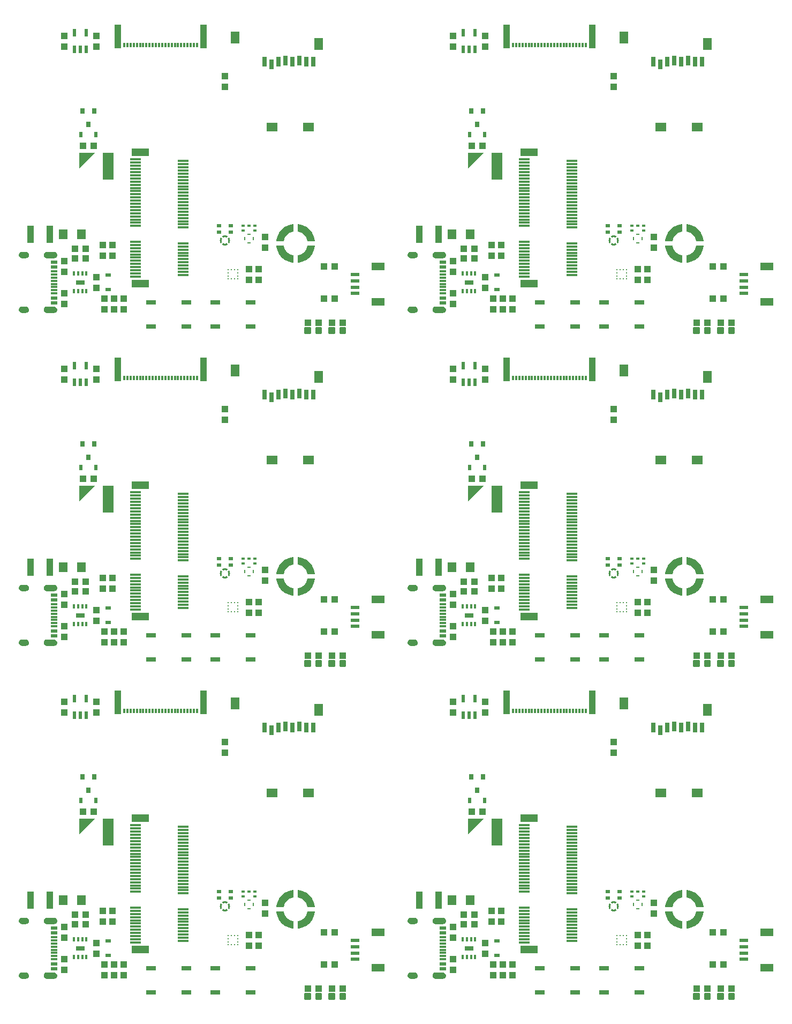
<source format=gtp>
G04 EAGLE Gerber RS-274X export*
G75*
%MOMM*%
%FSLAX34Y34*%
%LPD*%
%INSolderpaste Top*%
%IPPOS*%
%AMOC8*
5,1,8,0,0,1.08239X$1,22.5*%
G01*
%ADD10R,1.000000X0.300000*%
%ADD11R,1.000000X0.600000*%
%ADD12R,1.000000X1.100000*%
%ADD13R,1.375000X0.800000*%
%ADD14R,0.300000X0.650000*%
%ADD15R,1.100000X1.000000*%
%ADD16R,0.250000X0.275000*%
%ADD17R,0.275000X0.250000*%
%ADD18R,0.725000X0.522000*%
%ADD19R,0.500000X0.200000*%
%ADD20R,0.200000X0.500000*%
%ADD21R,0.300000X0.800000*%
%ADD22R,1.100000X3.750000*%
%ADD23R,1.700000X4.200000*%
%ADD24R,0.630000X0.830000*%
%ADD25R,2.000000X1.200000*%
%ADD26R,1.350000X0.600000*%
%ADD27R,1.524000X0.762000*%
%ADD28R,1.000000X2.800000*%
%ADD29R,1.400000X1.600000*%
%ADD30R,0.500000X0.422000*%
%ADD31R,1.800000X1.400000*%
%ADD32R,1.400000X1.900000*%
%ADD33R,0.800000X1.500000*%
%ADD34R,0.550000X1.200000*%
%ADD35R,0.830000X0.630000*%
%ADD36C,0.300000*%
%ADD37R,2.750000X1.200000*%
%ADD38R,1.750000X0.300000*%
%ADD39R,0.800000X0.900000*%

G36*
X1052739Y658291D02*
X1052739Y658291D01*
X1052784Y658292D01*
X1052835Y658314D01*
X1052890Y658327D01*
X1052926Y658353D01*
X1052966Y658371D01*
X1053005Y658412D01*
X1053050Y658445D01*
X1053073Y658483D01*
X1053103Y658515D01*
X1053123Y658568D01*
X1053152Y658616D01*
X1053160Y658667D01*
X1053173Y658701D01*
X1053172Y658735D01*
X1053179Y658780D01*
X1053179Y669780D01*
X1053169Y669833D01*
X1053168Y669886D01*
X1053149Y669929D01*
X1053140Y669975D01*
X1053109Y670019D01*
X1053088Y670068D01*
X1053054Y670100D01*
X1053027Y670139D01*
X1052982Y670168D01*
X1052943Y670204D01*
X1052892Y670225D01*
X1052860Y670246D01*
X1052828Y670251D01*
X1052789Y670267D01*
X1050054Y670878D01*
X1047490Y671906D01*
X1045126Y673333D01*
X1043022Y675122D01*
X1041233Y677226D01*
X1039806Y679590D01*
X1038778Y682154D01*
X1038167Y684889D01*
X1038145Y684938D01*
X1038133Y684990D01*
X1038105Y685028D01*
X1038086Y685070D01*
X1038047Y685107D01*
X1038015Y685150D01*
X1037975Y685174D01*
X1037941Y685206D01*
X1037890Y685224D01*
X1037844Y685252D01*
X1037790Y685261D01*
X1037754Y685274D01*
X1037722Y685272D01*
X1037680Y685279D01*
X1026680Y685279D01*
X1026625Y685268D01*
X1026569Y685267D01*
X1026528Y685248D01*
X1026485Y685240D01*
X1026439Y685208D01*
X1026388Y685185D01*
X1026358Y685152D01*
X1026321Y685127D01*
X1026291Y685080D01*
X1026253Y685038D01*
X1026238Y684997D01*
X1026214Y684960D01*
X1026205Y684904D01*
X1026186Y684851D01*
X1026187Y684799D01*
X1026181Y684763D01*
X1026189Y684731D01*
X1026189Y684726D01*
X1026189Y684724D01*
X1026189Y684723D01*
X1026190Y684685D01*
X1027029Y680364D01*
X1027041Y680335D01*
X1027049Y680293D01*
X1028518Y676143D01*
X1028534Y676116D01*
X1028548Y676076D01*
X1030614Y672189D01*
X1030634Y672165D01*
X1030653Y672127D01*
X1033271Y668588D01*
X1033295Y668567D01*
X1033320Y668532D01*
X1036432Y665420D01*
X1036447Y665410D01*
X1036455Y665399D01*
X1036470Y665390D01*
X1036488Y665371D01*
X1040027Y662753D01*
X1040055Y662740D01*
X1040089Y662714D01*
X1043976Y660648D01*
X1044006Y660639D01*
X1044043Y660618D01*
X1048193Y659149D01*
X1048224Y659144D01*
X1048264Y659129D01*
X1052585Y658290D01*
X1052641Y658290D01*
X1052697Y658281D01*
X1052739Y658291D01*
G37*
G36*
X438059Y132511D02*
X438059Y132511D01*
X438104Y132512D01*
X438155Y132534D01*
X438210Y132547D01*
X438246Y132573D01*
X438286Y132591D01*
X438325Y132632D01*
X438370Y132665D01*
X438393Y132703D01*
X438423Y132735D01*
X438443Y132788D01*
X438472Y132836D01*
X438480Y132887D01*
X438493Y132921D01*
X438492Y132955D01*
X438499Y133000D01*
X438499Y144000D01*
X438489Y144053D01*
X438488Y144106D01*
X438469Y144149D01*
X438460Y144195D01*
X438429Y144239D01*
X438408Y144288D01*
X438374Y144320D01*
X438347Y144359D01*
X438302Y144388D01*
X438263Y144424D01*
X438212Y144445D01*
X438180Y144466D01*
X438148Y144471D01*
X438109Y144487D01*
X435374Y145098D01*
X432810Y146126D01*
X430446Y147553D01*
X428342Y149342D01*
X426553Y151446D01*
X425126Y153810D01*
X424098Y156374D01*
X423487Y159109D01*
X423465Y159158D01*
X423453Y159210D01*
X423425Y159248D01*
X423406Y159290D01*
X423367Y159327D01*
X423335Y159370D01*
X423295Y159394D01*
X423261Y159426D01*
X423210Y159444D01*
X423164Y159472D01*
X423110Y159481D01*
X423074Y159494D01*
X423042Y159492D01*
X423000Y159499D01*
X412000Y159499D01*
X411945Y159488D01*
X411889Y159487D01*
X411848Y159468D01*
X411805Y159460D01*
X411759Y159428D01*
X411708Y159405D01*
X411678Y159372D01*
X411641Y159347D01*
X411611Y159300D01*
X411573Y159258D01*
X411558Y159217D01*
X411534Y159180D01*
X411525Y159124D01*
X411506Y159071D01*
X411507Y159019D01*
X411501Y158983D01*
X411509Y158951D01*
X411509Y158946D01*
X411509Y158944D01*
X411509Y158943D01*
X411510Y158905D01*
X412349Y154584D01*
X412361Y154555D01*
X412369Y154513D01*
X413838Y150363D01*
X413854Y150336D01*
X413868Y150296D01*
X415934Y146409D01*
X415954Y146385D01*
X415973Y146347D01*
X418591Y142808D01*
X418615Y142787D01*
X418640Y142752D01*
X421752Y139640D01*
X421767Y139630D01*
X421775Y139619D01*
X421790Y139610D01*
X421808Y139591D01*
X425347Y136973D01*
X425375Y136960D01*
X425409Y136934D01*
X429296Y134868D01*
X429326Y134859D01*
X429363Y134838D01*
X433513Y133369D01*
X433544Y133364D01*
X433584Y133349D01*
X437905Y132510D01*
X437961Y132510D01*
X438017Y132501D01*
X438059Y132511D01*
G37*
G36*
X1052739Y1184071D02*
X1052739Y1184071D01*
X1052784Y1184072D01*
X1052835Y1184094D01*
X1052890Y1184107D01*
X1052926Y1184133D01*
X1052966Y1184151D01*
X1053005Y1184192D01*
X1053050Y1184225D01*
X1053073Y1184263D01*
X1053103Y1184295D01*
X1053123Y1184348D01*
X1053152Y1184396D01*
X1053160Y1184447D01*
X1053173Y1184481D01*
X1053172Y1184515D01*
X1053179Y1184560D01*
X1053179Y1195560D01*
X1053169Y1195613D01*
X1053168Y1195666D01*
X1053149Y1195709D01*
X1053140Y1195755D01*
X1053109Y1195799D01*
X1053088Y1195848D01*
X1053054Y1195880D01*
X1053027Y1195919D01*
X1052982Y1195948D01*
X1052943Y1195984D01*
X1052892Y1196005D01*
X1052860Y1196026D01*
X1052828Y1196031D01*
X1052789Y1196047D01*
X1050054Y1196658D01*
X1047490Y1197686D01*
X1045126Y1199113D01*
X1043022Y1200902D01*
X1041233Y1203006D01*
X1039806Y1205370D01*
X1038778Y1207934D01*
X1038167Y1210669D01*
X1038145Y1210718D01*
X1038133Y1210770D01*
X1038105Y1210808D01*
X1038086Y1210850D01*
X1038047Y1210887D01*
X1038015Y1210930D01*
X1037975Y1210954D01*
X1037941Y1210986D01*
X1037890Y1211004D01*
X1037844Y1211032D01*
X1037790Y1211041D01*
X1037754Y1211054D01*
X1037722Y1211052D01*
X1037680Y1211059D01*
X1026680Y1211059D01*
X1026625Y1211048D01*
X1026569Y1211047D01*
X1026528Y1211028D01*
X1026485Y1211020D01*
X1026439Y1210988D01*
X1026388Y1210965D01*
X1026358Y1210932D01*
X1026321Y1210907D01*
X1026291Y1210860D01*
X1026253Y1210818D01*
X1026238Y1210777D01*
X1026214Y1210740D01*
X1026205Y1210684D01*
X1026186Y1210631D01*
X1026187Y1210579D01*
X1026181Y1210543D01*
X1026189Y1210511D01*
X1026189Y1210506D01*
X1026189Y1210504D01*
X1026189Y1210503D01*
X1026190Y1210465D01*
X1027029Y1206144D01*
X1027041Y1206115D01*
X1027049Y1206073D01*
X1028518Y1201923D01*
X1028534Y1201896D01*
X1028548Y1201856D01*
X1030614Y1197969D01*
X1030634Y1197945D01*
X1030653Y1197907D01*
X1033271Y1194368D01*
X1033295Y1194347D01*
X1033320Y1194312D01*
X1036432Y1191200D01*
X1036447Y1191190D01*
X1036455Y1191179D01*
X1036470Y1191170D01*
X1036488Y1191151D01*
X1040027Y1188533D01*
X1040055Y1188520D01*
X1040089Y1188494D01*
X1043976Y1186428D01*
X1044006Y1186419D01*
X1044043Y1186398D01*
X1048193Y1184929D01*
X1048224Y1184924D01*
X1048264Y1184909D01*
X1052585Y1184070D01*
X1052641Y1184070D01*
X1052697Y1184061D01*
X1052739Y1184071D01*
G37*
G36*
X438059Y1184071D02*
X438059Y1184071D01*
X438104Y1184072D01*
X438155Y1184094D01*
X438210Y1184107D01*
X438246Y1184133D01*
X438286Y1184151D01*
X438325Y1184192D01*
X438370Y1184225D01*
X438393Y1184263D01*
X438423Y1184295D01*
X438443Y1184348D01*
X438472Y1184396D01*
X438480Y1184447D01*
X438493Y1184481D01*
X438492Y1184515D01*
X438499Y1184560D01*
X438499Y1195560D01*
X438489Y1195613D01*
X438488Y1195666D01*
X438469Y1195709D01*
X438460Y1195755D01*
X438429Y1195799D01*
X438408Y1195848D01*
X438374Y1195880D01*
X438347Y1195919D01*
X438302Y1195948D01*
X438263Y1195984D01*
X438212Y1196005D01*
X438180Y1196026D01*
X438148Y1196031D01*
X438109Y1196047D01*
X435374Y1196658D01*
X432810Y1197686D01*
X430446Y1199113D01*
X428342Y1200902D01*
X426553Y1203006D01*
X425126Y1205370D01*
X424098Y1207934D01*
X423487Y1210669D01*
X423465Y1210718D01*
X423453Y1210770D01*
X423425Y1210808D01*
X423406Y1210850D01*
X423367Y1210887D01*
X423335Y1210930D01*
X423295Y1210954D01*
X423261Y1210986D01*
X423210Y1211004D01*
X423164Y1211032D01*
X423110Y1211041D01*
X423074Y1211054D01*
X423042Y1211052D01*
X423000Y1211059D01*
X412000Y1211059D01*
X411945Y1211048D01*
X411889Y1211047D01*
X411848Y1211028D01*
X411805Y1211020D01*
X411759Y1210988D01*
X411708Y1210965D01*
X411678Y1210932D01*
X411641Y1210907D01*
X411611Y1210860D01*
X411573Y1210818D01*
X411558Y1210777D01*
X411534Y1210740D01*
X411525Y1210684D01*
X411506Y1210631D01*
X411507Y1210579D01*
X411501Y1210543D01*
X411509Y1210511D01*
X411509Y1210506D01*
X411509Y1210504D01*
X411509Y1210503D01*
X411510Y1210465D01*
X412349Y1206144D01*
X412361Y1206115D01*
X412369Y1206073D01*
X413838Y1201923D01*
X413854Y1201896D01*
X413868Y1201856D01*
X415934Y1197969D01*
X415954Y1197945D01*
X415973Y1197907D01*
X418591Y1194368D01*
X418615Y1194347D01*
X418640Y1194312D01*
X421752Y1191200D01*
X421767Y1191190D01*
X421775Y1191179D01*
X421790Y1191170D01*
X421808Y1191151D01*
X425347Y1188533D01*
X425375Y1188520D01*
X425409Y1188494D01*
X429296Y1186428D01*
X429326Y1186419D01*
X429363Y1186398D01*
X433513Y1184929D01*
X433544Y1184924D01*
X433584Y1184909D01*
X437905Y1184070D01*
X437961Y1184070D01*
X438017Y1184061D01*
X438059Y1184071D01*
G37*
G36*
X1052739Y132511D02*
X1052739Y132511D01*
X1052784Y132512D01*
X1052835Y132534D01*
X1052890Y132547D01*
X1052926Y132573D01*
X1052966Y132591D01*
X1053005Y132632D01*
X1053050Y132665D01*
X1053073Y132703D01*
X1053103Y132735D01*
X1053123Y132788D01*
X1053152Y132836D01*
X1053160Y132887D01*
X1053173Y132921D01*
X1053172Y132955D01*
X1053179Y133000D01*
X1053179Y144000D01*
X1053169Y144053D01*
X1053168Y144106D01*
X1053149Y144149D01*
X1053140Y144195D01*
X1053109Y144239D01*
X1053088Y144288D01*
X1053054Y144320D01*
X1053027Y144359D01*
X1052982Y144388D01*
X1052943Y144424D01*
X1052892Y144445D01*
X1052860Y144466D01*
X1052828Y144471D01*
X1052789Y144487D01*
X1050054Y145098D01*
X1047490Y146126D01*
X1045126Y147553D01*
X1043022Y149342D01*
X1041233Y151446D01*
X1039806Y153810D01*
X1038778Y156374D01*
X1038167Y159109D01*
X1038145Y159158D01*
X1038133Y159210D01*
X1038105Y159248D01*
X1038086Y159290D01*
X1038047Y159327D01*
X1038015Y159370D01*
X1037975Y159394D01*
X1037941Y159426D01*
X1037890Y159444D01*
X1037844Y159472D01*
X1037790Y159481D01*
X1037754Y159494D01*
X1037722Y159492D01*
X1037680Y159499D01*
X1026680Y159499D01*
X1026625Y159488D01*
X1026569Y159487D01*
X1026528Y159468D01*
X1026485Y159460D01*
X1026439Y159428D01*
X1026388Y159405D01*
X1026358Y159372D01*
X1026321Y159347D01*
X1026291Y159300D01*
X1026253Y159258D01*
X1026238Y159217D01*
X1026214Y159180D01*
X1026205Y159124D01*
X1026186Y159071D01*
X1026187Y159019D01*
X1026181Y158983D01*
X1026189Y158951D01*
X1026189Y158946D01*
X1026189Y158944D01*
X1026189Y158943D01*
X1026190Y158905D01*
X1027029Y154584D01*
X1027041Y154555D01*
X1027049Y154513D01*
X1028518Y150363D01*
X1028534Y150336D01*
X1028548Y150296D01*
X1030614Y146409D01*
X1030634Y146385D01*
X1030653Y146347D01*
X1033271Y142808D01*
X1033295Y142787D01*
X1033320Y142752D01*
X1036432Y139640D01*
X1036447Y139630D01*
X1036455Y139619D01*
X1036470Y139610D01*
X1036488Y139591D01*
X1040027Y136973D01*
X1040055Y136960D01*
X1040089Y136934D01*
X1043976Y134868D01*
X1044006Y134859D01*
X1044043Y134838D01*
X1048193Y133369D01*
X1048224Y133364D01*
X1048264Y133349D01*
X1052585Y132510D01*
X1052641Y132510D01*
X1052697Y132501D01*
X1052739Y132511D01*
G37*
G36*
X438059Y658291D02*
X438059Y658291D01*
X438104Y658292D01*
X438155Y658314D01*
X438210Y658327D01*
X438246Y658353D01*
X438286Y658371D01*
X438325Y658412D01*
X438370Y658445D01*
X438393Y658483D01*
X438423Y658515D01*
X438443Y658568D01*
X438472Y658616D01*
X438480Y658667D01*
X438493Y658701D01*
X438492Y658735D01*
X438499Y658780D01*
X438499Y669780D01*
X438489Y669833D01*
X438488Y669886D01*
X438469Y669929D01*
X438460Y669975D01*
X438429Y670019D01*
X438408Y670068D01*
X438374Y670100D01*
X438347Y670139D01*
X438302Y670168D01*
X438263Y670204D01*
X438212Y670225D01*
X438180Y670246D01*
X438148Y670251D01*
X438109Y670267D01*
X435374Y670878D01*
X432810Y671906D01*
X430446Y673333D01*
X428342Y675122D01*
X426553Y677226D01*
X425126Y679590D01*
X424098Y682154D01*
X423487Y684889D01*
X423465Y684938D01*
X423453Y684990D01*
X423425Y685028D01*
X423406Y685070D01*
X423367Y685107D01*
X423335Y685150D01*
X423295Y685174D01*
X423261Y685206D01*
X423210Y685224D01*
X423164Y685252D01*
X423110Y685261D01*
X423074Y685274D01*
X423042Y685272D01*
X423000Y685279D01*
X412000Y685279D01*
X411945Y685268D01*
X411889Y685267D01*
X411848Y685248D01*
X411805Y685240D01*
X411759Y685208D01*
X411708Y685185D01*
X411678Y685152D01*
X411641Y685127D01*
X411611Y685080D01*
X411573Y685038D01*
X411558Y684997D01*
X411534Y684960D01*
X411525Y684904D01*
X411506Y684851D01*
X411507Y684799D01*
X411501Y684763D01*
X411509Y684731D01*
X411509Y684726D01*
X411509Y684724D01*
X411509Y684723D01*
X411510Y684685D01*
X412349Y680364D01*
X412361Y680335D01*
X412369Y680293D01*
X413838Y676143D01*
X413854Y676116D01*
X413868Y676076D01*
X415934Y672189D01*
X415954Y672165D01*
X415973Y672127D01*
X418591Y668588D01*
X418615Y668567D01*
X418640Y668532D01*
X421752Y665420D01*
X421767Y665410D01*
X421775Y665399D01*
X421790Y665390D01*
X421808Y665371D01*
X425347Y662753D01*
X425375Y662740D01*
X425409Y662714D01*
X429296Y660648D01*
X429326Y660639D01*
X429363Y660618D01*
X433513Y659149D01*
X433544Y659144D01*
X433584Y659129D01*
X437905Y658290D01*
X437961Y658290D01*
X438017Y658281D01*
X438059Y658291D01*
G37*
G36*
X1037733Y1218071D02*
X1037733Y1218071D01*
X1037786Y1218072D01*
X1037829Y1218091D01*
X1037875Y1218100D01*
X1037919Y1218131D01*
X1037968Y1218152D01*
X1038000Y1218186D01*
X1038039Y1218213D01*
X1038068Y1218258D01*
X1038104Y1218297D01*
X1038125Y1218348D01*
X1038146Y1218380D01*
X1038151Y1218412D01*
X1038167Y1218451D01*
X1038778Y1221186D01*
X1039806Y1223750D01*
X1041233Y1226114D01*
X1043022Y1228218D01*
X1045126Y1230007D01*
X1047490Y1231434D01*
X1050054Y1232462D01*
X1052789Y1233073D01*
X1052838Y1233095D01*
X1052890Y1233107D01*
X1052928Y1233135D01*
X1052970Y1233154D01*
X1053007Y1233193D01*
X1053050Y1233225D01*
X1053074Y1233265D01*
X1053106Y1233299D01*
X1053124Y1233350D01*
X1053152Y1233396D01*
X1053161Y1233450D01*
X1053174Y1233486D01*
X1053172Y1233518D01*
X1053179Y1233560D01*
X1053179Y1244560D01*
X1053168Y1244615D01*
X1053167Y1244671D01*
X1053148Y1244712D01*
X1053140Y1244755D01*
X1053108Y1244801D01*
X1053085Y1244853D01*
X1053052Y1244882D01*
X1053027Y1244919D01*
X1052980Y1244949D01*
X1052938Y1244987D01*
X1052897Y1245002D01*
X1052860Y1245026D01*
X1052804Y1245035D01*
X1052751Y1245054D01*
X1052699Y1245053D01*
X1052663Y1245059D01*
X1052631Y1245051D01*
X1052585Y1245050D01*
X1048264Y1244211D01*
X1048235Y1244199D01*
X1048193Y1244191D01*
X1044043Y1242722D01*
X1044016Y1242706D01*
X1043976Y1242692D01*
X1040089Y1240626D01*
X1040065Y1240606D01*
X1040027Y1240587D01*
X1036488Y1237969D01*
X1036467Y1237945D01*
X1036432Y1237920D01*
X1033320Y1234808D01*
X1033302Y1234782D01*
X1033271Y1234752D01*
X1030653Y1231214D01*
X1030640Y1231185D01*
X1030614Y1231151D01*
X1028548Y1227264D01*
X1028541Y1227241D01*
X1028532Y1227227D01*
X1028531Y1227219D01*
X1028518Y1227197D01*
X1027049Y1223047D01*
X1027044Y1223016D01*
X1027029Y1222976D01*
X1026190Y1218655D01*
X1026190Y1218599D01*
X1026181Y1218543D01*
X1026191Y1218501D01*
X1026192Y1218456D01*
X1026214Y1218405D01*
X1026227Y1218350D01*
X1026253Y1218315D01*
X1026271Y1218274D01*
X1026312Y1218235D01*
X1026345Y1218190D01*
X1026383Y1218167D01*
X1026415Y1218137D01*
X1026468Y1218117D01*
X1026516Y1218088D01*
X1026567Y1218080D01*
X1026601Y1218067D01*
X1026635Y1218068D01*
X1026680Y1218061D01*
X1037680Y1218061D01*
X1037733Y1218071D01*
G37*
G36*
X423053Y1218071D02*
X423053Y1218071D01*
X423106Y1218072D01*
X423149Y1218091D01*
X423195Y1218100D01*
X423239Y1218131D01*
X423288Y1218152D01*
X423320Y1218186D01*
X423359Y1218213D01*
X423388Y1218258D01*
X423424Y1218297D01*
X423445Y1218348D01*
X423466Y1218380D01*
X423471Y1218412D01*
X423487Y1218451D01*
X424098Y1221186D01*
X425126Y1223750D01*
X426553Y1226114D01*
X428342Y1228218D01*
X430446Y1230007D01*
X432810Y1231434D01*
X435374Y1232462D01*
X438109Y1233073D01*
X438158Y1233095D01*
X438210Y1233107D01*
X438248Y1233135D01*
X438290Y1233154D01*
X438327Y1233193D01*
X438370Y1233225D01*
X438394Y1233265D01*
X438426Y1233299D01*
X438444Y1233350D01*
X438472Y1233396D01*
X438481Y1233450D01*
X438494Y1233486D01*
X438492Y1233518D01*
X438499Y1233560D01*
X438499Y1244560D01*
X438488Y1244615D01*
X438487Y1244671D01*
X438468Y1244712D01*
X438460Y1244755D01*
X438428Y1244801D01*
X438405Y1244853D01*
X438372Y1244882D01*
X438347Y1244919D01*
X438300Y1244949D01*
X438258Y1244987D01*
X438217Y1245002D01*
X438180Y1245026D01*
X438124Y1245035D01*
X438071Y1245054D01*
X438019Y1245053D01*
X437983Y1245059D01*
X437951Y1245051D01*
X437905Y1245050D01*
X433584Y1244211D01*
X433555Y1244199D01*
X433513Y1244191D01*
X429363Y1242722D01*
X429336Y1242706D01*
X429296Y1242692D01*
X425409Y1240626D01*
X425385Y1240606D01*
X425347Y1240587D01*
X421808Y1237969D01*
X421787Y1237945D01*
X421752Y1237920D01*
X418640Y1234808D01*
X418622Y1234782D01*
X418591Y1234752D01*
X415973Y1231214D01*
X415960Y1231185D01*
X415934Y1231151D01*
X413868Y1227264D01*
X413861Y1227241D01*
X413852Y1227227D01*
X413851Y1227219D01*
X413838Y1227197D01*
X412369Y1223047D01*
X412364Y1223016D01*
X412349Y1222976D01*
X411510Y1218655D01*
X411510Y1218599D01*
X411501Y1218543D01*
X411511Y1218501D01*
X411512Y1218456D01*
X411534Y1218405D01*
X411547Y1218350D01*
X411573Y1218315D01*
X411591Y1218274D01*
X411632Y1218235D01*
X411665Y1218190D01*
X411703Y1218167D01*
X411735Y1218137D01*
X411788Y1218117D01*
X411836Y1218088D01*
X411887Y1218080D01*
X411921Y1218067D01*
X411955Y1218068D01*
X412000Y1218061D01*
X423000Y1218061D01*
X423053Y1218071D01*
G37*
G36*
X423053Y692291D02*
X423053Y692291D01*
X423106Y692292D01*
X423149Y692311D01*
X423195Y692320D01*
X423239Y692351D01*
X423288Y692372D01*
X423320Y692406D01*
X423359Y692433D01*
X423388Y692478D01*
X423424Y692517D01*
X423445Y692568D01*
X423466Y692600D01*
X423471Y692632D01*
X423487Y692671D01*
X424098Y695406D01*
X425126Y697970D01*
X426553Y700334D01*
X428342Y702438D01*
X430446Y704227D01*
X432810Y705654D01*
X435374Y706682D01*
X438109Y707293D01*
X438158Y707315D01*
X438210Y707327D01*
X438248Y707355D01*
X438290Y707374D01*
X438327Y707413D01*
X438370Y707445D01*
X438394Y707485D01*
X438426Y707519D01*
X438444Y707570D01*
X438472Y707616D01*
X438481Y707670D01*
X438494Y707706D01*
X438492Y707738D01*
X438499Y707780D01*
X438499Y718780D01*
X438488Y718835D01*
X438487Y718891D01*
X438468Y718932D01*
X438460Y718975D01*
X438428Y719021D01*
X438405Y719073D01*
X438372Y719102D01*
X438347Y719139D01*
X438300Y719169D01*
X438258Y719207D01*
X438217Y719222D01*
X438180Y719246D01*
X438124Y719255D01*
X438071Y719274D01*
X438019Y719273D01*
X437983Y719279D01*
X437951Y719271D01*
X437905Y719270D01*
X433584Y718431D01*
X433555Y718419D01*
X433513Y718411D01*
X429363Y716942D01*
X429336Y716926D01*
X429296Y716912D01*
X425409Y714846D01*
X425385Y714826D01*
X425347Y714807D01*
X421808Y712189D01*
X421787Y712165D01*
X421752Y712140D01*
X418640Y709028D01*
X418622Y709002D01*
X418591Y708972D01*
X415973Y705434D01*
X415960Y705405D01*
X415934Y705371D01*
X413868Y701484D01*
X413861Y701461D01*
X413852Y701447D01*
X413851Y701439D01*
X413838Y701417D01*
X412369Y697267D01*
X412364Y697236D01*
X412349Y697196D01*
X411510Y692875D01*
X411510Y692819D01*
X411501Y692763D01*
X411511Y692721D01*
X411512Y692676D01*
X411534Y692625D01*
X411547Y692570D01*
X411573Y692535D01*
X411591Y692494D01*
X411632Y692455D01*
X411665Y692410D01*
X411703Y692387D01*
X411735Y692357D01*
X411788Y692337D01*
X411836Y692308D01*
X411887Y692300D01*
X411921Y692287D01*
X411955Y692288D01*
X412000Y692281D01*
X423000Y692281D01*
X423053Y692291D01*
G37*
G36*
X423053Y166511D02*
X423053Y166511D01*
X423106Y166512D01*
X423149Y166531D01*
X423195Y166540D01*
X423239Y166571D01*
X423288Y166592D01*
X423320Y166626D01*
X423359Y166653D01*
X423388Y166698D01*
X423424Y166737D01*
X423445Y166788D01*
X423466Y166820D01*
X423471Y166852D01*
X423487Y166891D01*
X424098Y169626D01*
X425126Y172190D01*
X426553Y174554D01*
X428342Y176658D01*
X430446Y178447D01*
X432810Y179874D01*
X435374Y180902D01*
X438109Y181513D01*
X438158Y181535D01*
X438210Y181547D01*
X438248Y181575D01*
X438290Y181594D01*
X438327Y181633D01*
X438370Y181665D01*
X438394Y181705D01*
X438426Y181739D01*
X438444Y181790D01*
X438472Y181836D01*
X438481Y181890D01*
X438494Y181926D01*
X438492Y181958D01*
X438499Y182000D01*
X438499Y193000D01*
X438488Y193055D01*
X438487Y193111D01*
X438468Y193152D01*
X438460Y193195D01*
X438428Y193241D01*
X438405Y193293D01*
X438372Y193322D01*
X438347Y193359D01*
X438300Y193389D01*
X438258Y193427D01*
X438217Y193442D01*
X438180Y193466D01*
X438124Y193475D01*
X438071Y193494D01*
X438019Y193493D01*
X437983Y193499D01*
X437951Y193491D01*
X437905Y193490D01*
X433584Y192651D01*
X433555Y192639D01*
X433513Y192631D01*
X429363Y191162D01*
X429336Y191146D01*
X429296Y191132D01*
X425409Y189066D01*
X425385Y189046D01*
X425347Y189027D01*
X421808Y186409D01*
X421787Y186385D01*
X421752Y186360D01*
X418640Y183248D01*
X418622Y183222D01*
X418591Y183192D01*
X415973Y179654D01*
X415960Y179625D01*
X415934Y179591D01*
X413868Y175704D01*
X413861Y175681D01*
X413852Y175667D01*
X413851Y175659D01*
X413838Y175637D01*
X412369Y171487D01*
X412364Y171456D01*
X412349Y171416D01*
X411510Y167095D01*
X411510Y167039D01*
X411501Y166983D01*
X411511Y166941D01*
X411512Y166896D01*
X411534Y166845D01*
X411547Y166790D01*
X411573Y166755D01*
X411591Y166714D01*
X411632Y166675D01*
X411665Y166630D01*
X411703Y166607D01*
X411735Y166577D01*
X411788Y166557D01*
X411836Y166528D01*
X411887Y166520D01*
X411921Y166507D01*
X411955Y166508D01*
X412000Y166501D01*
X423000Y166501D01*
X423053Y166511D01*
G37*
G36*
X1037733Y166511D02*
X1037733Y166511D01*
X1037786Y166512D01*
X1037829Y166531D01*
X1037875Y166540D01*
X1037919Y166571D01*
X1037968Y166592D01*
X1038000Y166626D01*
X1038039Y166653D01*
X1038068Y166698D01*
X1038104Y166737D01*
X1038125Y166788D01*
X1038146Y166820D01*
X1038151Y166852D01*
X1038167Y166891D01*
X1038778Y169626D01*
X1039806Y172190D01*
X1041233Y174554D01*
X1043022Y176658D01*
X1045126Y178447D01*
X1047490Y179874D01*
X1050054Y180902D01*
X1052789Y181513D01*
X1052838Y181535D01*
X1052890Y181547D01*
X1052928Y181575D01*
X1052970Y181594D01*
X1053007Y181633D01*
X1053050Y181665D01*
X1053074Y181705D01*
X1053106Y181739D01*
X1053124Y181790D01*
X1053152Y181836D01*
X1053161Y181890D01*
X1053174Y181926D01*
X1053172Y181958D01*
X1053179Y182000D01*
X1053179Y193000D01*
X1053168Y193055D01*
X1053167Y193111D01*
X1053148Y193152D01*
X1053140Y193195D01*
X1053108Y193241D01*
X1053085Y193293D01*
X1053052Y193322D01*
X1053027Y193359D01*
X1052980Y193389D01*
X1052938Y193427D01*
X1052897Y193442D01*
X1052860Y193466D01*
X1052804Y193475D01*
X1052751Y193494D01*
X1052699Y193493D01*
X1052663Y193499D01*
X1052631Y193491D01*
X1052585Y193490D01*
X1048264Y192651D01*
X1048235Y192639D01*
X1048193Y192631D01*
X1044043Y191162D01*
X1044016Y191146D01*
X1043976Y191132D01*
X1040089Y189066D01*
X1040065Y189046D01*
X1040027Y189027D01*
X1036488Y186409D01*
X1036467Y186385D01*
X1036432Y186360D01*
X1033320Y183248D01*
X1033302Y183222D01*
X1033271Y183192D01*
X1030653Y179654D01*
X1030640Y179625D01*
X1030614Y179591D01*
X1028548Y175704D01*
X1028541Y175681D01*
X1028532Y175667D01*
X1028531Y175659D01*
X1028518Y175637D01*
X1027049Y171487D01*
X1027044Y171456D01*
X1027029Y171416D01*
X1026190Y167095D01*
X1026190Y167039D01*
X1026181Y166983D01*
X1026191Y166941D01*
X1026192Y166896D01*
X1026214Y166845D01*
X1026227Y166790D01*
X1026253Y166755D01*
X1026271Y166714D01*
X1026312Y166675D01*
X1026345Y166630D01*
X1026383Y166607D01*
X1026415Y166577D01*
X1026468Y166557D01*
X1026516Y166528D01*
X1026567Y166520D01*
X1026601Y166507D01*
X1026635Y166508D01*
X1026680Y166501D01*
X1037680Y166501D01*
X1037733Y166511D01*
G37*
G36*
X1037733Y692291D02*
X1037733Y692291D01*
X1037786Y692292D01*
X1037829Y692311D01*
X1037875Y692320D01*
X1037919Y692351D01*
X1037968Y692372D01*
X1038000Y692406D01*
X1038039Y692433D01*
X1038068Y692478D01*
X1038104Y692517D01*
X1038125Y692568D01*
X1038146Y692600D01*
X1038151Y692632D01*
X1038167Y692671D01*
X1038778Y695406D01*
X1039806Y697970D01*
X1041233Y700334D01*
X1043022Y702438D01*
X1045126Y704227D01*
X1047490Y705654D01*
X1050054Y706682D01*
X1052789Y707293D01*
X1052838Y707315D01*
X1052890Y707327D01*
X1052928Y707355D01*
X1052970Y707374D01*
X1053007Y707413D01*
X1053050Y707445D01*
X1053074Y707485D01*
X1053106Y707519D01*
X1053124Y707570D01*
X1053152Y707616D01*
X1053161Y707670D01*
X1053174Y707706D01*
X1053172Y707738D01*
X1053179Y707780D01*
X1053179Y718780D01*
X1053168Y718835D01*
X1053167Y718891D01*
X1053148Y718932D01*
X1053140Y718975D01*
X1053108Y719021D01*
X1053085Y719073D01*
X1053052Y719102D01*
X1053027Y719139D01*
X1052980Y719169D01*
X1052938Y719207D01*
X1052897Y719222D01*
X1052860Y719246D01*
X1052804Y719255D01*
X1052751Y719274D01*
X1052699Y719273D01*
X1052663Y719279D01*
X1052631Y719271D01*
X1052585Y719270D01*
X1048264Y718431D01*
X1048235Y718419D01*
X1048193Y718411D01*
X1044043Y716942D01*
X1044016Y716926D01*
X1043976Y716912D01*
X1040089Y714846D01*
X1040065Y714826D01*
X1040027Y714807D01*
X1036488Y712189D01*
X1036467Y712165D01*
X1036432Y712140D01*
X1033320Y709028D01*
X1033302Y709002D01*
X1033271Y708972D01*
X1030653Y705434D01*
X1030640Y705405D01*
X1030614Y705371D01*
X1028548Y701484D01*
X1028541Y701461D01*
X1028532Y701447D01*
X1028531Y701439D01*
X1028518Y701417D01*
X1027049Y697267D01*
X1027044Y697236D01*
X1027029Y697196D01*
X1026190Y692875D01*
X1026190Y692819D01*
X1026181Y692763D01*
X1026191Y692721D01*
X1026192Y692676D01*
X1026214Y692625D01*
X1026227Y692570D01*
X1026253Y692535D01*
X1026271Y692494D01*
X1026312Y692455D01*
X1026345Y692410D01*
X1026383Y692387D01*
X1026415Y692357D01*
X1026468Y692337D01*
X1026516Y692308D01*
X1026567Y692300D01*
X1026601Y692287D01*
X1026635Y692288D01*
X1026680Y692281D01*
X1037680Y692281D01*
X1037733Y692291D01*
G37*
G36*
X1086735Y1218072D02*
X1086735Y1218072D01*
X1086791Y1218073D01*
X1086832Y1218092D01*
X1086875Y1218100D01*
X1086921Y1218132D01*
X1086973Y1218155D01*
X1087002Y1218188D01*
X1087039Y1218213D01*
X1087069Y1218260D01*
X1087107Y1218302D01*
X1087122Y1218343D01*
X1087146Y1218380D01*
X1087155Y1218436D01*
X1087174Y1218489D01*
X1087173Y1218541D01*
X1087179Y1218577D01*
X1087171Y1218609D01*
X1087170Y1218655D01*
X1086331Y1222976D01*
X1086319Y1223005D01*
X1086311Y1223047D01*
X1084842Y1227197D01*
X1084826Y1227224D01*
X1084817Y1227251D01*
X1084815Y1227257D01*
X1084814Y1227259D01*
X1084812Y1227264D01*
X1082746Y1231151D01*
X1082726Y1231175D01*
X1082707Y1231214D01*
X1080089Y1234752D01*
X1080065Y1234773D01*
X1080040Y1234808D01*
X1076928Y1237920D01*
X1076902Y1237938D01*
X1076872Y1237969D01*
X1073334Y1240587D01*
X1073305Y1240600D01*
X1073271Y1240626D01*
X1069384Y1242692D01*
X1069354Y1242701D01*
X1069317Y1242722D01*
X1065167Y1244191D01*
X1065136Y1244196D01*
X1065096Y1244211D01*
X1060775Y1245050D01*
X1060719Y1245050D01*
X1060663Y1245059D01*
X1060621Y1245049D01*
X1060576Y1245048D01*
X1060525Y1245026D01*
X1060470Y1245013D01*
X1060435Y1244987D01*
X1060394Y1244969D01*
X1060355Y1244928D01*
X1060310Y1244895D01*
X1060287Y1244857D01*
X1060257Y1244825D01*
X1060237Y1244772D01*
X1060208Y1244724D01*
X1060200Y1244673D01*
X1060187Y1244639D01*
X1060188Y1244605D01*
X1060181Y1244560D01*
X1060181Y1233560D01*
X1060191Y1233507D01*
X1060192Y1233454D01*
X1060211Y1233411D01*
X1060220Y1233365D01*
X1060251Y1233321D01*
X1060272Y1233272D01*
X1060306Y1233240D01*
X1060333Y1233201D01*
X1060378Y1233172D01*
X1060417Y1233136D01*
X1060468Y1233115D01*
X1060500Y1233094D01*
X1060532Y1233089D01*
X1060571Y1233073D01*
X1063306Y1232462D01*
X1065870Y1231434D01*
X1068234Y1230007D01*
X1070338Y1228218D01*
X1072127Y1226114D01*
X1073554Y1223750D01*
X1074582Y1221186D01*
X1075193Y1218451D01*
X1075215Y1218402D01*
X1075227Y1218350D01*
X1075255Y1218312D01*
X1075274Y1218270D01*
X1075313Y1218233D01*
X1075345Y1218190D01*
X1075385Y1218166D01*
X1075419Y1218134D01*
X1075470Y1218116D01*
X1075516Y1218088D01*
X1075570Y1218079D01*
X1075606Y1218066D01*
X1075638Y1218068D01*
X1075680Y1218061D01*
X1086680Y1218061D01*
X1086735Y1218072D01*
G37*
G36*
X472055Y1218072D02*
X472055Y1218072D01*
X472111Y1218073D01*
X472152Y1218092D01*
X472195Y1218100D01*
X472241Y1218132D01*
X472293Y1218155D01*
X472322Y1218188D01*
X472359Y1218213D01*
X472389Y1218260D01*
X472427Y1218302D01*
X472442Y1218343D01*
X472466Y1218380D01*
X472475Y1218436D01*
X472494Y1218489D01*
X472493Y1218541D01*
X472499Y1218577D01*
X472491Y1218609D01*
X472490Y1218655D01*
X471651Y1222976D01*
X471639Y1223005D01*
X471631Y1223047D01*
X470162Y1227197D01*
X470146Y1227224D01*
X470137Y1227251D01*
X470135Y1227257D01*
X470134Y1227259D01*
X470132Y1227264D01*
X468066Y1231151D01*
X468046Y1231175D01*
X468027Y1231214D01*
X465409Y1234752D01*
X465385Y1234773D01*
X465360Y1234808D01*
X462248Y1237920D01*
X462222Y1237938D01*
X462192Y1237969D01*
X458654Y1240587D01*
X458625Y1240600D01*
X458591Y1240626D01*
X454704Y1242692D01*
X454674Y1242701D01*
X454637Y1242722D01*
X450487Y1244191D01*
X450456Y1244196D01*
X450416Y1244211D01*
X446095Y1245050D01*
X446039Y1245050D01*
X445983Y1245059D01*
X445941Y1245049D01*
X445896Y1245048D01*
X445845Y1245026D01*
X445790Y1245013D01*
X445755Y1244987D01*
X445714Y1244969D01*
X445675Y1244928D01*
X445630Y1244895D01*
X445607Y1244857D01*
X445577Y1244825D01*
X445557Y1244772D01*
X445528Y1244724D01*
X445520Y1244673D01*
X445507Y1244639D01*
X445508Y1244605D01*
X445501Y1244560D01*
X445501Y1233560D01*
X445511Y1233507D01*
X445512Y1233454D01*
X445531Y1233411D01*
X445540Y1233365D01*
X445571Y1233321D01*
X445592Y1233272D01*
X445626Y1233240D01*
X445653Y1233201D01*
X445698Y1233172D01*
X445737Y1233136D01*
X445788Y1233115D01*
X445820Y1233094D01*
X445852Y1233089D01*
X445891Y1233073D01*
X448626Y1232462D01*
X451190Y1231434D01*
X453554Y1230007D01*
X455658Y1228218D01*
X457447Y1226114D01*
X458874Y1223750D01*
X459902Y1221186D01*
X460513Y1218451D01*
X460535Y1218402D01*
X460547Y1218350D01*
X460575Y1218312D01*
X460594Y1218270D01*
X460633Y1218233D01*
X460665Y1218190D01*
X460705Y1218166D01*
X460739Y1218134D01*
X460790Y1218116D01*
X460836Y1218088D01*
X460890Y1218079D01*
X460926Y1218066D01*
X460958Y1218068D01*
X461000Y1218061D01*
X472000Y1218061D01*
X472055Y1218072D01*
G37*
G36*
X1086735Y692292D02*
X1086735Y692292D01*
X1086791Y692293D01*
X1086832Y692312D01*
X1086875Y692320D01*
X1086921Y692352D01*
X1086973Y692375D01*
X1087002Y692408D01*
X1087039Y692433D01*
X1087069Y692480D01*
X1087107Y692522D01*
X1087122Y692563D01*
X1087146Y692600D01*
X1087155Y692656D01*
X1087174Y692709D01*
X1087173Y692761D01*
X1087179Y692797D01*
X1087171Y692829D01*
X1087170Y692875D01*
X1086331Y697196D01*
X1086319Y697225D01*
X1086311Y697267D01*
X1084842Y701417D01*
X1084826Y701444D01*
X1084817Y701471D01*
X1084815Y701477D01*
X1084814Y701479D01*
X1084812Y701484D01*
X1082746Y705371D01*
X1082726Y705395D01*
X1082707Y705434D01*
X1080089Y708972D01*
X1080065Y708993D01*
X1080040Y709028D01*
X1076928Y712140D01*
X1076902Y712158D01*
X1076872Y712189D01*
X1073334Y714807D01*
X1073305Y714820D01*
X1073271Y714846D01*
X1069384Y716912D01*
X1069354Y716921D01*
X1069317Y716942D01*
X1065167Y718411D01*
X1065136Y718416D01*
X1065096Y718431D01*
X1060775Y719270D01*
X1060719Y719270D01*
X1060663Y719279D01*
X1060621Y719269D01*
X1060576Y719268D01*
X1060525Y719246D01*
X1060470Y719233D01*
X1060435Y719207D01*
X1060394Y719189D01*
X1060355Y719148D01*
X1060310Y719115D01*
X1060287Y719077D01*
X1060257Y719045D01*
X1060237Y718992D01*
X1060208Y718944D01*
X1060200Y718893D01*
X1060187Y718859D01*
X1060188Y718825D01*
X1060181Y718780D01*
X1060181Y707780D01*
X1060191Y707727D01*
X1060192Y707674D01*
X1060211Y707631D01*
X1060220Y707585D01*
X1060251Y707541D01*
X1060272Y707492D01*
X1060306Y707460D01*
X1060333Y707421D01*
X1060378Y707392D01*
X1060417Y707356D01*
X1060468Y707335D01*
X1060500Y707314D01*
X1060532Y707309D01*
X1060571Y707293D01*
X1063306Y706682D01*
X1065870Y705654D01*
X1068234Y704227D01*
X1070338Y702438D01*
X1072127Y700334D01*
X1073554Y697970D01*
X1074582Y695406D01*
X1075193Y692671D01*
X1075215Y692622D01*
X1075227Y692570D01*
X1075255Y692532D01*
X1075274Y692490D01*
X1075313Y692453D01*
X1075345Y692410D01*
X1075385Y692386D01*
X1075419Y692354D01*
X1075470Y692336D01*
X1075516Y692308D01*
X1075570Y692299D01*
X1075606Y692286D01*
X1075638Y692288D01*
X1075680Y692281D01*
X1086680Y692281D01*
X1086735Y692292D01*
G37*
G36*
X472055Y166512D02*
X472055Y166512D01*
X472111Y166513D01*
X472152Y166532D01*
X472195Y166540D01*
X472241Y166572D01*
X472293Y166595D01*
X472322Y166628D01*
X472359Y166653D01*
X472389Y166700D01*
X472427Y166742D01*
X472442Y166783D01*
X472466Y166820D01*
X472475Y166876D01*
X472494Y166929D01*
X472493Y166981D01*
X472499Y167017D01*
X472491Y167049D01*
X472490Y167095D01*
X471651Y171416D01*
X471639Y171445D01*
X471631Y171487D01*
X470162Y175637D01*
X470146Y175664D01*
X470137Y175691D01*
X470135Y175697D01*
X470134Y175699D01*
X470132Y175704D01*
X468066Y179591D01*
X468046Y179615D01*
X468027Y179654D01*
X465409Y183192D01*
X465385Y183213D01*
X465360Y183248D01*
X462248Y186360D01*
X462222Y186378D01*
X462192Y186409D01*
X458654Y189027D01*
X458625Y189040D01*
X458591Y189066D01*
X454704Y191132D01*
X454674Y191141D01*
X454637Y191162D01*
X450487Y192631D01*
X450456Y192636D01*
X450416Y192651D01*
X446095Y193490D01*
X446039Y193490D01*
X445983Y193499D01*
X445941Y193489D01*
X445896Y193488D01*
X445845Y193466D01*
X445790Y193453D01*
X445755Y193427D01*
X445714Y193409D01*
X445675Y193368D01*
X445630Y193335D01*
X445607Y193297D01*
X445577Y193265D01*
X445557Y193212D01*
X445528Y193164D01*
X445520Y193113D01*
X445507Y193079D01*
X445508Y193045D01*
X445501Y193000D01*
X445501Y182000D01*
X445511Y181947D01*
X445512Y181894D01*
X445531Y181851D01*
X445540Y181805D01*
X445571Y181761D01*
X445592Y181712D01*
X445626Y181680D01*
X445653Y181641D01*
X445698Y181612D01*
X445737Y181576D01*
X445788Y181555D01*
X445820Y181534D01*
X445852Y181529D01*
X445891Y181513D01*
X448626Y180902D01*
X451190Y179874D01*
X453554Y178447D01*
X455658Y176658D01*
X457447Y174554D01*
X458874Y172190D01*
X459902Y169626D01*
X460513Y166891D01*
X460535Y166842D01*
X460547Y166790D01*
X460575Y166752D01*
X460594Y166710D01*
X460633Y166673D01*
X460665Y166630D01*
X460705Y166606D01*
X460739Y166574D01*
X460790Y166556D01*
X460836Y166528D01*
X460890Y166519D01*
X460926Y166506D01*
X460958Y166508D01*
X461000Y166501D01*
X472000Y166501D01*
X472055Y166512D01*
G37*
G36*
X1086735Y166512D02*
X1086735Y166512D01*
X1086791Y166513D01*
X1086832Y166532D01*
X1086875Y166540D01*
X1086921Y166572D01*
X1086973Y166595D01*
X1087002Y166628D01*
X1087039Y166653D01*
X1087069Y166700D01*
X1087107Y166742D01*
X1087122Y166783D01*
X1087146Y166820D01*
X1087155Y166876D01*
X1087174Y166929D01*
X1087173Y166981D01*
X1087179Y167017D01*
X1087171Y167049D01*
X1087170Y167095D01*
X1086331Y171416D01*
X1086319Y171445D01*
X1086311Y171487D01*
X1084842Y175637D01*
X1084826Y175664D01*
X1084817Y175691D01*
X1084815Y175697D01*
X1084814Y175699D01*
X1084812Y175704D01*
X1082746Y179591D01*
X1082726Y179615D01*
X1082707Y179654D01*
X1080089Y183192D01*
X1080065Y183213D01*
X1080040Y183248D01*
X1076928Y186360D01*
X1076902Y186378D01*
X1076872Y186409D01*
X1073334Y189027D01*
X1073305Y189040D01*
X1073271Y189066D01*
X1069384Y191132D01*
X1069354Y191141D01*
X1069317Y191162D01*
X1065167Y192631D01*
X1065136Y192636D01*
X1065096Y192651D01*
X1060775Y193490D01*
X1060719Y193490D01*
X1060663Y193499D01*
X1060621Y193489D01*
X1060576Y193488D01*
X1060525Y193466D01*
X1060470Y193453D01*
X1060435Y193427D01*
X1060394Y193409D01*
X1060355Y193368D01*
X1060310Y193335D01*
X1060287Y193297D01*
X1060257Y193265D01*
X1060237Y193212D01*
X1060208Y193164D01*
X1060200Y193113D01*
X1060187Y193079D01*
X1060188Y193045D01*
X1060181Y193000D01*
X1060181Y182000D01*
X1060191Y181947D01*
X1060192Y181894D01*
X1060211Y181851D01*
X1060220Y181805D01*
X1060251Y181761D01*
X1060272Y181712D01*
X1060306Y181680D01*
X1060333Y181641D01*
X1060378Y181612D01*
X1060417Y181576D01*
X1060468Y181555D01*
X1060500Y181534D01*
X1060532Y181529D01*
X1060571Y181513D01*
X1063306Y180902D01*
X1065870Y179874D01*
X1068234Y178447D01*
X1070338Y176658D01*
X1072127Y174554D01*
X1073554Y172190D01*
X1074582Y169626D01*
X1075193Y166891D01*
X1075215Y166842D01*
X1075227Y166790D01*
X1075255Y166752D01*
X1075274Y166710D01*
X1075313Y166673D01*
X1075345Y166630D01*
X1075385Y166606D01*
X1075419Y166574D01*
X1075470Y166556D01*
X1075516Y166528D01*
X1075570Y166519D01*
X1075606Y166506D01*
X1075638Y166508D01*
X1075680Y166501D01*
X1086680Y166501D01*
X1086735Y166512D01*
G37*
G36*
X472055Y692292D02*
X472055Y692292D01*
X472111Y692293D01*
X472152Y692312D01*
X472195Y692320D01*
X472241Y692352D01*
X472293Y692375D01*
X472322Y692408D01*
X472359Y692433D01*
X472389Y692480D01*
X472427Y692522D01*
X472442Y692563D01*
X472466Y692600D01*
X472475Y692656D01*
X472494Y692709D01*
X472493Y692761D01*
X472499Y692797D01*
X472491Y692829D01*
X472490Y692875D01*
X471651Y697196D01*
X471639Y697225D01*
X471631Y697267D01*
X470162Y701417D01*
X470146Y701444D01*
X470137Y701471D01*
X470135Y701477D01*
X470134Y701479D01*
X470132Y701484D01*
X468066Y705371D01*
X468046Y705395D01*
X468027Y705434D01*
X465409Y708972D01*
X465385Y708993D01*
X465360Y709028D01*
X462248Y712140D01*
X462222Y712158D01*
X462192Y712189D01*
X458654Y714807D01*
X458625Y714820D01*
X458591Y714846D01*
X454704Y716912D01*
X454674Y716921D01*
X454637Y716942D01*
X450487Y718411D01*
X450456Y718416D01*
X450416Y718431D01*
X446095Y719270D01*
X446039Y719270D01*
X445983Y719279D01*
X445941Y719269D01*
X445896Y719268D01*
X445845Y719246D01*
X445790Y719233D01*
X445755Y719207D01*
X445714Y719189D01*
X445675Y719148D01*
X445630Y719115D01*
X445607Y719077D01*
X445577Y719045D01*
X445557Y718992D01*
X445528Y718944D01*
X445520Y718893D01*
X445507Y718859D01*
X445508Y718825D01*
X445501Y718780D01*
X445501Y707780D01*
X445511Y707727D01*
X445512Y707674D01*
X445531Y707631D01*
X445540Y707585D01*
X445571Y707541D01*
X445592Y707492D01*
X445626Y707460D01*
X445653Y707421D01*
X445698Y707392D01*
X445737Y707356D01*
X445788Y707335D01*
X445820Y707314D01*
X445852Y707309D01*
X445891Y707293D01*
X448626Y706682D01*
X451190Y705654D01*
X453554Y704227D01*
X455658Y702438D01*
X457447Y700334D01*
X458874Y697970D01*
X459902Y695406D01*
X460513Y692671D01*
X460535Y692622D01*
X460547Y692570D01*
X460575Y692532D01*
X460594Y692490D01*
X460633Y692453D01*
X460665Y692410D01*
X460705Y692386D01*
X460739Y692354D01*
X460790Y692336D01*
X460836Y692308D01*
X460890Y692299D01*
X460926Y692286D01*
X460958Y692288D01*
X461000Y692281D01*
X472000Y692281D01*
X472055Y692292D01*
G37*
G36*
X1060729Y658289D02*
X1060729Y658289D01*
X1060775Y658290D01*
X1065096Y659129D01*
X1065125Y659141D01*
X1065167Y659149D01*
X1069317Y660618D01*
X1069344Y660634D01*
X1069384Y660648D01*
X1073271Y662714D01*
X1073295Y662734D01*
X1073334Y662753D01*
X1076872Y665371D01*
X1076893Y665395D01*
X1076928Y665420D01*
X1080040Y668532D01*
X1080058Y668559D01*
X1080089Y668588D01*
X1082707Y672127D01*
X1082720Y672155D01*
X1082746Y672189D01*
X1084812Y676076D01*
X1084821Y676106D01*
X1084842Y676143D01*
X1086311Y680293D01*
X1086316Y680324D01*
X1086331Y680364D01*
X1087170Y684685D01*
X1087170Y684741D01*
X1087179Y684797D01*
X1087169Y684839D01*
X1087168Y684884D01*
X1087146Y684935D01*
X1087133Y684990D01*
X1087107Y685026D01*
X1087089Y685066D01*
X1087048Y685105D01*
X1087015Y685150D01*
X1086977Y685173D01*
X1086945Y685203D01*
X1086892Y685223D01*
X1086844Y685252D01*
X1086793Y685260D01*
X1086759Y685273D01*
X1086725Y685272D01*
X1086680Y685279D01*
X1075680Y685279D01*
X1075627Y685269D01*
X1075574Y685268D01*
X1075531Y685249D01*
X1075485Y685240D01*
X1075441Y685209D01*
X1075392Y685188D01*
X1075360Y685154D01*
X1075321Y685127D01*
X1075292Y685082D01*
X1075256Y685043D01*
X1075235Y684992D01*
X1075214Y684960D01*
X1075209Y684928D01*
X1075206Y684922D01*
X1075205Y684921D01*
X1075205Y684920D01*
X1075193Y684889D01*
X1074582Y682154D01*
X1073554Y679590D01*
X1072127Y677226D01*
X1070338Y675122D01*
X1068234Y673333D01*
X1065870Y671906D01*
X1063306Y670878D01*
X1060571Y670267D01*
X1060522Y670245D01*
X1060470Y670233D01*
X1060432Y670205D01*
X1060390Y670186D01*
X1060353Y670147D01*
X1060310Y670115D01*
X1060286Y670075D01*
X1060254Y670041D01*
X1060236Y669990D01*
X1060208Y669944D01*
X1060199Y669890D01*
X1060186Y669854D01*
X1060188Y669822D01*
X1060181Y669780D01*
X1060181Y658780D01*
X1060192Y658725D01*
X1060193Y658669D01*
X1060212Y658628D01*
X1060220Y658585D01*
X1060252Y658539D01*
X1060275Y658488D01*
X1060308Y658458D01*
X1060333Y658421D01*
X1060380Y658391D01*
X1060422Y658353D01*
X1060463Y658338D01*
X1060500Y658314D01*
X1060556Y658305D01*
X1060609Y658286D01*
X1060661Y658287D01*
X1060697Y658281D01*
X1060729Y658289D01*
G37*
G36*
X1060729Y1184069D02*
X1060729Y1184069D01*
X1060775Y1184070D01*
X1065096Y1184909D01*
X1065125Y1184921D01*
X1065167Y1184929D01*
X1069317Y1186398D01*
X1069344Y1186414D01*
X1069384Y1186428D01*
X1073271Y1188494D01*
X1073295Y1188514D01*
X1073334Y1188533D01*
X1076872Y1191151D01*
X1076893Y1191175D01*
X1076928Y1191200D01*
X1080040Y1194312D01*
X1080058Y1194339D01*
X1080089Y1194368D01*
X1082707Y1197907D01*
X1082720Y1197935D01*
X1082746Y1197969D01*
X1084812Y1201856D01*
X1084821Y1201886D01*
X1084842Y1201923D01*
X1086311Y1206073D01*
X1086316Y1206104D01*
X1086331Y1206144D01*
X1087170Y1210465D01*
X1087170Y1210521D01*
X1087179Y1210577D01*
X1087169Y1210619D01*
X1087168Y1210664D01*
X1087146Y1210715D01*
X1087133Y1210770D01*
X1087107Y1210806D01*
X1087089Y1210846D01*
X1087048Y1210885D01*
X1087015Y1210930D01*
X1086977Y1210953D01*
X1086945Y1210983D01*
X1086892Y1211003D01*
X1086844Y1211032D01*
X1086793Y1211040D01*
X1086759Y1211053D01*
X1086725Y1211052D01*
X1086680Y1211059D01*
X1075680Y1211059D01*
X1075627Y1211049D01*
X1075574Y1211048D01*
X1075531Y1211029D01*
X1075485Y1211020D01*
X1075441Y1210989D01*
X1075392Y1210968D01*
X1075360Y1210934D01*
X1075321Y1210907D01*
X1075292Y1210862D01*
X1075256Y1210823D01*
X1075235Y1210772D01*
X1075214Y1210740D01*
X1075209Y1210708D01*
X1075206Y1210702D01*
X1075205Y1210701D01*
X1075205Y1210700D01*
X1075193Y1210669D01*
X1074582Y1207934D01*
X1073554Y1205370D01*
X1072127Y1203006D01*
X1070338Y1200902D01*
X1068234Y1199113D01*
X1065870Y1197686D01*
X1063306Y1196658D01*
X1060571Y1196047D01*
X1060522Y1196025D01*
X1060470Y1196013D01*
X1060432Y1195985D01*
X1060390Y1195966D01*
X1060353Y1195927D01*
X1060310Y1195895D01*
X1060286Y1195855D01*
X1060254Y1195821D01*
X1060236Y1195770D01*
X1060208Y1195724D01*
X1060199Y1195670D01*
X1060186Y1195634D01*
X1060188Y1195602D01*
X1060181Y1195560D01*
X1060181Y1184560D01*
X1060192Y1184505D01*
X1060193Y1184449D01*
X1060212Y1184408D01*
X1060220Y1184365D01*
X1060252Y1184319D01*
X1060275Y1184268D01*
X1060308Y1184238D01*
X1060333Y1184201D01*
X1060380Y1184171D01*
X1060422Y1184133D01*
X1060463Y1184118D01*
X1060500Y1184094D01*
X1060556Y1184085D01*
X1060609Y1184066D01*
X1060661Y1184067D01*
X1060697Y1184061D01*
X1060729Y1184069D01*
G37*
G36*
X446049Y1184069D02*
X446049Y1184069D01*
X446095Y1184070D01*
X450416Y1184909D01*
X450445Y1184921D01*
X450487Y1184929D01*
X454637Y1186398D01*
X454664Y1186414D01*
X454704Y1186428D01*
X458591Y1188494D01*
X458615Y1188514D01*
X458654Y1188533D01*
X462192Y1191151D01*
X462213Y1191175D01*
X462248Y1191200D01*
X465360Y1194312D01*
X465378Y1194339D01*
X465409Y1194368D01*
X468027Y1197907D01*
X468040Y1197935D01*
X468066Y1197969D01*
X470132Y1201856D01*
X470141Y1201886D01*
X470162Y1201923D01*
X471631Y1206073D01*
X471636Y1206104D01*
X471651Y1206144D01*
X472490Y1210465D01*
X472490Y1210521D01*
X472499Y1210577D01*
X472489Y1210619D01*
X472488Y1210664D01*
X472466Y1210715D01*
X472453Y1210770D01*
X472427Y1210806D01*
X472409Y1210846D01*
X472368Y1210885D01*
X472335Y1210930D01*
X472297Y1210953D01*
X472265Y1210983D01*
X472212Y1211003D01*
X472164Y1211032D01*
X472113Y1211040D01*
X472079Y1211053D01*
X472045Y1211052D01*
X472000Y1211059D01*
X461000Y1211059D01*
X460947Y1211049D01*
X460894Y1211048D01*
X460851Y1211029D01*
X460805Y1211020D01*
X460761Y1210989D01*
X460712Y1210968D01*
X460680Y1210934D01*
X460641Y1210907D01*
X460612Y1210862D01*
X460576Y1210823D01*
X460555Y1210772D01*
X460534Y1210740D01*
X460529Y1210708D01*
X460526Y1210702D01*
X460525Y1210701D01*
X460525Y1210700D01*
X460513Y1210669D01*
X459902Y1207934D01*
X458874Y1205370D01*
X457447Y1203006D01*
X455658Y1200902D01*
X453554Y1199113D01*
X451190Y1197686D01*
X448626Y1196658D01*
X445891Y1196047D01*
X445842Y1196025D01*
X445790Y1196013D01*
X445752Y1195985D01*
X445710Y1195966D01*
X445673Y1195927D01*
X445630Y1195895D01*
X445606Y1195855D01*
X445574Y1195821D01*
X445556Y1195770D01*
X445528Y1195724D01*
X445519Y1195670D01*
X445506Y1195634D01*
X445508Y1195602D01*
X445501Y1195560D01*
X445501Y1184560D01*
X445512Y1184505D01*
X445513Y1184449D01*
X445532Y1184408D01*
X445540Y1184365D01*
X445572Y1184319D01*
X445595Y1184268D01*
X445628Y1184238D01*
X445653Y1184201D01*
X445700Y1184171D01*
X445742Y1184133D01*
X445783Y1184118D01*
X445820Y1184094D01*
X445876Y1184085D01*
X445929Y1184066D01*
X445981Y1184067D01*
X446017Y1184061D01*
X446049Y1184069D01*
G37*
G36*
X1060729Y132509D02*
X1060729Y132509D01*
X1060775Y132510D01*
X1065096Y133349D01*
X1065125Y133361D01*
X1065167Y133369D01*
X1069317Y134838D01*
X1069344Y134854D01*
X1069384Y134868D01*
X1073271Y136934D01*
X1073295Y136954D01*
X1073334Y136973D01*
X1076872Y139591D01*
X1076893Y139615D01*
X1076928Y139640D01*
X1080040Y142752D01*
X1080058Y142779D01*
X1080089Y142808D01*
X1082707Y146347D01*
X1082720Y146375D01*
X1082746Y146409D01*
X1084812Y150296D01*
X1084821Y150326D01*
X1084842Y150363D01*
X1086311Y154513D01*
X1086316Y154544D01*
X1086331Y154584D01*
X1087170Y158905D01*
X1087170Y158961D01*
X1087179Y159017D01*
X1087169Y159059D01*
X1087168Y159104D01*
X1087146Y159155D01*
X1087133Y159210D01*
X1087107Y159246D01*
X1087089Y159286D01*
X1087048Y159325D01*
X1087015Y159370D01*
X1086977Y159393D01*
X1086945Y159423D01*
X1086892Y159443D01*
X1086844Y159472D01*
X1086793Y159480D01*
X1086759Y159493D01*
X1086725Y159492D01*
X1086680Y159499D01*
X1075680Y159499D01*
X1075627Y159489D01*
X1075574Y159488D01*
X1075531Y159469D01*
X1075485Y159460D01*
X1075441Y159429D01*
X1075392Y159408D01*
X1075360Y159374D01*
X1075321Y159347D01*
X1075292Y159302D01*
X1075256Y159263D01*
X1075235Y159212D01*
X1075214Y159180D01*
X1075209Y159148D01*
X1075206Y159142D01*
X1075205Y159141D01*
X1075205Y159140D01*
X1075193Y159109D01*
X1074582Y156374D01*
X1073554Y153810D01*
X1072127Y151446D01*
X1070338Y149342D01*
X1068234Y147553D01*
X1065870Y146126D01*
X1063306Y145098D01*
X1060571Y144487D01*
X1060522Y144465D01*
X1060470Y144453D01*
X1060432Y144425D01*
X1060390Y144406D01*
X1060353Y144367D01*
X1060310Y144335D01*
X1060286Y144295D01*
X1060254Y144261D01*
X1060236Y144210D01*
X1060208Y144164D01*
X1060199Y144110D01*
X1060186Y144074D01*
X1060188Y144042D01*
X1060181Y144000D01*
X1060181Y133000D01*
X1060192Y132945D01*
X1060193Y132889D01*
X1060212Y132848D01*
X1060220Y132805D01*
X1060252Y132759D01*
X1060275Y132708D01*
X1060308Y132678D01*
X1060333Y132641D01*
X1060380Y132611D01*
X1060422Y132573D01*
X1060463Y132558D01*
X1060500Y132534D01*
X1060556Y132525D01*
X1060609Y132506D01*
X1060661Y132507D01*
X1060697Y132501D01*
X1060729Y132509D01*
G37*
G36*
X446049Y132509D02*
X446049Y132509D01*
X446095Y132510D01*
X450416Y133349D01*
X450445Y133361D01*
X450487Y133369D01*
X454637Y134838D01*
X454664Y134854D01*
X454704Y134868D01*
X458591Y136934D01*
X458615Y136954D01*
X458654Y136973D01*
X462192Y139591D01*
X462213Y139615D01*
X462248Y139640D01*
X465360Y142752D01*
X465378Y142779D01*
X465409Y142808D01*
X468027Y146347D01*
X468040Y146375D01*
X468066Y146409D01*
X470132Y150296D01*
X470141Y150326D01*
X470162Y150363D01*
X471631Y154513D01*
X471636Y154544D01*
X471651Y154584D01*
X472490Y158905D01*
X472490Y158961D01*
X472499Y159017D01*
X472489Y159059D01*
X472488Y159104D01*
X472466Y159155D01*
X472453Y159210D01*
X472427Y159246D01*
X472409Y159286D01*
X472368Y159325D01*
X472335Y159370D01*
X472297Y159393D01*
X472265Y159423D01*
X472212Y159443D01*
X472164Y159472D01*
X472113Y159480D01*
X472079Y159493D01*
X472045Y159492D01*
X472000Y159499D01*
X461000Y159499D01*
X460947Y159489D01*
X460894Y159488D01*
X460851Y159469D01*
X460805Y159460D01*
X460761Y159429D01*
X460712Y159408D01*
X460680Y159374D01*
X460641Y159347D01*
X460612Y159302D01*
X460576Y159263D01*
X460555Y159212D01*
X460534Y159180D01*
X460529Y159148D01*
X460526Y159142D01*
X460525Y159141D01*
X460525Y159140D01*
X460513Y159109D01*
X459902Y156374D01*
X458874Y153810D01*
X457447Y151446D01*
X455658Y149342D01*
X453554Y147553D01*
X451190Y146126D01*
X448626Y145098D01*
X445891Y144487D01*
X445842Y144465D01*
X445790Y144453D01*
X445752Y144425D01*
X445710Y144406D01*
X445673Y144367D01*
X445630Y144335D01*
X445606Y144295D01*
X445574Y144261D01*
X445556Y144210D01*
X445528Y144164D01*
X445519Y144110D01*
X445506Y144074D01*
X445508Y144042D01*
X445501Y144000D01*
X445501Y133000D01*
X445512Y132945D01*
X445513Y132889D01*
X445532Y132848D01*
X445540Y132805D01*
X445572Y132759D01*
X445595Y132708D01*
X445628Y132678D01*
X445653Y132641D01*
X445700Y132611D01*
X445742Y132573D01*
X445783Y132558D01*
X445820Y132534D01*
X445876Y132525D01*
X445929Y132506D01*
X445981Y132507D01*
X446017Y132501D01*
X446049Y132509D01*
G37*
G36*
X446049Y658289D02*
X446049Y658289D01*
X446095Y658290D01*
X450416Y659129D01*
X450445Y659141D01*
X450487Y659149D01*
X454637Y660618D01*
X454664Y660634D01*
X454704Y660648D01*
X458591Y662714D01*
X458615Y662734D01*
X458654Y662753D01*
X462192Y665371D01*
X462213Y665395D01*
X462248Y665420D01*
X465360Y668532D01*
X465378Y668559D01*
X465409Y668588D01*
X468027Y672127D01*
X468040Y672155D01*
X468066Y672189D01*
X470132Y676076D01*
X470141Y676106D01*
X470162Y676143D01*
X471631Y680293D01*
X471636Y680324D01*
X471651Y680364D01*
X472490Y684685D01*
X472490Y684741D01*
X472499Y684797D01*
X472489Y684839D01*
X472488Y684884D01*
X472466Y684935D01*
X472453Y684990D01*
X472427Y685026D01*
X472409Y685066D01*
X472368Y685105D01*
X472335Y685150D01*
X472297Y685173D01*
X472265Y685203D01*
X472212Y685223D01*
X472164Y685252D01*
X472113Y685260D01*
X472079Y685273D01*
X472045Y685272D01*
X472000Y685279D01*
X461000Y685279D01*
X460947Y685269D01*
X460894Y685268D01*
X460851Y685249D01*
X460805Y685240D01*
X460761Y685209D01*
X460712Y685188D01*
X460680Y685154D01*
X460641Y685127D01*
X460612Y685082D01*
X460576Y685043D01*
X460555Y684992D01*
X460534Y684960D01*
X460529Y684928D01*
X460526Y684922D01*
X460525Y684921D01*
X460525Y684920D01*
X460513Y684889D01*
X459902Y682154D01*
X458874Y679590D01*
X457447Y677226D01*
X455658Y675122D01*
X453554Y673333D01*
X451190Y671906D01*
X448626Y670878D01*
X445891Y670267D01*
X445842Y670245D01*
X445790Y670233D01*
X445752Y670205D01*
X445710Y670186D01*
X445673Y670147D01*
X445630Y670115D01*
X445606Y670075D01*
X445574Y670041D01*
X445556Y669990D01*
X445528Y669944D01*
X445519Y669890D01*
X445506Y669854D01*
X445508Y669822D01*
X445501Y669780D01*
X445501Y658780D01*
X445512Y658725D01*
X445513Y658669D01*
X445532Y658628D01*
X445540Y658585D01*
X445572Y658539D01*
X445595Y658488D01*
X445628Y658458D01*
X445653Y658421D01*
X445700Y658391D01*
X445742Y658353D01*
X445783Y658338D01*
X445820Y658314D01*
X445876Y658305D01*
X445929Y658286D01*
X445981Y658287D01*
X446017Y658281D01*
X446049Y658289D01*
G37*
G36*
X100206Y1333517D02*
X100206Y1333517D01*
X100233Y1333513D01*
X100274Y1333531D01*
X100316Y1333540D01*
X100352Y1333566D01*
X100361Y1333570D01*
X100365Y1333575D01*
X100376Y1333584D01*
X124376Y1357584D01*
X124397Y1357622D01*
X124426Y1357655D01*
X124430Y1357682D01*
X124443Y1357706D01*
X124440Y1357750D01*
X124447Y1357793D01*
X124436Y1357819D01*
X124434Y1357846D01*
X124408Y1357881D01*
X124390Y1357921D01*
X124367Y1357936D01*
X124351Y1357958D01*
X124310Y1357974D01*
X124274Y1357998D01*
X124230Y1358005D01*
X124221Y1358008D01*
X124214Y1358007D01*
X124200Y1358009D01*
X100200Y1358009D01*
X100184Y1358004D01*
X100167Y1358007D01*
X100117Y1357985D01*
X100066Y1357970D01*
X100055Y1357957D01*
X100039Y1357950D01*
X100009Y1357905D01*
X99974Y1357865D01*
X99971Y1357848D01*
X99962Y1357834D01*
X99951Y1357760D01*
X99951Y1333760D01*
X99963Y1333718D01*
X99966Y1333674D01*
X99982Y1333652D01*
X99990Y1333626D01*
X100023Y1333597D01*
X100049Y1333562D01*
X100075Y1333552D01*
X100095Y1333534D01*
X100139Y1333527D01*
X100179Y1333512D01*
X100206Y1333517D01*
G37*
G36*
X714886Y1333517D02*
X714886Y1333517D01*
X714913Y1333513D01*
X714954Y1333531D01*
X714996Y1333540D01*
X715032Y1333566D01*
X715041Y1333570D01*
X715045Y1333575D01*
X715056Y1333584D01*
X739056Y1357584D01*
X739077Y1357622D01*
X739106Y1357655D01*
X739110Y1357682D01*
X739123Y1357706D01*
X739120Y1357750D01*
X739127Y1357793D01*
X739116Y1357819D01*
X739114Y1357846D01*
X739088Y1357881D01*
X739070Y1357921D01*
X739047Y1357936D01*
X739031Y1357958D01*
X738990Y1357974D01*
X738954Y1357998D01*
X738910Y1358005D01*
X738901Y1358008D01*
X738894Y1358007D01*
X738880Y1358009D01*
X714880Y1358009D01*
X714864Y1358004D01*
X714847Y1358007D01*
X714797Y1357985D01*
X714746Y1357970D01*
X714735Y1357957D01*
X714719Y1357950D01*
X714689Y1357905D01*
X714654Y1357865D01*
X714651Y1357848D01*
X714642Y1357834D01*
X714631Y1357760D01*
X714631Y1333760D01*
X714643Y1333718D01*
X714646Y1333674D01*
X714662Y1333652D01*
X714670Y1333626D01*
X714703Y1333597D01*
X714729Y1333562D01*
X714755Y1333552D01*
X714775Y1333534D01*
X714819Y1333527D01*
X714859Y1333512D01*
X714886Y1333517D01*
G37*
G36*
X100206Y281957D02*
X100206Y281957D01*
X100233Y281953D01*
X100274Y281971D01*
X100316Y281980D01*
X100352Y282006D01*
X100361Y282010D01*
X100365Y282015D01*
X100376Y282024D01*
X124376Y306024D01*
X124397Y306062D01*
X124426Y306095D01*
X124430Y306122D01*
X124443Y306146D01*
X124440Y306190D01*
X124447Y306233D01*
X124436Y306259D01*
X124434Y306286D01*
X124408Y306321D01*
X124390Y306361D01*
X124367Y306376D01*
X124351Y306398D01*
X124310Y306414D01*
X124274Y306438D01*
X124230Y306445D01*
X124221Y306448D01*
X124214Y306447D01*
X124200Y306449D01*
X100200Y306449D01*
X100184Y306444D01*
X100167Y306447D01*
X100117Y306425D01*
X100066Y306410D01*
X100055Y306397D01*
X100039Y306390D01*
X100009Y306345D01*
X99974Y306305D01*
X99971Y306288D01*
X99962Y306274D01*
X99951Y306200D01*
X99951Y282200D01*
X99963Y282158D01*
X99966Y282114D01*
X99982Y282092D01*
X99990Y282066D01*
X100023Y282037D01*
X100049Y282002D01*
X100075Y281992D01*
X100095Y281974D01*
X100139Y281967D01*
X100179Y281952D01*
X100206Y281957D01*
G37*
G36*
X714886Y281957D02*
X714886Y281957D01*
X714913Y281953D01*
X714954Y281971D01*
X714996Y281980D01*
X715032Y282006D01*
X715041Y282010D01*
X715045Y282015D01*
X715056Y282024D01*
X739056Y306024D01*
X739077Y306062D01*
X739106Y306095D01*
X739110Y306122D01*
X739123Y306146D01*
X739120Y306190D01*
X739127Y306233D01*
X739116Y306259D01*
X739114Y306286D01*
X739088Y306321D01*
X739070Y306361D01*
X739047Y306376D01*
X739031Y306398D01*
X738990Y306414D01*
X738954Y306438D01*
X738910Y306445D01*
X738901Y306448D01*
X738894Y306447D01*
X738880Y306449D01*
X714880Y306449D01*
X714864Y306444D01*
X714847Y306447D01*
X714797Y306425D01*
X714746Y306410D01*
X714735Y306397D01*
X714719Y306390D01*
X714689Y306345D01*
X714654Y306305D01*
X714651Y306288D01*
X714642Y306274D01*
X714631Y306200D01*
X714631Y282200D01*
X714643Y282158D01*
X714646Y282114D01*
X714662Y282092D01*
X714670Y282066D01*
X714703Y282037D01*
X714729Y282002D01*
X714755Y281992D01*
X714775Y281974D01*
X714819Y281967D01*
X714859Y281952D01*
X714886Y281957D01*
G37*
G36*
X100206Y807737D02*
X100206Y807737D01*
X100233Y807733D01*
X100274Y807751D01*
X100316Y807760D01*
X100352Y807786D01*
X100361Y807790D01*
X100365Y807795D01*
X100376Y807804D01*
X124376Y831804D01*
X124397Y831842D01*
X124426Y831875D01*
X124430Y831902D01*
X124443Y831926D01*
X124440Y831970D01*
X124447Y832013D01*
X124436Y832039D01*
X124434Y832066D01*
X124408Y832101D01*
X124390Y832141D01*
X124367Y832156D01*
X124351Y832178D01*
X124310Y832194D01*
X124274Y832218D01*
X124230Y832225D01*
X124221Y832228D01*
X124214Y832227D01*
X124200Y832229D01*
X100200Y832229D01*
X100184Y832224D01*
X100167Y832227D01*
X100117Y832205D01*
X100066Y832190D01*
X100055Y832177D01*
X100039Y832170D01*
X100009Y832125D01*
X99974Y832085D01*
X99971Y832068D01*
X99962Y832054D01*
X99951Y831980D01*
X99951Y807980D01*
X99963Y807938D01*
X99966Y807894D01*
X99982Y807872D01*
X99990Y807846D01*
X100023Y807817D01*
X100049Y807782D01*
X100075Y807772D01*
X100095Y807754D01*
X100139Y807747D01*
X100179Y807732D01*
X100206Y807737D01*
G37*
G36*
X714886Y807737D02*
X714886Y807737D01*
X714913Y807733D01*
X714954Y807751D01*
X714996Y807760D01*
X715032Y807786D01*
X715041Y807790D01*
X715045Y807795D01*
X715056Y807804D01*
X739056Y831804D01*
X739077Y831842D01*
X739106Y831875D01*
X739110Y831902D01*
X739123Y831926D01*
X739120Y831970D01*
X739127Y832013D01*
X739116Y832039D01*
X739114Y832066D01*
X739088Y832101D01*
X739070Y832141D01*
X739047Y832156D01*
X739031Y832178D01*
X738990Y832194D01*
X738954Y832218D01*
X738910Y832225D01*
X738901Y832228D01*
X738894Y832227D01*
X738880Y832229D01*
X714880Y832229D01*
X714864Y832224D01*
X714847Y832227D01*
X714797Y832205D01*
X714746Y832190D01*
X714735Y832177D01*
X714719Y832170D01*
X714689Y832125D01*
X714654Y832085D01*
X714651Y832068D01*
X714642Y832054D01*
X714631Y831980D01*
X714631Y807980D01*
X714643Y807938D01*
X714646Y807894D01*
X714662Y807872D01*
X714670Y807846D01*
X714703Y807817D01*
X714729Y807782D01*
X714755Y807772D01*
X714775Y807754D01*
X714819Y807747D01*
X714859Y807732D01*
X714886Y807737D01*
G37*
G36*
X60305Y53354D02*
X60305Y53354D01*
X60308Y53351D01*
X61403Y53531D01*
X61409Y53537D01*
X61414Y53534D01*
X62442Y53953D01*
X62446Y53960D01*
X62451Y53958D01*
X63360Y54596D01*
X63363Y54603D01*
X63368Y54603D01*
X64112Y55426D01*
X64113Y55434D01*
X64119Y55435D01*
X64661Y56403D01*
X64660Y56412D01*
X64666Y56414D01*
X64979Y57478D01*
X64976Y57486D01*
X64981Y57489D01*
X65049Y58597D01*
X65045Y58604D01*
X65049Y58607D01*
X64879Y59715D01*
X64873Y59721D01*
X64876Y59726D01*
X64464Y60768D01*
X64457Y60772D01*
X64459Y60777D01*
X63825Y61702D01*
X63817Y61704D01*
X63818Y61710D01*
X62995Y62470D01*
X62986Y62471D01*
X62986Y62477D01*
X62014Y63034D01*
X62006Y63033D01*
X62004Y63039D01*
X60932Y63366D01*
X60924Y63363D01*
X60921Y63368D01*
X59804Y63449D01*
X59801Y63448D01*
X59800Y63449D01*
X47800Y63449D01*
X47797Y63447D01*
X47790Y63447D01*
X47789Y63448D01*
X46845Y63229D01*
X46839Y63223D01*
X46834Y63225D01*
X45962Y62802D01*
X45959Y62794D01*
X45953Y62796D01*
X45197Y62189D01*
X45195Y62181D01*
X45189Y62181D01*
X44588Y61421D01*
X44588Y61412D01*
X44582Y61411D01*
X44164Y60536D01*
X44166Y60528D01*
X44161Y60526D01*
X43949Y59580D01*
X43952Y59573D01*
X43947Y59569D01*
X43951Y58600D01*
X43951Y58599D01*
X43970Y57531D01*
X43975Y57524D01*
X43971Y57520D01*
X44227Y56483D01*
X44234Y56478D01*
X44231Y56472D01*
X44712Y55518D01*
X44719Y55515D01*
X44718Y55509D01*
X45399Y54686D01*
X45407Y54684D01*
X45407Y54678D01*
X46254Y54027D01*
X46262Y54027D01*
X46263Y54021D01*
X47234Y53574D01*
X47242Y53576D01*
X47244Y53571D01*
X48290Y53352D01*
X48297Y53355D01*
X48300Y53351D01*
X60300Y53351D01*
X60305Y53354D01*
G37*
G36*
X674985Y1104914D02*
X674985Y1104914D01*
X674988Y1104911D01*
X676083Y1105091D01*
X676089Y1105097D01*
X676094Y1105094D01*
X677122Y1105513D01*
X677126Y1105520D01*
X677131Y1105518D01*
X678040Y1106156D01*
X678043Y1106163D01*
X678048Y1106163D01*
X678792Y1106986D01*
X678793Y1106994D01*
X678799Y1106995D01*
X679341Y1107963D01*
X679340Y1107972D01*
X679346Y1107974D01*
X679659Y1109038D01*
X679656Y1109046D01*
X679661Y1109049D01*
X679729Y1110157D01*
X679725Y1110164D01*
X679729Y1110167D01*
X679559Y1111275D01*
X679553Y1111281D01*
X679556Y1111286D01*
X679144Y1112328D01*
X679137Y1112332D01*
X679139Y1112337D01*
X678505Y1113262D01*
X678497Y1113264D01*
X678498Y1113270D01*
X677675Y1114030D01*
X677666Y1114031D01*
X677666Y1114037D01*
X676694Y1114594D01*
X676686Y1114593D01*
X676684Y1114599D01*
X675612Y1114926D01*
X675604Y1114923D01*
X675601Y1114928D01*
X674484Y1115009D01*
X674481Y1115008D01*
X674480Y1115009D01*
X662480Y1115009D01*
X662477Y1115007D01*
X662470Y1115007D01*
X662469Y1115008D01*
X661525Y1114789D01*
X661519Y1114783D01*
X661514Y1114785D01*
X660642Y1114362D01*
X660639Y1114354D01*
X660633Y1114356D01*
X659877Y1113749D01*
X659875Y1113741D01*
X659869Y1113741D01*
X659268Y1112981D01*
X659268Y1112972D01*
X659262Y1112971D01*
X658844Y1112096D01*
X658846Y1112088D01*
X658841Y1112086D01*
X658629Y1111140D01*
X658632Y1111133D01*
X658627Y1111129D01*
X658631Y1110160D01*
X658631Y1110159D01*
X658650Y1109091D01*
X658655Y1109084D01*
X658651Y1109080D01*
X658907Y1108043D01*
X658914Y1108038D01*
X658911Y1108032D01*
X659392Y1107078D01*
X659399Y1107075D01*
X659398Y1107069D01*
X660079Y1106246D01*
X660087Y1106244D01*
X660087Y1106238D01*
X660934Y1105587D01*
X660942Y1105587D01*
X660943Y1105581D01*
X661914Y1105134D01*
X661922Y1105136D01*
X661924Y1105131D01*
X662970Y1104912D01*
X662977Y1104915D01*
X662980Y1104911D01*
X674980Y1104911D01*
X674985Y1104914D01*
G37*
G36*
X60305Y1104914D02*
X60305Y1104914D01*
X60308Y1104911D01*
X61403Y1105091D01*
X61409Y1105097D01*
X61414Y1105094D01*
X62442Y1105513D01*
X62446Y1105520D01*
X62451Y1105518D01*
X63360Y1106156D01*
X63363Y1106163D01*
X63368Y1106163D01*
X64112Y1106986D01*
X64113Y1106994D01*
X64119Y1106995D01*
X64661Y1107963D01*
X64660Y1107972D01*
X64666Y1107974D01*
X64979Y1109038D01*
X64976Y1109046D01*
X64981Y1109049D01*
X65049Y1110157D01*
X65045Y1110164D01*
X65049Y1110167D01*
X64879Y1111275D01*
X64873Y1111281D01*
X64876Y1111286D01*
X64464Y1112328D01*
X64457Y1112332D01*
X64459Y1112337D01*
X63825Y1113262D01*
X63817Y1113264D01*
X63818Y1113270D01*
X62995Y1114030D01*
X62986Y1114031D01*
X62986Y1114037D01*
X62014Y1114594D01*
X62006Y1114593D01*
X62004Y1114599D01*
X60932Y1114926D01*
X60924Y1114923D01*
X60921Y1114928D01*
X59804Y1115009D01*
X59801Y1115008D01*
X59800Y1115009D01*
X47800Y1115009D01*
X47797Y1115007D01*
X47790Y1115007D01*
X47789Y1115008D01*
X46845Y1114789D01*
X46839Y1114783D01*
X46834Y1114785D01*
X45962Y1114362D01*
X45959Y1114354D01*
X45953Y1114356D01*
X45197Y1113749D01*
X45195Y1113741D01*
X45189Y1113741D01*
X44588Y1112981D01*
X44588Y1112972D01*
X44582Y1112971D01*
X44164Y1112096D01*
X44166Y1112088D01*
X44161Y1112086D01*
X43949Y1111140D01*
X43952Y1111133D01*
X43947Y1111129D01*
X43951Y1110160D01*
X43951Y1110159D01*
X43970Y1109091D01*
X43975Y1109084D01*
X43971Y1109080D01*
X44227Y1108043D01*
X44234Y1108038D01*
X44231Y1108032D01*
X44712Y1107078D01*
X44719Y1107075D01*
X44718Y1107069D01*
X45399Y1106246D01*
X45407Y1106244D01*
X45407Y1106238D01*
X46254Y1105587D01*
X46262Y1105587D01*
X46263Y1105581D01*
X47234Y1105134D01*
X47242Y1105136D01*
X47244Y1105131D01*
X48290Y1104912D01*
X48297Y1104915D01*
X48300Y1104911D01*
X60300Y1104911D01*
X60305Y1104914D01*
G37*
G36*
X674985Y579134D02*
X674985Y579134D01*
X674988Y579131D01*
X676083Y579311D01*
X676089Y579317D01*
X676094Y579314D01*
X677122Y579733D01*
X677126Y579740D01*
X677131Y579738D01*
X678040Y580376D01*
X678043Y580383D01*
X678048Y580383D01*
X678792Y581206D01*
X678793Y581214D01*
X678799Y581215D01*
X679341Y582183D01*
X679340Y582192D01*
X679346Y582194D01*
X679659Y583258D01*
X679656Y583266D01*
X679661Y583269D01*
X679729Y584377D01*
X679725Y584384D01*
X679729Y584387D01*
X679559Y585495D01*
X679553Y585501D01*
X679556Y585506D01*
X679144Y586548D01*
X679137Y586552D01*
X679139Y586557D01*
X678505Y587482D01*
X678497Y587484D01*
X678498Y587490D01*
X677675Y588250D01*
X677666Y588251D01*
X677666Y588257D01*
X676694Y588814D01*
X676686Y588813D01*
X676684Y588819D01*
X675612Y589146D01*
X675604Y589143D01*
X675601Y589148D01*
X674484Y589229D01*
X674481Y589228D01*
X674480Y589229D01*
X662480Y589229D01*
X662477Y589227D01*
X662470Y589227D01*
X662469Y589228D01*
X661525Y589009D01*
X661519Y589003D01*
X661514Y589005D01*
X660642Y588582D01*
X660639Y588574D01*
X660633Y588576D01*
X659877Y587969D01*
X659875Y587961D01*
X659869Y587961D01*
X659268Y587201D01*
X659268Y587192D01*
X659262Y587191D01*
X658844Y586316D01*
X658846Y586308D01*
X658841Y586306D01*
X658629Y585360D01*
X658632Y585353D01*
X658627Y585349D01*
X658631Y584380D01*
X658631Y584379D01*
X658650Y583311D01*
X658655Y583304D01*
X658651Y583300D01*
X658907Y582263D01*
X658914Y582258D01*
X658911Y582252D01*
X659392Y581298D01*
X659399Y581295D01*
X659398Y581289D01*
X660079Y580466D01*
X660087Y580464D01*
X660087Y580458D01*
X660934Y579807D01*
X660942Y579807D01*
X660943Y579801D01*
X661914Y579354D01*
X661922Y579356D01*
X661924Y579351D01*
X662970Y579132D01*
X662977Y579135D01*
X662980Y579131D01*
X674980Y579131D01*
X674985Y579134D01*
G37*
G36*
X674985Y53354D02*
X674985Y53354D01*
X674988Y53351D01*
X676083Y53531D01*
X676089Y53537D01*
X676094Y53534D01*
X677122Y53953D01*
X677126Y53960D01*
X677131Y53958D01*
X678040Y54596D01*
X678043Y54603D01*
X678048Y54603D01*
X678792Y55426D01*
X678793Y55434D01*
X678799Y55435D01*
X679341Y56403D01*
X679340Y56412D01*
X679346Y56414D01*
X679659Y57478D01*
X679656Y57486D01*
X679661Y57489D01*
X679729Y58597D01*
X679725Y58604D01*
X679729Y58607D01*
X679559Y59715D01*
X679553Y59721D01*
X679556Y59726D01*
X679144Y60768D01*
X679137Y60772D01*
X679139Y60777D01*
X678505Y61702D01*
X678497Y61704D01*
X678498Y61710D01*
X677675Y62470D01*
X677666Y62471D01*
X677666Y62477D01*
X676694Y63034D01*
X676686Y63033D01*
X676684Y63039D01*
X675612Y63366D01*
X675604Y63363D01*
X675601Y63368D01*
X674484Y63449D01*
X674481Y63448D01*
X674480Y63449D01*
X662480Y63449D01*
X662477Y63447D01*
X662470Y63447D01*
X662469Y63448D01*
X661525Y63229D01*
X661519Y63223D01*
X661514Y63225D01*
X660642Y62802D01*
X660639Y62794D01*
X660633Y62796D01*
X659877Y62189D01*
X659875Y62181D01*
X659869Y62181D01*
X659268Y61421D01*
X659268Y61412D01*
X659262Y61411D01*
X658844Y60536D01*
X658846Y60528D01*
X658841Y60526D01*
X658629Y59580D01*
X658632Y59573D01*
X658627Y59569D01*
X658631Y58600D01*
X658631Y58599D01*
X658650Y57531D01*
X658655Y57524D01*
X658651Y57520D01*
X658907Y56483D01*
X658914Y56478D01*
X658911Y56472D01*
X659392Y55518D01*
X659399Y55515D01*
X659398Y55509D01*
X660079Y54686D01*
X660087Y54684D01*
X660087Y54678D01*
X660934Y54027D01*
X660942Y54027D01*
X660943Y54021D01*
X661914Y53574D01*
X661922Y53576D01*
X661924Y53571D01*
X662970Y53352D01*
X662977Y53355D01*
X662980Y53351D01*
X674980Y53351D01*
X674985Y53354D01*
G37*
G36*
X60305Y579134D02*
X60305Y579134D01*
X60308Y579131D01*
X61403Y579311D01*
X61409Y579317D01*
X61414Y579314D01*
X62442Y579733D01*
X62446Y579740D01*
X62451Y579738D01*
X63360Y580376D01*
X63363Y580383D01*
X63368Y580383D01*
X64112Y581206D01*
X64113Y581214D01*
X64119Y581215D01*
X64661Y582183D01*
X64660Y582192D01*
X64666Y582194D01*
X64979Y583258D01*
X64976Y583266D01*
X64981Y583269D01*
X65049Y584377D01*
X65045Y584384D01*
X65049Y584387D01*
X64879Y585495D01*
X64873Y585501D01*
X64876Y585506D01*
X64464Y586548D01*
X64457Y586552D01*
X64459Y586557D01*
X63825Y587482D01*
X63817Y587484D01*
X63818Y587490D01*
X62995Y588250D01*
X62986Y588251D01*
X62986Y588257D01*
X62014Y588814D01*
X62006Y588813D01*
X62004Y588819D01*
X60932Y589146D01*
X60924Y589143D01*
X60921Y589148D01*
X59804Y589229D01*
X59801Y589228D01*
X59800Y589229D01*
X47800Y589229D01*
X47797Y589227D01*
X47790Y589227D01*
X47789Y589228D01*
X46845Y589009D01*
X46839Y589003D01*
X46834Y589005D01*
X45962Y588582D01*
X45959Y588574D01*
X45953Y588576D01*
X45197Y587969D01*
X45195Y587961D01*
X45189Y587961D01*
X44588Y587201D01*
X44588Y587192D01*
X44582Y587191D01*
X44164Y586316D01*
X44166Y586308D01*
X44161Y586306D01*
X43949Y585360D01*
X43952Y585353D01*
X43947Y585349D01*
X43951Y584380D01*
X43951Y584379D01*
X43970Y583311D01*
X43975Y583304D01*
X43971Y583300D01*
X44227Y582263D01*
X44234Y582258D01*
X44231Y582252D01*
X44712Y581298D01*
X44719Y581295D01*
X44718Y581289D01*
X45399Y580466D01*
X45407Y580464D01*
X45407Y580458D01*
X46254Y579807D01*
X46262Y579807D01*
X46263Y579801D01*
X47234Y579354D01*
X47242Y579356D01*
X47244Y579351D01*
X48290Y579132D01*
X48297Y579135D01*
X48300Y579131D01*
X60300Y579131D01*
X60305Y579134D01*
G37*
G36*
X674985Y665535D02*
X674985Y665535D01*
X674988Y665531D01*
X676094Y665724D01*
X676099Y665729D01*
X676099Y665730D01*
X676104Y665727D01*
X677139Y666160D01*
X677143Y666167D01*
X677148Y666165D01*
X678061Y666818D01*
X678063Y666826D01*
X678069Y666825D01*
X678813Y667664D01*
X678814Y667673D01*
X678819Y667673D01*
X679358Y668657D01*
X679357Y668665D01*
X679358Y668666D01*
X679362Y668667D01*
X679363Y668669D01*
X679545Y669310D01*
X679669Y669746D01*
X679667Y669751D01*
X679669Y669753D01*
X679667Y669755D01*
X679671Y669757D01*
X679729Y670877D01*
X679726Y670882D01*
X679729Y670886D01*
X679611Y671931D01*
X679605Y671937D01*
X679609Y671942D01*
X679261Y672936D01*
X679254Y672940D01*
X679256Y672945D01*
X678696Y673837D01*
X678689Y673840D01*
X678689Y673845D01*
X677945Y674589D01*
X677937Y674591D01*
X677937Y674596D01*
X677045Y675156D01*
X677037Y675156D01*
X677036Y675161D01*
X676042Y675509D01*
X676034Y675506D01*
X676031Y675511D01*
X674986Y675629D01*
X674982Y675627D01*
X674980Y675629D01*
X662980Y675629D01*
X662977Y675627D01*
X662974Y675627D01*
X662972Y675629D01*
X661976Y675471D01*
X661970Y675465D01*
X661965Y675468D01*
X661029Y675093D01*
X661025Y675086D01*
X661019Y675088D01*
X660190Y674514D01*
X660187Y674506D01*
X660182Y674507D01*
X659501Y673763D01*
X659500Y673754D01*
X659494Y673754D01*
X658996Y672877D01*
X658997Y672869D01*
X658992Y672866D01*
X658804Y672242D01*
X658701Y671901D01*
X658702Y671898D01*
X658701Y671897D01*
X658704Y671893D01*
X658699Y671890D01*
X658631Y670883D01*
X658632Y670881D01*
X658631Y670880D01*
X658640Y669799D01*
X658645Y669792D01*
X658641Y669788D01*
X658891Y668736D01*
X658897Y668731D01*
X658894Y668726D01*
X659371Y667756D01*
X659379Y667753D01*
X659377Y667747D01*
X660058Y666908D01*
X660066Y666906D01*
X660066Y666900D01*
X660917Y666234D01*
X660925Y666233D01*
X660926Y666228D01*
X661903Y665767D01*
X661911Y665769D01*
X661914Y665764D01*
X662969Y665532D01*
X662977Y665535D01*
X662980Y665531D01*
X674980Y665531D01*
X674985Y665535D01*
G37*
G36*
X60305Y665535D02*
X60305Y665535D01*
X60308Y665531D01*
X61414Y665724D01*
X61419Y665729D01*
X61419Y665730D01*
X61424Y665727D01*
X62459Y666160D01*
X62463Y666167D01*
X62468Y666165D01*
X63381Y666818D01*
X63383Y666826D01*
X63389Y666825D01*
X64133Y667664D01*
X64134Y667673D01*
X64139Y667673D01*
X64678Y668657D01*
X64677Y668665D01*
X64678Y668666D01*
X64682Y668667D01*
X64683Y668669D01*
X64865Y669310D01*
X64989Y669746D01*
X64987Y669751D01*
X64989Y669753D01*
X64987Y669755D01*
X64991Y669757D01*
X65049Y670877D01*
X65046Y670882D01*
X65049Y670886D01*
X64931Y671931D01*
X64925Y671937D01*
X64929Y671942D01*
X64581Y672936D01*
X64574Y672940D01*
X64576Y672945D01*
X64016Y673837D01*
X64009Y673840D01*
X64009Y673845D01*
X63265Y674589D01*
X63257Y674591D01*
X63257Y674596D01*
X62365Y675156D01*
X62357Y675156D01*
X62356Y675161D01*
X61362Y675509D01*
X61354Y675506D01*
X61351Y675511D01*
X60306Y675629D01*
X60302Y675627D01*
X60300Y675629D01*
X48300Y675629D01*
X48297Y675627D01*
X48294Y675627D01*
X48292Y675629D01*
X47296Y675471D01*
X47290Y675465D01*
X47285Y675468D01*
X46349Y675093D01*
X46345Y675086D01*
X46339Y675088D01*
X45510Y674514D01*
X45507Y674506D01*
X45502Y674507D01*
X44821Y673763D01*
X44820Y673754D01*
X44814Y673754D01*
X44316Y672877D01*
X44317Y672869D01*
X44312Y672866D01*
X44124Y672242D01*
X44021Y671901D01*
X44022Y671898D01*
X44021Y671897D01*
X44024Y671893D01*
X44019Y671890D01*
X43951Y670883D01*
X43952Y670881D01*
X43951Y670880D01*
X43960Y669799D01*
X43965Y669792D01*
X43961Y669788D01*
X44211Y668736D01*
X44217Y668731D01*
X44214Y668726D01*
X44691Y667756D01*
X44699Y667753D01*
X44697Y667747D01*
X45378Y666908D01*
X45386Y666906D01*
X45386Y666900D01*
X46237Y666234D01*
X46245Y666233D01*
X46246Y666228D01*
X47223Y665767D01*
X47231Y665769D01*
X47234Y665764D01*
X48289Y665532D01*
X48297Y665535D01*
X48300Y665531D01*
X60300Y665531D01*
X60305Y665535D01*
G37*
G36*
X60305Y1191315D02*
X60305Y1191315D01*
X60308Y1191311D01*
X61414Y1191504D01*
X61419Y1191509D01*
X61419Y1191510D01*
X61424Y1191507D01*
X62459Y1191940D01*
X62463Y1191947D01*
X62468Y1191945D01*
X63381Y1192598D01*
X63383Y1192606D01*
X63389Y1192605D01*
X64133Y1193444D01*
X64134Y1193453D01*
X64139Y1193453D01*
X64678Y1194437D01*
X64677Y1194445D01*
X64678Y1194446D01*
X64682Y1194447D01*
X64683Y1194449D01*
X64865Y1195090D01*
X64989Y1195526D01*
X64987Y1195531D01*
X64989Y1195533D01*
X64987Y1195535D01*
X64991Y1195537D01*
X65049Y1196657D01*
X65046Y1196662D01*
X65049Y1196666D01*
X64931Y1197711D01*
X64925Y1197717D01*
X64929Y1197722D01*
X64581Y1198716D01*
X64574Y1198720D01*
X64576Y1198725D01*
X64016Y1199617D01*
X64009Y1199620D01*
X64009Y1199625D01*
X63265Y1200369D01*
X63257Y1200371D01*
X63257Y1200376D01*
X62365Y1200936D01*
X62357Y1200936D01*
X62356Y1200941D01*
X61362Y1201289D01*
X61354Y1201286D01*
X61351Y1201291D01*
X60306Y1201409D01*
X60302Y1201407D01*
X60300Y1201409D01*
X48300Y1201409D01*
X48297Y1201407D01*
X48294Y1201407D01*
X48292Y1201409D01*
X47296Y1201251D01*
X47290Y1201245D01*
X47285Y1201248D01*
X46349Y1200873D01*
X46345Y1200866D01*
X46339Y1200868D01*
X45510Y1200294D01*
X45507Y1200286D01*
X45502Y1200287D01*
X44821Y1199543D01*
X44820Y1199534D01*
X44814Y1199534D01*
X44316Y1198657D01*
X44317Y1198649D01*
X44312Y1198646D01*
X44124Y1198022D01*
X44021Y1197681D01*
X44022Y1197678D01*
X44021Y1197677D01*
X44024Y1197673D01*
X44019Y1197670D01*
X43951Y1196663D01*
X43952Y1196661D01*
X43951Y1196660D01*
X43960Y1195579D01*
X43965Y1195572D01*
X43961Y1195568D01*
X44211Y1194516D01*
X44217Y1194511D01*
X44214Y1194506D01*
X44691Y1193536D01*
X44699Y1193533D01*
X44697Y1193527D01*
X45378Y1192688D01*
X45386Y1192686D01*
X45386Y1192680D01*
X46237Y1192014D01*
X46245Y1192013D01*
X46246Y1192008D01*
X47223Y1191547D01*
X47231Y1191549D01*
X47234Y1191544D01*
X48289Y1191312D01*
X48297Y1191315D01*
X48300Y1191311D01*
X60300Y1191311D01*
X60305Y1191315D01*
G37*
G36*
X60305Y139755D02*
X60305Y139755D01*
X60308Y139751D01*
X61414Y139944D01*
X61419Y139949D01*
X61419Y139950D01*
X61424Y139947D01*
X62459Y140380D01*
X62463Y140387D01*
X62468Y140385D01*
X63381Y141038D01*
X63383Y141046D01*
X63389Y141045D01*
X64133Y141884D01*
X64134Y141893D01*
X64139Y141893D01*
X64678Y142877D01*
X64677Y142885D01*
X64678Y142886D01*
X64682Y142887D01*
X64683Y142889D01*
X64865Y143530D01*
X64989Y143966D01*
X64987Y143971D01*
X64989Y143973D01*
X64987Y143975D01*
X64991Y143977D01*
X65049Y145097D01*
X65046Y145102D01*
X65049Y145106D01*
X64931Y146151D01*
X64925Y146157D01*
X64929Y146162D01*
X64581Y147156D01*
X64574Y147160D01*
X64576Y147165D01*
X64016Y148057D01*
X64009Y148060D01*
X64009Y148065D01*
X63265Y148809D01*
X63257Y148811D01*
X63257Y148816D01*
X62365Y149376D01*
X62357Y149376D01*
X62356Y149381D01*
X61362Y149729D01*
X61354Y149726D01*
X61351Y149731D01*
X60306Y149849D01*
X60302Y149847D01*
X60300Y149849D01*
X48300Y149849D01*
X48297Y149847D01*
X48294Y149847D01*
X48292Y149849D01*
X47296Y149691D01*
X47290Y149685D01*
X47285Y149688D01*
X46349Y149313D01*
X46345Y149306D01*
X46339Y149308D01*
X45510Y148734D01*
X45507Y148726D01*
X45502Y148727D01*
X44821Y147983D01*
X44820Y147974D01*
X44814Y147974D01*
X44316Y147097D01*
X44317Y147089D01*
X44312Y147086D01*
X44124Y146462D01*
X44021Y146121D01*
X44022Y146118D01*
X44021Y146117D01*
X44024Y146113D01*
X44019Y146110D01*
X43951Y145103D01*
X43952Y145101D01*
X43951Y145100D01*
X43960Y144019D01*
X43965Y144012D01*
X43961Y144008D01*
X44211Y142956D01*
X44217Y142951D01*
X44214Y142946D01*
X44691Y141976D01*
X44699Y141973D01*
X44697Y141967D01*
X45378Y141128D01*
X45386Y141126D01*
X45386Y141120D01*
X46237Y140454D01*
X46245Y140453D01*
X46246Y140448D01*
X47223Y139987D01*
X47231Y139989D01*
X47234Y139984D01*
X48289Y139752D01*
X48297Y139755D01*
X48300Y139751D01*
X60300Y139751D01*
X60305Y139755D01*
G37*
G36*
X674985Y1191315D02*
X674985Y1191315D01*
X674988Y1191311D01*
X676094Y1191504D01*
X676099Y1191509D01*
X676099Y1191510D01*
X676104Y1191507D01*
X677139Y1191940D01*
X677143Y1191947D01*
X677148Y1191945D01*
X678061Y1192598D01*
X678063Y1192606D01*
X678069Y1192605D01*
X678813Y1193444D01*
X678814Y1193453D01*
X678819Y1193453D01*
X679358Y1194437D01*
X679357Y1194445D01*
X679358Y1194446D01*
X679362Y1194447D01*
X679363Y1194449D01*
X679545Y1195090D01*
X679669Y1195526D01*
X679667Y1195531D01*
X679669Y1195533D01*
X679667Y1195535D01*
X679671Y1195537D01*
X679729Y1196657D01*
X679726Y1196662D01*
X679729Y1196666D01*
X679611Y1197711D01*
X679605Y1197717D01*
X679609Y1197722D01*
X679261Y1198716D01*
X679254Y1198720D01*
X679256Y1198725D01*
X678696Y1199617D01*
X678689Y1199620D01*
X678689Y1199625D01*
X677945Y1200369D01*
X677937Y1200371D01*
X677937Y1200376D01*
X677045Y1200936D01*
X677037Y1200936D01*
X677036Y1200941D01*
X676042Y1201289D01*
X676034Y1201286D01*
X676031Y1201291D01*
X674986Y1201409D01*
X674982Y1201407D01*
X674980Y1201409D01*
X662980Y1201409D01*
X662977Y1201407D01*
X662974Y1201407D01*
X662972Y1201409D01*
X661976Y1201251D01*
X661970Y1201245D01*
X661965Y1201248D01*
X661029Y1200873D01*
X661025Y1200866D01*
X661019Y1200868D01*
X660190Y1200294D01*
X660187Y1200286D01*
X660182Y1200287D01*
X659501Y1199543D01*
X659500Y1199534D01*
X659494Y1199534D01*
X658996Y1198657D01*
X658997Y1198649D01*
X658992Y1198646D01*
X658804Y1198022D01*
X658701Y1197681D01*
X658702Y1197678D01*
X658701Y1197677D01*
X658704Y1197673D01*
X658699Y1197670D01*
X658631Y1196663D01*
X658632Y1196661D01*
X658631Y1196660D01*
X658640Y1195579D01*
X658645Y1195572D01*
X658641Y1195568D01*
X658891Y1194516D01*
X658897Y1194511D01*
X658894Y1194506D01*
X659371Y1193536D01*
X659379Y1193533D01*
X659377Y1193527D01*
X660058Y1192688D01*
X660066Y1192686D01*
X660066Y1192680D01*
X660917Y1192014D01*
X660925Y1192013D01*
X660926Y1192008D01*
X661903Y1191547D01*
X661911Y1191549D01*
X661914Y1191544D01*
X662969Y1191312D01*
X662977Y1191315D01*
X662980Y1191311D01*
X674980Y1191311D01*
X674985Y1191315D01*
G37*
G36*
X674985Y139755D02*
X674985Y139755D01*
X674988Y139751D01*
X676094Y139944D01*
X676099Y139949D01*
X676099Y139950D01*
X676104Y139947D01*
X677139Y140380D01*
X677143Y140387D01*
X677148Y140385D01*
X678061Y141038D01*
X678063Y141046D01*
X678069Y141045D01*
X678813Y141884D01*
X678814Y141893D01*
X678819Y141893D01*
X679358Y142877D01*
X679357Y142885D01*
X679358Y142886D01*
X679362Y142887D01*
X679363Y142889D01*
X679545Y143530D01*
X679669Y143966D01*
X679667Y143971D01*
X679669Y143973D01*
X679667Y143975D01*
X679671Y143977D01*
X679729Y145097D01*
X679726Y145102D01*
X679729Y145106D01*
X679611Y146151D01*
X679605Y146157D01*
X679609Y146162D01*
X679261Y147156D01*
X679254Y147160D01*
X679256Y147165D01*
X678696Y148057D01*
X678689Y148060D01*
X678689Y148065D01*
X677945Y148809D01*
X677937Y148811D01*
X677937Y148816D01*
X677045Y149376D01*
X677037Y149376D01*
X677036Y149381D01*
X676042Y149729D01*
X676034Y149726D01*
X676031Y149731D01*
X674986Y149849D01*
X674982Y149847D01*
X674980Y149849D01*
X662980Y149849D01*
X662977Y149847D01*
X662974Y149847D01*
X662972Y149849D01*
X661976Y149691D01*
X661970Y149685D01*
X661965Y149688D01*
X661029Y149313D01*
X661025Y149306D01*
X661019Y149308D01*
X660190Y148734D01*
X660187Y148726D01*
X660182Y148727D01*
X659501Y147983D01*
X659500Y147974D01*
X659494Y147974D01*
X658996Y147097D01*
X658997Y147089D01*
X658992Y147086D01*
X658804Y146462D01*
X658701Y146121D01*
X658702Y146118D01*
X658701Y146117D01*
X658704Y146113D01*
X658699Y146110D01*
X658631Y145103D01*
X658632Y145101D01*
X658631Y145100D01*
X658640Y144019D01*
X658645Y144012D01*
X658641Y144008D01*
X658891Y142956D01*
X658897Y142951D01*
X658894Y142946D01*
X659371Y141976D01*
X659379Y141973D01*
X659377Y141967D01*
X660058Y141128D01*
X660066Y141126D01*
X660066Y141120D01*
X660917Y140454D01*
X660925Y140453D01*
X660926Y140448D01*
X661903Y139987D01*
X661911Y139989D01*
X661914Y139984D01*
X662969Y139752D01*
X662977Y139755D01*
X662980Y139751D01*
X674980Y139751D01*
X674985Y139755D01*
G37*
G36*
X630184Y579134D02*
X630184Y579134D01*
X630186Y579131D01*
X631319Y579281D01*
X631325Y579287D01*
X631330Y579284D01*
X632400Y579682D01*
X632404Y579689D01*
X632410Y579687D01*
X633365Y580314D01*
X633368Y580322D01*
X633373Y580321D01*
X634165Y581144D01*
X634166Y581152D01*
X634172Y581153D01*
X634761Y582132D01*
X634760Y582140D01*
X634765Y582142D01*
X635121Y583227D01*
X635119Y583235D01*
X635123Y583238D01*
X635229Y584375D01*
X635224Y584384D01*
X635228Y584389D01*
X635021Y585526D01*
X635015Y585532D01*
X635018Y585537D01*
X634563Y586599D01*
X634556Y586603D01*
X634558Y586609D01*
X633878Y587544D01*
X633870Y587546D01*
X633871Y587552D01*
X633000Y588312D01*
X632992Y588312D01*
X632991Y588318D01*
X631972Y588865D01*
X631964Y588864D01*
X631962Y588869D01*
X630848Y589176D01*
X630840Y589173D01*
X630837Y589178D01*
X629682Y589229D01*
X629681Y589228D01*
X629680Y589229D01*
X623680Y589229D01*
X623677Y589227D01*
X623672Y589227D01*
X623671Y589228D01*
X622590Y589016D01*
X622585Y589010D01*
X622580Y589013D01*
X621574Y588566D01*
X621570Y588559D01*
X621564Y588561D01*
X620683Y587901D01*
X620680Y587893D01*
X620675Y587893D01*
X619962Y587054D01*
X619962Y587046D01*
X619956Y587045D01*
X619448Y586068D01*
X619449Y586060D01*
X619444Y586058D01*
X619166Y584993D01*
X619169Y584985D01*
X619165Y584982D01*
X619131Y583882D01*
X619135Y583876D01*
X619131Y583873D01*
X619286Y582798D01*
X619292Y582792D01*
X619289Y582787D01*
X619679Y581773D01*
X619686Y581769D01*
X619685Y581763D01*
X620291Y580861D01*
X620299Y580859D01*
X620298Y580853D01*
X621090Y580109D01*
X621098Y580108D01*
X621098Y580102D01*
X622036Y579553D01*
X622044Y579554D01*
X622046Y579548D01*
X623082Y579221D01*
X623090Y579224D01*
X623093Y579219D01*
X624176Y579131D01*
X624179Y579133D01*
X624180Y579131D01*
X630180Y579131D01*
X630184Y579134D01*
G37*
G36*
X15504Y579134D02*
X15504Y579134D01*
X15506Y579131D01*
X16639Y579281D01*
X16645Y579287D01*
X16650Y579284D01*
X17720Y579682D01*
X17724Y579689D01*
X17730Y579687D01*
X18685Y580314D01*
X18688Y580322D01*
X18693Y580321D01*
X19485Y581144D01*
X19486Y581152D01*
X19492Y581153D01*
X20081Y582132D01*
X20080Y582140D01*
X20085Y582142D01*
X20441Y583227D01*
X20439Y583235D01*
X20443Y583238D01*
X20549Y584375D01*
X20544Y584384D01*
X20548Y584389D01*
X20341Y585526D01*
X20335Y585532D01*
X20338Y585537D01*
X19883Y586599D01*
X19876Y586603D01*
X19878Y586609D01*
X19198Y587544D01*
X19190Y587546D01*
X19191Y587552D01*
X18320Y588312D01*
X18312Y588312D01*
X18311Y588318D01*
X17292Y588865D01*
X17284Y588864D01*
X17282Y588869D01*
X16168Y589176D01*
X16160Y589173D01*
X16157Y589178D01*
X15002Y589229D01*
X15001Y589228D01*
X15000Y589229D01*
X9000Y589229D01*
X8997Y589227D01*
X8992Y589227D01*
X8991Y589228D01*
X7910Y589016D01*
X7905Y589010D01*
X7900Y589013D01*
X6894Y588566D01*
X6890Y588559D01*
X6884Y588561D01*
X6003Y587901D01*
X6000Y587893D01*
X5995Y587893D01*
X5282Y587054D01*
X5282Y587046D01*
X5276Y587045D01*
X4768Y586068D01*
X4769Y586060D01*
X4764Y586058D01*
X4486Y584993D01*
X4489Y584985D01*
X4485Y584982D01*
X4451Y583882D01*
X4455Y583876D01*
X4451Y583873D01*
X4606Y582798D01*
X4612Y582792D01*
X4609Y582787D01*
X4999Y581773D01*
X5006Y581769D01*
X5005Y581763D01*
X5611Y580861D01*
X5619Y580859D01*
X5618Y580853D01*
X6410Y580109D01*
X6418Y580108D01*
X6418Y580102D01*
X7356Y579553D01*
X7364Y579554D01*
X7366Y579548D01*
X8402Y579221D01*
X8410Y579224D01*
X8413Y579219D01*
X9496Y579131D01*
X9499Y579133D01*
X9500Y579131D01*
X15500Y579131D01*
X15504Y579134D01*
G37*
G36*
X630184Y1104914D02*
X630184Y1104914D01*
X630186Y1104911D01*
X631319Y1105061D01*
X631325Y1105067D01*
X631330Y1105064D01*
X632400Y1105462D01*
X632404Y1105469D01*
X632410Y1105467D01*
X633365Y1106094D01*
X633368Y1106102D01*
X633373Y1106101D01*
X634165Y1106924D01*
X634166Y1106932D01*
X634172Y1106933D01*
X634761Y1107912D01*
X634760Y1107920D01*
X634765Y1107922D01*
X635121Y1109007D01*
X635119Y1109015D01*
X635123Y1109018D01*
X635229Y1110155D01*
X635224Y1110164D01*
X635228Y1110169D01*
X635021Y1111306D01*
X635015Y1111312D01*
X635018Y1111317D01*
X634563Y1112379D01*
X634556Y1112383D01*
X634558Y1112389D01*
X633878Y1113324D01*
X633870Y1113326D01*
X633871Y1113332D01*
X633000Y1114092D01*
X632992Y1114092D01*
X632991Y1114098D01*
X631972Y1114645D01*
X631964Y1114644D01*
X631962Y1114649D01*
X630848Y1114956D01*
X630840Y1114953D01*
X630837Y1114958D01*
X629682Y1115009D01*
X629681Y1115008D01*
X629680Y1115009D01*
X623680Y1115009D01*
X623677Y1115007D01*
X623672Y1115007D01*
X623671Y1115008D01*
X622590Y1114796D01*
X622585Y1114790D01*
X622580Y1114793D01*
X621574Y1114346D01*
X621570Y1114339D01*
X621564Y1114341D01*
X620683Y1113681D01*
X620680Y1113673D01*
X620675Y1113673D01*
X619962Y1112834D01*
X619962Y1112826D01*
X619956Y1112825D01*
X619448Y1111848D01*
X619449Y1111840D01*
X619444Y1111838D01*
X619166Y1110773D01*
X619169Y1110765D01*
X619165Y1110762D01*
X619131Y1109662D01*
X619135Y1109656D01*
X619131Y1109653D01*
X619286Y1108578D01*
X619292Y1108572D01*
X619289Y1108567D01*
X619679Y1107553D01*
X619686Y1107549D01*
X619685Y1107543D01*
X620291Y1106641D01*
X620299Y1106639D01*
X620298Y1106633D01*
X621090Y1105889D01*
X621098Y1105888D01*
X621098Y1105882D01*
X622036Y1105333D01*
X622044Y1105334D01*
X622046Y1105328D01*
X623082Y1105001D01*
X623090Y1105004D01*
X623093Y1104999D01*
X624176Y1104911D01*
X624179Y1104913D01*
X624180Y1104911D01*
X630180Y1104911D01*
X630184Y1104914D01*
G37*
G36*
X15504Y1104914D02*
X15504Y1104914D01*
X15506Y1104911D01*
X16639Y1105061D01*
X16645Y1105067D01*
X16650Y1105064D01*
X17720Y1105462D01*
X17724Y1105469D01*
X17730Y1105467D01*
X18685Y1106094D01*
X18688Y1106102D01*
X18693Y1106101D01*
X19485Y1106924D01*
X19486Y1106932D01*
X19492Y1106933D01*
X20081Y1107912D01*
X20080Y1107920D01*
X20085Y1107922D01*
X20441Y1109007D01*
X20439Y1109015D01*
X20443Y1109018D01*
X20549Y1110155D01*
X20544Y1110164D01*
X20548Y1110169D01*
X20341Y1111306D01*
X20335Y1111312D01*
X20338Y1111317D01*
X19883Y1112379D01*
X19876Y1112383D01*
X19878Y1112389D01*
X19198Y1113324D01*
X19190Y1113326D01*
X19191Y1113332D01*
X18320Y1114092D01*
X18312Y1114092D01*
X18311Y1114098D01*
X17292Y1114645D01*
X17284Y1114644D01*
X17282Y1114649D01*
X16168Y1114956D01*
X16160Y1114953D01*
X16157Y1114958D01*
X15002Y1115009D01*
X15001Y1115008D01*
X15000Y1115009D01*
X9000Y1115009D01*
X8997Y1115007D01*
X8992Y1115007D01*
X8991Y1115008D01*
X7910Y1114796D01*
X7905Y1114790D01*
X7900Y1114793D01*
X6894Y1114346D01*
X6890Y1114339D01*
X6884Y1114341D01*
X6003Y1113681D01*
X6000Y1113673D01*
X5995Y1113673D01*
X5282Y1112834D01*
X5282Y1112826D01*
X5276Y1112825D01*
X4768Y1111848D01*
X4769Y1111840D01*
X4764Y1111838D01*
X4486Y1110773D01*
X4489Y1110765D01*
X4485Y1110762D01*
X4451Y1109662D01*
X4455Y1109656D01*
X4451Y1109653D01*
X4606Y1108578D01*
X4612Y1108572D01*
X4609Y1108567D01*
X4999Y1107553D01*
X5006Y1107549D01*
X5005Y1107543D01*
X5611Y1106641D01*
X5619Y1106639D01*
X5618Y1106633D01*
X6410Y1105889D01*
X6418Y1105888D01*
X6418Y1105882D01*
X7356Y1105333D01*
X7364Y1105334D01*
X7366Y1105328D01*
X8402Y1105001D01*
X8410Y1105004D01*
X8413Y1104999D01*
X9496Y1104911D01*
X9499Y1104913D01*
X9500Y1104911D01*
X15500Y1104911D01*
X15504Y1104914D01*
G37*
G36*
X630184Y53354D02*
X630184Y53354D01*
X630186Y53351D01*
X631319Y53501D01*
X631325Y53507D01*
X631330Y53504D01*
X632400Y53902D01*
X632404Y53909D01*
X632410Y53907D01*
X633365Y54534D01*
X633368Y54542D01*
X633373Y54541D01*
X634165Y55364D01*
X634166Y55372D01*
X634172Y55373D01*
X634761Y56352D01*
X634760Y56360D01*
X634765Y56362D01*
X635121Y57447D01*
X635119Y57455D01*
X635123Y57458D01*
X635229Y58595D01*
X635224Y58604D01*
X635228Y58609D01*
X635021Y59746D01*
X635015Y59752D01*
X635018Y59757D01*
X634563Y60819D01*
X634556Y60823D01*
X634558Y60829D01*
X633878Y61764D01*
X633870Y61766D01*
X633871Y61772D01*
X633000Y62532D01*
X632992Y62532D01*
X632991Y62538D01*
X631972Y63085D01*
X631964Y63084D01*
X631962Y63089D01*
X630848Y63396D01*
X630840Y63393D01*
X630837Y63398D01*
X629682Y63449D01*
X629681Y63448D01*
X629680Y63449D01*
X623680Y63449D01*
X623677Y63447D01*
X623672Y63447D01*
X623671Y63448D01*
X622590Y63236D01*
X622585Y63230D01*
X622580Y63233D01*
X621574Y62786D01*
X621570Y62779D01*
X621564Y62781D01*
X620683Y62121D01*
X620680Y62113D01*
X620675Y62113D01*
X619962Y61274D01*
X619962Y61266D01*
X619956Y61265D01*
X619448Y60288D01*
X619449Y60280D01*
X619444Y60278D01*
X619166Y59213D01*
X619169Y59205D01*
X619165Y59202D01*
X619131Y58102D01*
X619135Y58096D01*
X619131Y58093D01*
X619286Y57018D01*
X619292Y57012D01*
X619289Y57007D01*
X619679Y55993D01*
X619686Y55989D01*
X619685Y55983D01*
X620291Y55081D01*
X620299Y55079D01*
X620298Y55073D01*
X621090Y54329D01*
X621098Y54328D01*
X621098Y54322D01*
X622036Y53773D01*
X622044Y53774D01*
X622046Y53768D01*
X623082Y53441D01*
X623090Y53444D01*
X623093Y53439D01*
X624176Y53351D01*
X624179Y53353D01*
X624180Y53351D01*
X630180Y53351D01*
X630184Y53354D01*
G37*
G36*
X15504Y53354D02*
X15504Y53354D01*
X15506Y53351D01*
X16639Y53501D01*
X16645Y53507D01*
X16650Y53504D01*
X17720Y53902D01*
X17724Y53909D01*
X17730Y53907D01*
X18685Y54534D01*
X18688Y54542D01*
X18693Y54541D01*
X19485Y55364D01*
X19486Y55372D01*
X19492Y55373D01*
X20081Y56352D01*
X20080Y56360D01*
X20085Y56362D01*
X20441Y57447D01*
X20439Y57455D01*
X20443Y57458D01*
X20549Y58595D01*
X20544Y58604D01*
X20548Y58609D01*
X20341Y59746D01*
X20335Y59752D01*
X20338Y59757D01*
X19883Y60819D01*
X19876Y60823D01*
X19878Y60829D01*
X19198Y61764D01*
X19190Y61766D01*
X19191Y61772D01*
X18320Y62532D01*
X18312Y62532D01*
X18311Y62538D01*
X17292Y63085D01*
X17284Y63084D01*
X17282Y63089D01*
X16168Y63396D01*
X16160Y63393D01*
X16157Y63398D01*
X15002Y63449D01*
X15001Y63448D01*
X15000Y63449D01*
X9000Y63449D01*
X8997Y63447D01*
X8992Y63447D01*
X8991Y63448D01*
X7910Y63236D01*
X7905Y63230D01*
X7900Y63233D01*
X6894Y62786D01*
X6890Y62779D01*
X6884Y62781D01*
X6003Y62121D01*
X6000Y62113D01*
X5995Y62113D01*
X5282Y61274D01*
X5282Y61266D01*
X5276Y61265D01*
X4768Y60288D01*
X4769Y60280D01*
X4764Y60278D01*
X4486Y59213D01*
X4489Y59205D01*
X4485Y59202D01*
X4451Y58102D01*
X4455Y58096D01*
X4451Y58093D01*
X4606Y57018D01*
X4612Y57012D01*
X4609Y57007D01*
X4999Y55993D01*
X5006Y55989D01*
X5005Y55983D01*
X5611Y55081D01*
X5619Y55079D01*
X5618Y55073D01*
X6410Y54329D01*
X6418Y54328D01*
X6418Y54322D01*
X7356Y53773D01*
X7364Y53774D01*
X7366Y53768D01*
X8402Y53441D01*
X8410Y53444D01*
X8413Y53439D01*
X9496Y53351D01*
X9499Y53353D01*
X9500Y53351D01*
X15500Y53351D01*
X15504Y53354D01*
G37*
G36*
X630183Y665533D02*
X630183Y665533D01*
X630185Y665531D01*
X631277Y665632D01*
X631283Y665637D01*
X631288Y665634D01*
X632331Y665975D01*
X632336Y665982D01*
X632341Y665980D01*
X633282Y666544D01*
X633285Y666552D01*
X633291Y666551D01*
X634083Y667311D01*
X634084Y667319D01*
X634090Y667320D01*
X634693Y668237D01*
X634692Y668245D01*
X634698Y668247D01*
X635081Y669275D01*
X635079Y669283D01*
X635084Y669286D01*
X635229Y670374D01*
X635225Y670381D01*
X635229Y670385D01*
X635123Y671522D01*
X635118Y671528D01*
X635121Y671533D01*
X634765Y672618D01*
X634758Y672623D01*
X634761Y672628D01*
X634172Y673607D01*
X634164Y673610D01*
X634165Y673616D01*
X633373Y674439D01*
X633365Y674440D01*
X633365Y674446D01*
X632410Y675073D01*
X632402Y675072D01*
X632400Y675078D01*
X631330Y675476D01*
X631322Y675474D01*
X631319Y675479D01*
X630186Y675629D01*
X630183Y675627D01*
X630182Y675627D01*
X630180Y675629D01*
X624180Y675629D01*
X624177Y675627D01*
X624175Y675627D01*
X624174Y675629D01*
X623041Y675479D01*
X623035Y675473D01*
X623030Y675476D01*
X621960Y675078D01*
X621956Y675071D01*
X621950Y675073D01*
X620995Y674446D01*
X620992Y674438D01*
X620987Y674439D01*
X620195Y673616D01*
X620194Y673608D01*
X620188Y673607D01*
X619599Y672628D01*
X619600Y672620D01*
X619595Y672618D01*
X619239Y671533D01*
X619242Y671525D01*
X619237Y671522D01*
X619131Y670385D01*
X619135Y670378D01*
X619131Y670374D01*
X619276Y669286D01*
X619282Y669280D01*
X619279Y669275D01*
X619663Y668247D01*
X619669Y668242D01*
X619668Y668237D01*
X620270Y667320D01*
X620278Y667317D01*
X620277Y667311D01*
X621069Y666551D01*
X621077Y666550D01*
X621078Y666544D01*
X622019Y665980D01*
X622027Y665981D01*
X622029Y665975D01*
X623072Y665634D01*
X623080Y665636D01*
X623083Y665632D01*
X624176Y665531D01*
X624178Y665533D01*
X624180Y665531D01*
X630180Y665531D01*
X630183Y665533D01*
G37*
G36*
X15503Y1191313D02*
X15503Y1191313D01*
X15505Y1191311D01*
X16597Y1191412D01*
X16603Y1191417D01*
X16608Y1191414D01*
X17651Y1191755D01*
X17656Y1191762D01*
X17661Y1191760D01*
X18602Y1192324D01*
X18605Y1192332D01*
X18611Y1192331D01*
X19403Y1193091D01*
X19404Y1193099D01*
X19410Y1193100D01*
X20013Y1194017D01*
X20012Y1194025D01*
X20018Y1194027D01*
X20401Y1195055D01*
X20399Y1195063D01*
X20404Y1195066D01*
X20549Y1196154D01*
X20545Y1196161D01*
X20549Y1196165D01*
X20443Y1197302D01*
X20438Y1197308D01*
X20441Y1197313D01*
X20085Y1198398D01*
X20078Y1198403D01*
X20081Y1198408D01*
X19492Y1199387D01*
X19484Y1199390D01*
X19485Y1199396D01*
X18693Y1200219D01*
X18685Y1200220D01*
X18685Y1200226D01*
X17730Y1200853D01*
X17722Y1200852D01*
X17720Y1200858D01*
X16650Y1201256D01*
X16642Y1201254D01*
X16639Y1201259D01*
X15506Y1201409D01*
X15503Y1201407D01*
X15502Y1201407D01*
X15500Y1201409D01*
X9500Y1201409D01*
X9497Y1201407D01*
X9495Y1201407D01*
X9494Y1201409D01*
X8361Y1201259D01*
X8355Y1201253D01*
X8350Y1201256D01*
X7280Y1200858D01*
X7276Y1200851D01*
X7270Y1200853D01*
X6315Y1200226D01*
X6312Y1200218D01*
X6307Y1200219D01*
X5515Y1199396D01*
X5514Y1199388D01*
X5508Y1199387D01*
X4919Y1198408D01*
X4920Y1198400D01*
X4915Y1198398D01*
X4559Y1197313D01*
X4562Y1197305D01*
X4557Y1197302D01*
X4451Y1196165D01*
X4455Y1196158D01*
X4451Y1196154D01*
X4596Y1195066D01*
X4602Y1195060D01*
X4599Y1195055D01*
X4983Y1194027D01*
X4989Y1194022D01*
X4988Y1194017D01*
X5590Y1193100D01*
X5598Y1193097D01*
X5597Y1193091D01*
X6389Y1192331D01*
X6397Y1192330D01*
X6398Y1192324D01*
X7339Y1191760D01*
X7347Y1191761D01*
X7349Y1191755D01*
X8392Y1191414D01*
X8400Y1191416D01*
X8403Y1191412D01*
X9496Y1191311D01*
X9498Y1191313D01*
X9500Y1191311D01*
X15500Y1191311D01*
X15503Y1191313D01*
G37*
G36*
X15503Y665533D02*
X15503Y665533D01*
X15505Y665531D01*
X16597Y665632D01*
X16603Y665637D01*
X16608Y665634D01*
X17651Y665975D01*
X17656Y665982D01*
X17661Y665980D01*
X18602Y666544D01*
X18605Y666552D01*
X18611Y666551D01*
X19403Y667311D01*
X19404Y667319D01*
X19410Y667320D01*
X20013Y668237D01*
X20012Y668245D01*
X20018Y668247D01*
X20401Y669275D01*
X20399Y669283D01*
X20404Y669286D01*
X20549Y670374D01*
X20545Y670381D01*
X20549Y670385D01*
X20443Y671522D01*
X20438Y671528D01*
X20441Y671533D01*
X20085Y672618D01*
X20078Y672623D01*
X20081Y672628D01*
X19492Y673607D01*
X19484Y673610D01*
X19485Y673616D01*
X18693Y674439D01*
X18685Y674440D01*
X18685Y674446D01*
X17730Y675073D01*
X17722Y675072D01*
X17720Y675078D01*
X16650Y675476D01*
X16642Y675474D01*
X16639Y675479D01*
X15506Y675629D01*
X15503Y675627D01*
X15502Y675627D01*
X15500Y675629D01*
X9500Y675629D01*
X9497Y675627D01*
X9495Y675627D01*
X9494Y675629D01*
X8361Y675479D01*
X8355Y675473D01*
X8350Y675476D01*
X7280Y675078D01*
X7276Y675071D01*
X7270Y675073D01*
X6315Y674446D01*
X6312Y674438D01*
X6307Y674439D01*
X5515Y673616D01*
X5514Y673608D01*
X5508Y673607D01*
X4919Y672628D01*
X4920Y672620D01*
X4915Y672618D01*
X4559Y671533D01*
X4562Y671525D01*
X4557Y671522D01*
X4451Y670385D01*
X4455Y670378D01*
X4451Y670374D01*
X4596Y669286D01*
X4602Y669280D01*
X4599Y669275D01*
X4983Y668247D01*
X4989Y668242D01*
X4988Y668237D01*
X5590Y667320D01*
X5598Y667317D01*
X5597Y667311D01*
X6389Y666551D01*
X6397Y666550D01*
X6398Y666544D01*
X7339Y665980D01*
X7347Y665981D01*
X7349Y665975D01*
X8392Y665634D01*
X8400Y665636D01*
X8403Y665632D01*
X9496Y665531D01*
X9498Y665533D01*
X9500Y665531D01*
X15500Y665531D01*
X15503Y665533D01*
G37*
G36*
X630183Y1191313D02*
X630183Y1191313D01*
X630185Y1191311D01*
X631277Y1191412D01*
X631283Y1191417D01*
X631288Y1191414D01*
X632331Y1191755D01*
X632336Y1191762D01*
X632341Y1191760D01*
X633282Y1192324D01*
X633285Y1192332D01*
X633291Y1192331D01*
X634083Y1193091D01*
X634084Y1193099D01*
X634090Y1193100D01*
X634693Y1194017D01*
X634692Y1194025D01*
X634698Y1194027D01*
X635081Y1195055D01*
X635079Y1195063D01*
X635084Y1195066D01*
X635229Y1196154D01*
X635225Y1196161D01*
X635229Y1196165D01*
X635123Y1197302D01*
X635118Y1197308D01*
X635121Y1197313D01*
X634765Y1198398D01*
X634758Y1198403D01*
X634761Y1198408D01*
X634172Y1199387D01*
X634164Y1199390D01*
X634165Y1199396D01*
X633373Y1200219D01*
X633365Y1200220D01*
X633365Y1200226D01*
X632410Y1200853D01*
X632402Y1200852D01*
X632400Y1200858D01*
X631330Y1201256D01*
X631322Y1201254D01*
X631319Y1201259D01*
X630186Y1201409D01*
X630183Y1201407D01*
X630182Y1201407D01*
X630180Y1201409D01*
X624180Y1201409D01*
X624177Y1201407D01*
X624175Y1201407D01*
X624174Y1201409D01*
X623041Y1201259D01*
X623035Y1201253D01*
X623030Y1201256D01*
X621960Y1200858D01*
X621956Y1200851D01*
X621950Y1200853D01*
X620995Y1200226D01*
X620992Y1200218D01*
X620987Y1200219D01*
X620195Y1199396D01*
X620194Y1199388D01*
X620188Y1199387D01*
X619599Y1198408D01*
X619600Y1198400D01*
X619595Y1198398D01*
X619239Y1197313D01*
X619242Y1197305D01*
X619237Y1197302D01*
X619131Y1196165D01*
X619135Y1196158D01*
X619131Y1196154D01*
X619276Y1195066D01*
X619282Y1195060D01*
X619279Y1195055D01*
X619663Y1194027D01*
X619669Y1194022D01*
X619668Y1194017D01*
X620270Y1193100D01*
X620278Y1193097D01*
X620277Y1193091D01*
X621069Y1192331D01*
X621077Y1192330D01*
X621078Y1192324D01*
X622019Y1191760D01*
X622027Y1191761D01*
X622029Y1191755D01*
X623072Y1191414D01*
X623080Y1191416D01*
X623083Y1191412D01*
X624176Y1191311D01*
X624178Y1191313D01*
X624180Y1191311D01*
X630180Y1191311D01*
X630183Y1191313D01*
G37*
G36*
X630183Y139753D02*
X630183Y139753D01*
X630185Y139751D01*
X631277Y139852D01*
X631283Y139857D01*
X631288Y139854D01*
X632331Y140195D01*
X632336Y140202D01*
X632341Y140200D01*
X633282Y140764D01*
X633285Y140772D01*
X633291Y140771D01*
X634083Y141531D01*
X634084Y141539D01*
X634090Y141540D01*
X634693Y142457D01*
X634692Y142465D01*
X634698Y142467D01*
X635081Y143495D01*
X635079Y143503D01*
X635084Y143506D01*
X635229Y144594D01*
X635225Y144601D01*
X635229Y144605D01*
X635123Y145742D01*
X635118Y145748D01*
X635121Y145753D01*
X634765Y146838D01*
X634758Y146843D01*
X634761Y146848D01*
X634172Y147827D01*
X634164Y147830D01*
X634165Y147836D01*
X633373Y148659D01*
X633365Y148660D01*
X633365Y148666D01*
X632410Y149293D01*
X632402Y149292D01*
X632400Y149298D01*
X631330Y149696D01*
X631322Y149694D01*
X631319Y149699D01*
X630186Y149849D01*
X630183Y149847D01*
X630182Y149847D01*
X630180Y149849D01*
X624180Y149849D01*
X624177Y149847D01*
X624175Y149847D01*
X624174Y149849D01*
X623041Y149699D01*
X623035Y149693D01*
X623030Y149696D01*
X621960Y149298D01*
X621956Y149291D01*
X621950Y149293D01*
X620995Y148666D01*
X620992Y148658D01*
X620987Y148659D01*
X620195Y147836D01*
X620194Y147828D01*
X620188Y147827D01*
X619599Y146848D01*
X619600Y146840D01*
X619595Y146838D01*
X619239Y145753D01*
X619242Y145745D01*
X619237Y145742D01*
X619131Y144605D01*
X619135Y144598D01*
X619131Y144594D01*
X619276Y143506D01*
X619282Y143500D01*
X619279Y143495D01*
X619663Y142467D01*
X619669Y142462D01*
X619668Y142457D01*
X620270Y141540D01*
X620278Y141537D01*
X620277Y141531D01*
X621069Y140771D01*
X621077Y140770D01*
X621078Y140764D01*
X622019Y140200D01*
X622027Y140201D01*
X622029Y140195D01*
X623072Y139854D01*
X623080Y139856D01*
X623083Y139852D01*
X624176Y139751D01*
X624178Y139753D01*
X624180Y139751D01*
X630180Y139751D01*
X630183Y139753D01*
G37*
G36*
X15503Y139753D02*
X15503Y139753D01*
X15505Y139751D01*
X16597Y139852D01*
X16603Y139857D01*
X16608Y139854D01*
X17651Y140195D01*
X17656Y140202D01*
X17661Y140200D01*
X18602Y140764D01*
X18605Y140772D01*
X18611Y140771D01*
X19403Y141531D01*
X19404Y141539D01*
X19410Y141540D01*
X20013Y142457D01*
X20012Y142465D01*
X20018Y142467D01*
X20401Y143495D01*
X20399Y143503D01*
X20404Y143506D01*
X20549Y144594D01*
X20545Y144601D01*
X20549Y144605D01*
X20443Y145742D01*
X20438Y145748D01*
X20441Y145753D01*
X20085Y146838D01*
X20078Y146843D01*
X20081Y146848D01*
X19492Y147827D01*
X19484Y147830D01*
X19485Y147836D01*
X18693Y148659D01*
X18685Y148660D01*
X18685Y148666D01*
X17730Y149293D01*
X17722Y149292D01*
X17720Y149298D01*
X16650Y149696D01*
X16642Y149694D01*
X16639Y149699D01*
X15506Y149849D01*
X15503Y149847D01*
X15502Y149847D01*
X15500Y149849D01*
X9500Y149849D01*
X9497Y149847D01*
X9495Y149847D01*
X9494Y149849D01*
X8361Y149699D01*
X8355Y149693D01*
X8350Y149696D01*
X7280Y149298D01*
X7276Y149291D01*
X7270Y149293D01*
X6315Y148666D01*
X6312Y148658D01*
X6307Y148659D01*
X5515Y147836D01*
X5514Y147828D01*
X5508Y147827D01*
X4919Y146848D01*
X4920Y146840D01*
X4915Y146838D01*
X4559Y145753D01*
X4562Y145745D01*
X4557Y145742D01*
X4451Y144605D01*
X4455Y144598D01*
X4451Y144594D01*
X4596Y143506D01*
X4602Y143500D01*
X4599Y143495D01*
X4983Y142467D01*
X4989Y142462D01*
X4988Y142457D01*
X5590Y141540D01*
X5598Y141537D01*
X5597Y141531D01*
X6389Y140771D01*
X6397Y140770D01*
X6398Y140764D01*
X7339Y140200D01*
X7347Y140201D01*
X7349Y140195D01*
X8392Y139854D01*
X8400Y139856D01*
X8403Y139852D01*
X9496Y139751D01*
X9498Y139753D01*
X9500Y139751D01*
X15500Y139751D01*
X15503Y139753D01*
G37*
G36*
X331777Y685583D02*
X331777Y685583D01*
X331786Y685587D01*
X331826Y685593D01*
X333313Y686062D01*
X333322Y686068D01*
X333360Y686082D01*
X334721Y686842D01*
X334741Y686862D01*
X334766Y686874D01*
X334789Y686911D01*
X334820Y686942D01*
X334825Y686969D01*
X334840Y686993D01*
X334840Y687036D01*
X334849Y687079D01*
X334839Y687105D01*
X334838Y687133D01*
X334806Y687200D01*
X333406Y689270D01*
X333402Y689274D01*
X333399Y689280D01*
X333348Y689318D01*
X333299Y689359D01*
X333293Y689360D01*
X333288Y689363D01*
X333224Y689368D01*
X333160Y689376D01*
X333154Y689373D01*
X333148Y689374D01*
X333079Y689348D01*
X332172Y688842D01*
X331207Y688538D01*
X330200Y688435D01*
X329193Y688538D01*
X328228Y688842D01*
X327321Y689348D01*
X327315Y689349D01*
X327311Y689353D01*
X327248Y689365D01*
X327185Y689379D01*
X327179Y689377D01*
X327173Y689378D01*
X327114Y689353D01*
X327054Y689332D01*
X327050Y689327D01*
X327044Y689324D01*
X326994Y689270D01*
X325594Y687200D01*
X325585Y687173D01*
X325568Y687151D01*
X325564Y687108D01*
X325551Y687067D01*
X325558Y687040D01*
X325555Y687012D01*
X325575Y686973D01*
X325587Y686931D01*
X325607Y686913D01*
X325620Y686888D01*
X325679Y686842D01*
X327040Y686082D01*
X327051Y686080D01*
X327087Y686062D01*
X328574Y685593D01*
X328584Y685593D01*
X328623Y685583D01*
X330175Y685425D01*
X330185Y685427D01*
X330225Y685425D01*
X331777Y685583D01*
G37*
G36*
X946457Y685583D02*
X946457Y685583D01*
X946466Y685587D01*
X946506Y685593D01*
X947993Y686062D01*
X948002Y686068D01*
X948040Y686082D01*
X949401Y686842D01*
X949421Y686862D01*
X949446Y686874D01*
X949469Y686911D01*
X949500Y686942D01*
X949505Y686969D01*
X949520Y686993D01*
X949520Y687036D01*
X949529Y687079D01*
X949519Y687105D01*
X949518Y687133D01*
X949486Y687200D01*
X948086Y689270D01*
X948082Y689274D01*
X948079Y689280D01*
X948028Y689318D01*
X947979Y689359D01*
X947973Y689360D01*
X947968Y689363D01*
X947904Y689368D01*
X947840Y689376D01*
X947834Y689373D01*
X947828Y689374D01*
X947759Y689348D01*
X946852Y688842D01*
X945887Y688538D01*
X944880Y688435D01*
X943873Y688538D01*
X942908Y688842D01*
X942001Y689348D01*
X941995Y689349D01*
X941991Y689353D01*
X941928Y689365D01*
X941865Y689379D01*
X941859Y689377D01*
X941853Y689378D01*
X941794Y689353D01*
X941734Y689332D01*
X941730Y689327D01*
X941724Y689324D01*
X941674Y689270D01*
X940274Y687200D01*
X940265Y687173D01*
X940248Y687151D01*
X940244Y687108D01*
X940231Y687067D01*
X940238Y687040D01*
X940235Y687012D01*
X940255Y686973D01*
X940267Y686931D01*
X940287Y686913D01*
X940300Y686888D01*
X940359Y686842D01*
X941720Y686082D01*
X941731Y686080D01*
X941767Y686062D01*
X943254Y685593D01*
X943264Y685593D01*
X943303Y685583D01*
X944855Y685425D01*
X944865Y685427D01*
X944905Y685425D01*
X946457Y685583D01*
G37*
G36*
X946457Y1211363D02*
X946457Y1211363D01*
X946466Y1211367D01*
X946506Y1211373D01*
X947993Y1211842D01*
X948002Y1211848D01*
X948040Y1211862D01*
X949401Y1212622D01*
X949421Y1212642D01*
X949446Y1212654D01*
X949469Y1212691D01*
X949500Y1212722D01*
X949505Y1212749D01*
X949520Y1212773D01*
X949520Y1212816D01*
X949529Y1212859D01*
X949519Y1212885D01*
X949518Y1212913D01*
X949486Y1212980D01*
X948086Y1215050D01*
X948082Y1215054D01*
X948079Y1215060D01*
X948028Y1215098D01*
X947979Y1215139D01*
X947973Y1215140D01*
X947968Y1215143D01*
X947904Y1215148D01*
X947840Y1215156D01*
X947834Y1215153D01*
X947828Y1215154D01*
X947759Y1215128D01*
X946852Y1214622D01*
X945887Y1214318D01*
X944880Y1214215D01*
X943873Y1214318D01*
X942908Y1214622D01*
X942001Y1215128D01*
X941995Y1215129D01*
X941991Y1215133D01*
X941928Y1215145D01*
X941865Y1215159D01*
X941859Y1215157D01*
X941853Y1215158D01*
X941794Y1215133D01*
X941734Y1215112D01*
X941730Y1215107D01*
X941724Y1215104D01*
X941674Y1215050D01*
X940274Y1212980D01*
X940265Y1212953D01*
X940248Y1212931D01*
X940244Y1212888D01*
X940231Y1212847D01*
X940238Y1212820D01*
X940235Y1212792D01*
X940255Y1212753D01*
X940267Y1212711D01*
X940287Y1212693D01*
X940300Y1212668D01*
X940359Y1212622D01*
X941720Y1211862D01*
X941731Y1211860D01*
X941767Y1211842D01*
X943254Y1211373D01*
X943264Y1211373D01*
X943303Y1211363D01*
X944855Y1211205D01*
X944865Y1211207D01*
X944905Y1211205D01*
X946457Y1211363D01*
G37*
G36*
X946457Y159803D02*
X946457Y159803D01*
X946466Y159807D01*
X946506Y159813D01*
X947993Y160282D01*
X948002Y160288D01*
X948040Y160302D01*
X949401Y161062D01*
X949421Y161082D01*
X949446Y161094D01*
X949469Y161131D01*
X949500Y161162D01*
X949505Y161189D01*
X949520Y161213D01*
X949520Y161256D01*
X949529Y161299D01*
X949519Y161325D01*
X949518Y161353D01*
X949486Y161420D01*
X948086Y163490D01*
X948082Y163494D01*
X948079Y163500D01*
X948028Y163538D01*
X947979Y163579D01*
X947973Y163580D01*
X947968Y163583D01*
X947904Y163588D01*
X947840Y163596D01*
X947834Y163593D01*
X947828Y163594D01*
X947759Y163568D01*
X946852Y163062D01*
X945887Y162758D01*
X944880Y162655D01*
X943873Y162758D01*
X942908Y163062D01*
X942001Y163568D01*
X941995Y163569D01*
X941991Y163573D01*
X941928Y163585D01*
X941865Y163599D01*
X941859Y163597D01*
X941853Y163598D01*
X941794Y163573D01*
X941734Y163552D01*
X941730Y163547D01*
X941724Y163544D01*
X941674Y163490D01*
X940274Y161420D01*
X940265Y161393D01*
X940248Y161371D01*
X940244Y161328D01*
X940231Y161287D01*
X940238Y161260D01*
X940235Y161232D01*
X940255Y161193D01*
X940267Y161151D01*
X940287Y161133D01*
X940300Y161108D01*
X940359Y161062D01*
X941720Y160302D01*
X941731Y160300D01*
X941767Y160282D01*
X943254Y159813D01*
X943264Y159813D01*
X943303Y159803D01*
X944855Y159645D01*
X944865Y159647D01*
X944905Y159645D01*
X946457Y159803D01*
G37*
G36*
X331777Y159803D02*
X331777Y159803D01*
X331786Y159807D01*
X331826Y159813D01*
X333313Y160282D01*
X333322Y160288D01*
X333360Y160302D01*
X334721Y161062D01*
X334741Y161082D01*
X334766Y161094D01*
X334789Y161131D01*
X334820Y161162D01*
X334825Y161189D01*
X334840Y161213D01*
X334840Y161256D01*
X334849Y161299D01*
X334839Y161325D01*
X334838Y161353D01*
X334806Y161420D01*
X333406Y163490D01*
X333402Y163494D01*
X333399Y163500D01*
X333348Y163538D01*
X333299Y163579D01*
X333293Y163580D01*
X333288Y163583D01*
X333224Y163588D01*
X333160Y163596D01*
X333154Y163593D01*
X333148Y163594D01*
X333079Y163568D01*
X332172Y163062D01*
X331207Y162758D01*
X330200Y162655D01*
X329193Y162758D01*
X328228Y163062D01*
X327321Y163568D01*
X327315Y163569D01*
X327311Y163573D01*
X327248Y163585D01*
X327185Y163599D01*
X327179Y163597D01*
X327173Y163598D01*
X327114Y163573D01*
X327054Y163552D01*
X327050Y163547D01*
X327044Y163544D01*
X326994Y163490D01*
X325594Y161420D01*
X325585Y161393D01*
X325568Y161371D01*
X325564Y161328D01*
X325551Y161287D01*
X325558Y161260D01*
X325555Y161232D01*
X325575Y161193D01*
X325587Y161151D01*
X325607Y161133D01*
X325620Y161108D01*
X325679Y161062D01*
X327040Y160302D01*
X327051Y160300D01*
X327087Y160282D01*
X328574Y159813D01*
X328584Y159813D01*
X328623Y159803D01*
X330175Y159645D01*
X330185Y159647D01*
X330225Y159645D01*
X331777Y159803D01*
G37*
G36*
X331777Y1211363D02*
X331777Y1211363D01*
X331786Y1211367D01*
X331826Y1211373D01*
X333313Y1211842D01*
X333322Y1211848D01*
X333360Y1211862D01*
X334721Y1212622D01*
X334741Y1212642D01*
X334766Y1212654D01*
X334789Y1212691D01*
X334820Y1212722D01*
X334825Y1212749D01*
X334840Y1212773D01*
X334840Y1212816D01*
X334849Y1212859D01*
X334839Y1212885D01*
X334838Y1212913D01*
X334806Y1212980D01*
X333406Y1215050D01*
X333402Y1215054D01*
X333399Y1215060D01*
X333348Y1215098D01*
X333299Y1215139D01*
X333293Y1215140D01*
X333288Y1215143D01*
X333224Y1215148D01*
X333160Y1215156D01*
X333154Y1215153D01*
X333148Y1215154D01*
X333079Y1215128D01*
X332172Y1214622D01*
X331207Y1214318D01*
X330200Y1214215D01*
X329193Y1214318D01*
X328228Y1214622D01*
X327321Y1215128D01*
X327315Y1215129D01*
X327311Y1215133D01*
X327248Y1215145D01*
X327185Y1215159D01*
X327179Y1215157D01*
X327173Y1215158D01*
X327114Y1215133D01*
X327054Y1215112D01*
X327050Y1215107D01*
X327044Y1215104D01*
X326994Y1215050D01*
X325594Y1212980D01*
X325585Y1212953D01*
X325568Y1212931D01*
X325564Y1212888D01*
X325551Y1212847D01*
X325558Y1212820D01*
X325555Y1212792D01*
X325575Y1212753D01*
X325587Y1212711D01*
X325607Y1212693D01*
X325620Y1212668D01*
X325679Y1212622D01*
X327040Y1211862D01*
X327051Y1211860D01*
X327087Y1211842D01*
X328574Y1211373D01*
X328584Y1211373D01*
X328623Y1211363D01*
X330175Y1211205D01*
X330185Y1211207D01*
X330225Y1211205D01*
X331777Y1211363D01*
G37*
G36*
X938405Y163161D02*
X938405Y163161D01*
X938433Y163162D01*
X938500Y163194D01*
X940570Y164594D01*
X940574Y164598D01*
X940580Y164601D01*
X940618Y164652D01*
X940659Y164701D01*
X940660Y164707D01*
X940663Y164712D01*
X940668Y164776D01*
X940676Y164840D01*
X940673Y164846D01*
X940674Y164852D01*
X940648Y164921D01*
X940142Y165828D01*
X939838Y166793D01*
X939735Y167800D01*
X939838Y168807D01*
X940142Y169772D01*
X940648Y170679D01*
X940649Y170685D01*
X940653Y170689D01*
X940665Y170752D01*
X940679Y170815D01*
X940677Y170821D01*
X940678Y170827D01*
X940653Y170886D01*
X940632Y170946D01*
X940627Y170950D01*
X940624Y170956D01*
X940570Y171006D01*
X938500Y172406D01*
X938473Y172415D01*
X938451Y172432D01*
X938408Y172436D01*
X938367Y172449D01*
X938340Y172442D01*
X938312Y172445D01*
X938273Y172425D01*
X938231Y172414D01*
X938213Y172393D01*
X938188Y172380D01*
X938142Y172321D01*
X937382Y170960D01*
X937380Y170949D01*
X937362Y170913D01*
X936893Y169426D01*
X936893Y169416D01*
X936883Y169377D01*
X936725Y167825D01*
X936727Y167815D01*
X936725Y167775D01*
X936883Y166223D01*
X936887Y166214D01*
X936893Y166174D01*
X937362Y164687D01*
X937368Y164678D01*
X937382Y164640D01*
X938142Y163279D01*
X938162Y163259D01*
X938174Y163234D01*
X938211Y163211D01*
X938242Y163180D01*
X938269Y163175D01*
X938293Y163160D01*
X938336Y163160D01*
X938379Y163151D01*
X938405Y163161D01*
G37*
G36*
X323725Y163161D02*
X323725Y163161D01*
X323753Y163162D01*
X323820Y163194D01*
X325890Y164594D01*
X325894Y164598D01*
X325900Y164601D01*
X325938Y164652D01*
X325979Y164701D01*
X325980Y164707D01*
X325983Y164712D01*
X325988Y164776D01*
X325996Y164840D01*
X325993Y164846D01*
X325994Y164852D01*
X325968Y164921D01*
X325462Y165828D01*
X325158Y166793D01*
X325055Y167800D01*
X325158Y168807D01*
X325462Y169772D01*
X325968Y170679D01*
X325969Y170685D01*
X325973Y170689D01*
X325985Y170752D01*
X325999Y170815D01*
X325997Y170821D01*
X325998Y170827D01*
X325973Y170886D01*
X325952Y170946D01*
X325947Y170950D01*
X325944Y170956D01*
X325890Y171006D01*
X323820Y172406D01*
X323793Y172415D01*
X323771Y172432D01*
X323728Y172436D01*
X323687Y172449D01*
X323660Y172442D01*
X323632Y172445D01*
X323593Y172425D01*
X323551Y172414D01*
X323533Y172393D01*
X323508Y172380D01*
X323462Y172321D01*
X322702Y170960D01*
X322700Y170949D01*
X322682Y170913D01*
X322213Y169426D01*
X322213Y169416D01*
X322203Y169377D01*
X322045Y167825D01*
X322047Y167815D01*
X322045Y167775D01*
X322203Y166223D01*
X322207Y166214D01*
X322213Y166174D01*
X322682Y164687D01*
X322688Y164678D01*
X322702Y164640D01*
X323462Y163279D01*
X323482Y163259D01*
X323494Y163234D01*
X323531Y163211D01*
X323562Y163180D01*
X323589Y163175D01*
X323613Y163160D01*
X323656Y163160D01*
X323699Y163151D01*
X323725Y163161D01*
G37*
G36*
X951420Y163158D02*
X951420Y163158D01*
X951448Y163155D01*
X951487Y163175D01*
X951529Y163187D01*
X951547Y163207D01*
X951572Y163220D01*
X951618Y163279D01*
X952378Y164640D01*
X952380Y164651D01*
X952398Y164687D01*
X952867Y166174D01*
X952867Y166184D01*
X952877Y166223D01*
X953035Y167775D01*
X953033Y167785D01*
X953035Y167825D01*
X952877Y169377D01*
X952873Y169386D01*
X952867Y169426D01*
X952398Y170913D01*
X952392Y170922D01*
X952378Y170960D01*
X951618Y172321D01*
X951598Y172341D01*
X951586Y172366D01*
X951549Y172389D01*
X951518Y172420D01*
X951491Y172425D01*
X951467Y172440D01*
X951424Y172440D01*
X951381Y172449D01*
X951355Y172439D01*
X951327Y172438D01*
X951260Y172406D01*
X949190Y171006D01*
X949186Y171002D01*
X949180Y170999D01*
X949142Y170948D01*
X949101Y170899D01*
X949100Y170893D01*
X949097Y170888D01*
X949092Y170824D01*
X949084Y170760D01*
X949087Y170754D01*
X949086Y170748D01*
X949112Y170679D01*
X949618Y169772D01*
X949922Y168807D01*
X950025Y167800D01*
X949922Y166793D01*
X949618Y165828D01*
X949112Y164921D01*
X949111Y164915D01*
X949107Y164911D01*
X949095Y164848D01*
X949081Y164785D01*
X949083Y164779D01*
X949082Y164773D01*
X949107Y164714D01*
X949128Y164654D01*
X949133Y164650D01*
X949136Y164644D01*
X949190Y164594D01*
X951260Y163194D01*
X951287Y163185D01*
X951309Y163168D01*
X951352Y163164D01*
X951393Y163151D01*
X951420Y163158D01*
G37*
G36*
X336740Y163158D02*
X336740Y163158D01*
X336768Y163155D01*
X336807Y163175D01*
X336849Y163187D01*
X336867Y163207D01*
X336892Y163220D01*
X336938Y163279D01*
X337698Y164640D01*
X337700Y164651D01*
X337718Y164687D01*
X338187Y166174D01*
X338187Y166184D01*
X338197Y166223D01*
X338355Y167775D01*
X338353Y167785D01*
X338355Y167825D01*
X338197Y169377D01*
X338193Y169386D01*
X338187Y169426D01*
X337718Y170913D01*
X337712Y170922D01*
X337698Y170960D01*
X336938Y172321D01*
X336918Y172341D01*
X336906Y172366D01*
X336869Y172389D01*
X336838Y172420D01*
X336811Y172425D01*
X336787Y172440D01*
X336744Y172440D01*
X336701Y172449D01*
X336675Y172439D01*
X336647Y172438D01*
X336580Y172406D01*
X334510Y171006D01*
X334506Y171002D01*
X334500Y170999D01*
X334462Y170948D01*
X334421Y170899D01*
X334420Y170893D01*
X334417Y170888D01*
X334412Y170824D01*
X334404Y170760D01*
X334407Y170754D01*
X334406Y170748D01*
X334432Y170679D01*
X334938Y169772D01*
X335242Y168807D01*
X335345Y167800D01*
X335242Y166793D01*
X334938Y165828D01*
X334432Y164921D01*
X334431Y164915D01*
X334427Y164911D01*
X334415Y164848D01*
X334401Y164785D01*
X334403Y164779D01*
X334402Y164773D01*
X334427Y164714D01*
X334448Y164654D01*
X334453Y164650D01*
X334456Y164644D01*
X334510Y164594D01*
X336580Y163194D01*
X336607Y163185D01*
X336629Y163168D01*
X336672Y163164D01*
X336713Y163151D01*
X336740Y163158D01*
G37*
G36*
X938405Y1214721D02*
X938405Y1214721D01*
X938433Y1214722D01*
X938500Y1214754D01*
X940570Y1216154D01*
X940574Y1216158D01*
X940580Y1216161D01*
X940618Y1216212D01*
X940659Y1216261D01*
X940660Y1216267D01*
X940663Y1216272D01*
X940668Y1216336D01*
X940676Y1216400D01*
X940673Y1216406D01*
X940674Y1216412D01*
X940648Y1216481D01*
X940142Y1217388D01*
X939838Y1218353D01*
X939735Y1219360D01*
X939838Y1220367D01*
X940142Y1221332D01*
X940648Y1222239D01*
X940649Y1222245D01*
X940653Y1222249D01*
X940665Y1222312D01*
X940679Y1222375D01*
X940677Y1222381D01*
X940678Y1222387D01*
X940653Y1222446D01*
X940632Y1222506D01*
X940627Y1222510D01*
X940624Y1222516D01*
X940570Y1222566D01*
X938500Y1223966D01*
X938473Y1223975D01*
X938451Y1223992D01*
X938408Y1223996D01*
X938367Y1224009D01*
X938340Y1224002D01*
X938312Y1224005D01*
X938273Y1223985D01*
X938231Y1223974D01*
X938213Y1223953D01*
X938188Y1223940D01*
X938142Y1223881D01*
X937382Y1222520D01*
X937380Y1222509D01*
X937362Y1222473D01*
X936893Y1220986D01*
X936893Y1220976D01*
X936883Y1220937D01*
X936725Y1219385D01*
X936727Y1219375D01*
X936725Y1219335D01*
X936883Y1217783D01*
X936887Y1217774D01*
X936893Y1217734D01*
X937362Y1216247D01*
X937368Y1216238D01*
X937382Y1216200D01*
X938142Y1214839D01*
X938162Y1214819D01*
X938174Y1214794D01*
X938211Y1214771D01*
X938242Y1214740D01*
X938269Y1214735D01*
X938293Y1214720D01*
X938336Y1214720D01*
X938379Y1214711D01*
X938405Y1214721D01*
G37*
G36*
X951420Y1214718D02*
X951420Y1214718D01*
X951448Y1214715D01*
X951487Y1214735D01*
X951529Y1214747D01*
X951547Y1214767D01*
X951572Y1214780D01*
X951618Y1214839D01*
X952378Y1216200D01*
X952380Y1216211D01*
X952398Y1216247D01*
X952867Y1217734D01*
X952867Y1217744D01*
X952877Y1217783D01*
X953035Y1219335D01*
X953033Y1219345D01*
X953035Y1219385D01*
X952877Y1220937D01*
X952873Y1220946D01*
X952867Y1220986D01*
X952398Y1222473D01*
X952392Y1222482D01*
X952378Y1222520D01*
X951618Y1223881D01*
X951598Y1223901D01*
X951586Y1223926D01*
X951549Y1223949D01*
X951518Y1223980D01*
X951491Y1223985D01*
X951467Y1224000D01*
X951424Y1224000D01*
X951381Y1224009D01*
X951355Y1223999D01*
X951327Y1223998D01*
X951260Y1223966D01*
X949190Y1222566D01*
X949186Y1222562D01*
X949180Y1222559D01*
X949142Y1222508D01*
X949101Y1222459D01*
X949100Y1222453D01*
X949097Y1222448D01*
X949092Y1222384D01*
X949084Y1222320D01*
X949087Y1222314D01*
X949086Y1222308D01*
X949112Y1222239D01*
X949618Y1221332D01*
X949922Y1220367D01*
X950025Y1219360D01*
X949922Y1218353D01*
X949618Y1217388D01*
X949112Y1216481D01*
X949111Y1216475D01*
X949107Y1216471D01*
X949095Y1216408D01*
X949081Y1216345D01*
X949083Y1216339D01*
X949082Y1216333D01*
X949107Y1216274D01*
X949128Y1216214D01*
X949133Y1216210D01*
X949136Y1216204D01*
X949190Y1216154D01*
X951260Y1214754D01*
X951287Y1214745D01*
X951309Y1214728D01*
X951352Y1214724D01*
X951393Y1214711D01*
X951420Y1214718D01*
G37*
G36*
X336740Y1214718D02*
X336740Y1214718D01*
X336768Y1214715D01*
X336807Y1214735D01*
X336849Y1214747D01*
X336867Y1214767D01*
X336892Y1214780D01*
X336938Y1214839D01*
X337698Y1216200D01*
X337700Y1216211D01*
X337718Y1216247D01*
X338187Y1217734D01*
X338187Y1217744D01*
X338197Y1217783D01*
X338355Y1219335D01*
X338353Y1219345D01*
X338355Y1219385D01*
X338197Y1220937D01*
X338193Y1220946D01*
X338187Y1220986D01*
X337718Y1222473D01*
X337712Y1222482D01*
X337698Y1222520D01*
X336938Y1223881D01*
X336918Y1223901D01*
X336906Y1223926D01*
X336869Y1223949D01*
X336838Y1223980D01*
X336811Y1223985D01*
X336787Y1224000D01*
X336744Y1224000D01*
X336701Y1224009D01*
X336675Y1223999D01*
X336647Y1223998D01*
X336580Y1223966D01*
X334510Y1222566D01*
X334506Y1222562D01*
X334500Y1222559D01*
X334462Y1222508D01*
X334421Y1222459D01*
X334420Y1222453D01*
X334417Y1222448D01*
X334412Y1222384D01*
X334404Y1222320D01*
X334407Y1222314D01*
X334406Y1222308D01*
X334432Y1222239D01*
X334938Y1221332D01*
X335242Y1220367D01*
X335345Y1219360D01*
X335242Y1218353D01*
X334938Y1217388D01*
X334432Y1216481D01*
X334431Y1216475D01*
X334427Y1216471D01*
X334415Y1216408D01*
X334401Y1216345D01*
X334403Y1216339D01*
X334402Y1216333D01*
X334427Y1216274D01*
X334448Y1216214D01*
X334453Y1216210D01*
X334456Y1216204D01*
X334510Y1216154D01*
X336580Y1214754D01*
X336607Y1214745D01*
X336629Y1214728D01*
X336672Y1214724D01*
X336713Y1214711D01*
X336740Y1214718D01*
G37*
G36*
X951420Y688938D02*
X951420Y688938D01*
X951448Y688935D01*
X951487Y688955D01*
X951529Y688967D01*
X951547Y688987D01*
X951572Y689000D01*
X951618Y689059D01*
X952378Y690420D01*
X952380Y690431D01*
X952398Y690467D01*
X952867Y691954D01*
X952867Y691964D01*
X952877Y692003D01*
X953035Y693555D01*
X953033Y693565D01*
X953035Y693605D01*
X952877Y695157D01*
X952873Y695166D01*
X952867Y695206D01*
X952398Y696693D01*
X952392Y696702D01*
X952378Y696740D01*
X951618Y698101D01*
X951598Y698121D01*
X951586Y698146D01*
X951549Y698169D01*
X951518Y698200D01*
X951491Y698205D01*
X951467Y698220D01*
X951424Y698220D01*
X951381Y698229D01*
X951355Y698219D01*
X951327Y698218D01*
X951260Y698186D01*
X949190Y696786D01*
X949186Y696782D01*
X949180Y696779D01*
X949142Y696728D01*
X949101Y696679D01*
X949100Y696673D01*
X949097Y696668D01*
X949092Y696604D01*
X949084Y696540D01*
X949087Y696534D01*
X949086Y696528D01*
X949112Y696459D01*
X949618Y695552D01*
X949922Y694587D01*
X950025Y693580D01*
X949922Y692573D01*
X949618Y691608D01*
X949112Y690701D01*
X949111Y690695D01*
X949107Y690691D01*
X949095Y690628D01*
X949081Y690565D01*
X949083Y690559D01*
X949082Y690553D01*
X949107Y690494D01*
X949128Y690434D01*
X949133Y690430D01*
X949136Y690424D01*
X949190Y690374D01*
X951260Y688974D01*
X951287Y688965D01*
X951309Y688948D01*
X951352Y688944D01*
X951393Y688931D01*
X951420Y688938D01*
G37*
G36*
X323725Y688941D02*
X323725Y688941D01*
X323753Y688942D01*
X323820Y688974D01*
X325890Y690374D01*
X325894Y690378D01*
X325900Y690381D01*
X325938Y690432D01*
X325979Y690481D01*
X325980Y690487D01*
X325983Y690492D01*
X325988Y690556D01*
X325996Y690620D01*
X325993Y690626D01*
X325994Y690632D01*
X325968Y690701D01*
X325462Y691608D01*
X325158Y692573D01*
X325055Y693580D01*
X325158Y694587D01*
X325462Y695552D01*
X325968Y696459D01*
X325969Y696465D01*
X325973Y696469D01*
X325985Y696532D01*
X325999Y696595D01*
X325997Y696601D01*
X325998Y696607D01*
X325973Y696666D01*
X325952Y696726D01*
X325947Y696730D01*
X325944Y696736D01*
X325890Y696786D01*
X323820Y698186D01*
X323793Y698195D01*
X323771Y698212D01*
X323728Y698216D01*
X323687Y698229D01*
X323660Y698222D01*
X323632Y698225D01*
X323593Y698205D01*
X323551Y698194D01*
X323533Y698173D01*
X323508Y698160D01*
X323462Y698101D01*
X322702Y696740D01*
X322700Y696729D01*
X322682Y696693D01*
X322213Y695206D01*
X322213Y695196D01*
X322203Y695157D01*
X322045Y693605D01*
X322047Y693595D01*
X322045Y693555D01*
X322203Y692003D01*
X322207Y691994D01*
X322213Y691954D01*
X322682Y690467D01*
X322688Y690458D01*
X322702Y690420D01*
X323462Y689059D01*
X323482Y689039D01*
X323494Y689014D01*
X323531Y688991D01*
X323562Y688960D01*
X323589Y688955D01*
X323613Y688940D01*
X323656Y688940D01*
X323699Y688931D01*
X323725Y688941D01*
G37*
G36*
X333221Y1223563D02*
X333221Y1223563D01*
X333227Y1223562D01*
X333286Y1223587D01*
X333346Y1223608D01*
X333350Y1223613D01*
X333356Y1223616D01*
X333406Y1223670D01*
X334806Y1225740D01*
X334815Y1225767D01*
X334832Y1225789D01*
X334836Y1225832D01*
X334849Y1225873D01*
X334842Y1225900D01*
X334845Y1225928D01*
X334825Y1225967D01*
X334814Y1226009D01*
X334793Y1226027D01*
X334780Y1226052D01*
X334721Y1226098D01*
X333360Y1226858D01*
X333349Y1226860D01*
X333313Y1226878D01*
X331826Y1227347D01*
X331816Y1227347D01*
X331777Y1227357D01*
X330225Y1227515D01*
X330215Y1227513D01*
X330175Y1227515D01*
X328623Y1227357D01*
X328614Y1227353D01*
X328574Y1227347D01*
X327087Y1226878D01*
X327078Y1226872D01*
X327040Y1226858D01*
X325679Y1226098D01*
X325659Y1226078D01*
X325634Y1226066D01*
X325611Y1226029D01*
X325580Y1225998D01*
X325575Y1225971D01*
X325560Y1225947D01*
X325560Y1225904D01*
X325551Y1225861D01*
X325561Y1225835D01*
X325562Y1225807D01*
X325594Y1225740D01*
X326994Y1223670D01*
X326998Y1223666D01*
X327001Y1223660D01*
X327052Y1223622D01*
X327101Y1223581D01*
X327107Y1223580D01*
X327112Y1223577D01*
X327176Y1223572D01*
X327240Y1223564D01*
X327246Y1223567D01*
X327252Y1223566D01*
X327321Y1223592D01*
X328228Y1224098D01*
X329193Y1224402D01*
X330200Y1224505D01*
X331207Y1224402D01*
X332172Y1224098D01*
X333079Y1223592D01*
X333085Y1223591D01*
X333089Y1223587D01*
X333152Y1223575D01*
X333215Y1223561D01*
X333221Y1223563D01*
G37*
G36*
X947901Y697783D02*
X947901Y697783D01*
X947907Y697782D01*
X947966Y697807D01*
X948026Y697828D01*
X948030Y697833D01*
X948036Y697836D01*
X948086Y697890D01*
X949486Y699960D01*
X949495Y699987D01*
X949512Y700009D01*
X949516Y700052D01*
X949529Y700093D01*
X949522Y700120D01*
X949525Y700148D01*
X949505Y700187D01*
X949494Y700229D01*
X949473Y700247D01*
X949460Y700272D01*
X949401Y700318D01*
X948040Y701078D01*
X948029Y701080D01*
X947993Y701098D01*
X946506Y701567D01*
X946496Y701567D01*
X946457Y701577D01*
X944905Y701735D01*
X944895Y701733D01*
X944855Y701735D01*
X943303Y701577D01*
X943294Y701573D01*
X943254Y701567D01*
X941767Y701098D01*
X941758Y701092D01*
X941720Y701078D01*
X940359Y700318D01*
X940339Y700298D01*
X940314Y700286D01*
X940291Y700249D01*
X940260Y700218D01*
X940255Y700191D01*
X940240Y700167D01*
X940240Y700124D01*
X940231Y700081D01*
X940241Y700055D01*
X940242Y700027D01*
X940274Y699960D01*
X941674Y697890D01*
X941678Y697886D01*
X941681Y697880D01*
X941732Y697842D01*
X941781Y697801D01*
X941787Y697800D01*
X941792Y697797D01*
X941856Y697792D01*
X941920Y697784D01*
X941926Y697787D01*
X941932Y697786D01*
X942001Y697812D01*
X942908Y698318D01*
X943873Y698622D01*
X944880Y698725D01*
X945887Y698622D01*
X946852Y698318D01*
X947759Y697812D01*
X947765Y697811D01*
X947769Y697807D01*
X947832Y697795D01*
X947895Y697781D01*
X947901Y697783D01*
G37*
G36*
X333221Y697783D02*
X333221Y697783D01*
X333227Y697782D01*
X333286Y697807D01*
X333346Y697828D01*
X333350Y697833D01*
X333356Y697836D01*
X333406Y697890D01*
X334806Y699960D01*
X334815Y699987D01*
X334832Y700009D01*
X334836Y700052D01*
X334849Y700093D01*
X334842Y700120D01*
X334845Y700148D01*
X334825Y700187D01*
X334814Y700229D01*
X334793Y700247D01*
X334780Y700272D01*
X334721Y700318D01*
X333360Y701078D01*
X333349Y701080D01*
X333313Y701098D01*
X331826Y701567D01*
X331816Y701567D01*
X331777Y701577D01*
X330225Y701735D01*
X330215Y701733D01*
X330175Y701735D01*
X328623Y701577D01*
X328614Y701573D01*
X328574Y701567D01*
X327087Y701098D01*
X327078Y701092D01*
X327040Y701078D01*
X325679Y700318D01*
X325659Y700298D01*
X325634Y700286D01*
X325611Y700249D01*
X325580Y700218D01*
X325575Y700191D01*
X325560Y700167D01*
X325560Y700124D01*
X325551Y700081D01*
X325561Y700055D01*
X325562Y700027D01*
X325594Y699960D01*
X326994Y697890D01*
X326998Y697886D01*
X327001Y697880D01*
X327052Y697842D01*
X327101Y697801D01*
X327107Y697800D01*
X327112Y697797D01*
X327176Y697792D01*
X327240Y697784D01*
X327246Y697787D01*
X327252Y697786D01*
X327321Y697812D01*
X328228Y698318D01*
X329193Y698622D01*
X330200Y698725D01*
X331207Y698622D01*
X332172Y698318D01*
X333079Y697812D01*
X333085Y697811D01*
X333089Y697807D01*
X333152Y697795D01*
X333215Y697781D01*
X333221Y697783D01*
G37*
G36*
X323725Y1214721D02*
X323725Y1214721D01*
X323753Y1214722D01*
X323820Y1214754D01*
X325890Y1216154D01*
X325894Y1216158D01*
X325900Y1216161D01*
X325938Y1216212D01*
X325979Y1216261D01*
X325980Y1216267D01*
X325983Y1216272D01*
X325988Y1216336D01*
X325996Y1216400D01*
X325993Y1216406D01*
X325994Y1216412D01*
X325968Y1216481D01*
X325462Y1217388D01*
X325158Y1218353D01*
X325055Y1219360D01*
X325158Y1220367D01*
X325462Y1221332D01*
X325968Y1222239D01*
X325969Y1222245D01*
X325973Y1222249D01*
X325985Y1222312D01*
X325999Y1222375D01*
X325997Y1222381D01*
X325998Y1222387D01*
X325973Y1222446D01*
X325952Y1222506D01*
X325947Y1222510D01*
X325944Y1222516D01*
X325890Y1222566D01*
X323820Y1223966D01*
X323793Y1223975D01*
X323771Y1223992D01*
X323728Y1223996D01*
X323687Y1224009D01*
X323660Y1224002D01*
X323632Y1224005D01*
X323593Y1223985D01*
X323551Y1223974D01*
X323533Y1223953D01*
X323508Y1223940D01*
X323462Y1223881D01*
X322702Y1222520D01*
X322700Y1222509D01*
X322682Y1222473D01*
X322213Y1220986D01*
X322213Y1220976D01*
X322203Y1220937D01*
X322045Y1219385D01*
X322047Y1219375D01*
X322045Y1219335D01*
X322203Y1217783D01*
X322207Y1217774D01*
X322213Y1217734D01*
X322682Y1216247D01*
X322688Y1216238D01*
X322702Y1216200D01*
X323462Y1214839D01*
X323482Y1214819D01*
X323494Y1214794D01*
X323531Y1214771D01*
X323562Y1214740D01*
X323589Y1214735D01*
X323613Y1214720D01*
X323656Y1214720D01*
X323699Y1214711D01*
X323725Y1214721D01*
G37*
G36*
X938405Y688941D02*
X938405Y688941D01*
X938433Y688942D01*
X938500Y688974D01*
X940570Y690374D01*
X940574Y690378D01*
X940580Y690381D01*
X940618Y690432D01*
X940659Y690481D01*
X940660Y690487D01*
X940663Y690492D01*
X940668Y690556D01*
X940676Y690620D01*
X940673Y690626D01*
X940674Y690632D01*
X940648Y690701D01*
X940142Y691608D01*
X939838Y692573D01*
X939735Y693580D01*
X939838Y694587D01*
X940142Y695552D01*
X940648Y696459D01*
X940649Y696465D01*
X940653Y696469D01*
X940665Y696532D01*
X940679Y696595D01*
X940677Y696601D01*
X940678Y696607D01*
X940653Y696666D01*
X940632Y696726D01*
X940627Y696730D01*
X940624Y696736D01*
X940570Y696786D01*
X938500Y698186D01*
X938473Y698195D01*
X938451Y698212D01*
X938408Y698216D01*
X938367Y698229D01*
X938340Y698222D01*
X938312Y698225D01*
X938273Y698205D01*
X938231Y698194D01*
X938213Y698173D01*
X938188Y698160D01*
X938142Y698101D01*
X937382Y696740D01*
X937380Y696729D01*
X937362Y696693D01*
X936893Y695206D01*
X936893Y695196D01*
X936883Y695157D01*
X936725Y693605D01*
X936727Y693595D01*
X936725Y693555D01*
X936883Y692003D01*
X936887Y691994D01*
X936893Y691954D01*
X937362Y690467D01*
X937368Y690458D01*
X937382Y690420D01*
X938142Y689059D01*
X938162Y689039D01*
X938174Y689014D01*
X938211Y688991D01*
X938242Y688960D01*
X938269Y688955D01*
X938293Y688940D01*
X938336Y688940D01*
X938379Y688931D01*
X938405Y688941D01*
G37*
G36*
X333221Y172003D02*
X333221Y172003D01*
X333227Y172002D01*
X333286Y172027D01*
X333346Y172048D01*
X333350Y172053D01*
X333356Y172056D01*
X333406Y172110D01*
X334806Y174180D01*
X334815Y174207D01*
X334832Y174229D01*
X334836Y174272D01*
X334849Y174313D01*
X334842Y174340D01*
X334845Y174368D01*
X334825Y174407D01*
X334814Y174449D01*
X334793Y174467D01*
X334780Y174492D01*
X334721Y174538D01*
X333360Y175298D01*
X333349Y175300D01*
X333313Y175318D01*
X331826Y175787D01*
X331816Y175787D01*
X331777Y175797D01*
X330225Y175955D01*
X330215Y175953D01*
X330175Y175955D01*
X328623Y175797D01*
X328614Y175793D01*
X328574Y175787D01*
X327087Y175318D01*
X327078Y175312D01*
X327040Y175298D01*
X325679Y174538D01*
X325659Y174518D01*
X325634Y174506D01*
X325611Y174469D01*
X325580Y174438D01*
X325575Y174411D01*
X325560Y174387D01*
X325560Y174344D01*
X325551Y174301D01*
X325561Y174275D01*
X325562Y174247D01*
X325594Y174180D01*
X326994Y172110D01*
X326998Y172106D01*
X327001Y172100D01*
X327052Y172062D01*
X327101Y172021D01*
X327107Y172020D01*
X327112Y172017D01*
X327176Y172012D01*
X327240Y172004D01*
X327246Y172007D01*
X327252Y172006D01*
X327321Y172032D01*
X328228Y172538D01*
X329193Y172842D01*
X330200Y172945D01*
X331207Y172842D01*
X332172Y172538D01*
X333079Y172032D01*
X333085Y172031D01*
X333089Y172027D01*
X333152Y172015D01*
X333215Y172001D01*
X333221Y172003D01*
G37*
G36*
X947901Y1223563D02*
X947901Y1223563D01*
X947907Y1223562D01*
X947966Y1223587D01*
X948026Y1223608D01*
X948030Y1223613D01*
X948036Y1223616D01*
X948086Y1223670D01*
X949486Y1225740D01*
X949495Y1225767D01*
X949512Y1225789D01*
X949516Y1225832D01*
X949529Y1225873D01*
X949522Y1225900D01*
X949525Y1225928D01*
X949505Y1225967D01*
X949494Y1226009D01*
X949473Y1226027D01*
X949460Y1226052D01*
X949401Y1226098D01*
X948040Y1226858D01*
X948029Y1226860D01*
X947993Y1226878D01*
X946506Y1227347D01*
X946496Y1227347D01*
X946457Y1227357D01*
X944905Y1227515D01*
X944895Y1227513D01*
X944855Y1227515D01*
X943303Y1227357D01*
X943294Y1227353D01*
X943254Y1227347D01*
X941767Y1226878D01*
X941758Y1226872D01*
X941720Y1226858D01*
X940359Y1226098D01*
X940339Y1226078D01*
X940314Y1226066D01*
X940291Y1226029D01*
X940260Y1225998D01*
X940255Y1225971D01*
X940240Y1225947D01*
X940240Y1225904D01*
X940231Y1225861D01*
X940241Y1225835D01*
X940242Y1225807D01*
X940274Y1225740D01*
X941674Y1223670D01*
X941678Y1223666D01*
X941681Y1223660D01*
X941732Y1223622D01*
X941781Y1223581D01*
X941787Y1223580D01*
X941792Y1223577D01*
X941856Y1223572D01*
X941920Y1223564D01*
X941926Y1223567D01*
X941932Y1223566D01*
X942001Y1223592D01*
X942908Y1224098D01*
X943873Y1224402D01*
X944880Y1224505D01*
X945887Y1224402D01*
X946852Y1224098D01*
X947759Y1223592D01*
X947765Y1223591D01*
X947769Y1223587D01*
X947832Y1223575D01*
X947895Y1223561D01*
X947901Y1223563D01*
G37*
G36*
X336740Y688938D02*
X336740Y688938D01*
X336768Y688935D01*
X336807Y688955D01*
X336849Y688967D01*
X336867Y688987D01*
X336892Y689000D01*
X336938Y689059D01*
X337698Y690420D01*
X337700Y690431D01*
X337718Y690467D01*
X338187Y691954D01*
X338187Y691964D01*
X338197Y692003D01*
X338355Y693555D01*
X338353Y693565D01*
X338355Y693605D01*
X338197Y695157D01*
X338193Y695166D01*
X338187Y695206D01*
X337718Y696693D01*
X337712Y696702D01*
X337698Y696740D01*
X336938Y698101D01*
X336918Y698121D01*
X336906Y698146D01*
X336869Y698169D01*
X336838Y698200D01*
X336811Y698205D01*
X336787Y698220D01*
X336744Y698220D01*
X336701Y698229D01*
X336675Y698219D01*
X336647Y698218D01*
X336580Y698186D01*
X334510Y696786D01*
X334506Y696782D01*
X334500Y696779D01*
X334462Y696728D01*
X334421Y696679D01*
X334420Y696673D01*
X334417Y696668D01*
X334412Y696604D01*
X334404Y696540D01*
X334407Y696534D01*
X334406Y696528D01*
X334432Y696459D01*
X334938Y695552D01*
X335242Y694587D01*
X335345Y693580D01*
X335242Y692573D01*
X334938Y691608D01*
X334432Y690701D01*
X334431Y690695D01*
X334427Y690691D01*
X334415Y690628D01*
X334401Y690565D01*
X334403Y690559D01*
X334402Y690553D01*
X334427Y690494D01*
X334448Y690434D01*
X334453Y690430D01*
X334456Y690424D01*
X334510Y690374D01*
X336580Y688974D01*
X336607Y688965D01*
X336629Y688948D01*
X336672Y688944D01*
X336713Y688931D01*
X336740Y688938D01*
G37*
G36*
X947901Y172003D02*
X947901Y172003D01*
X947907Y172002D01*
X947966Y172027D01*
X948026Y172048D01*
X948030Y172053D01*
X948036Y172056D01*
X948086Y172110D01*
X949486Y174180D01*
X949495Y174207D01*
X949512Y174229D01*
X949516Y174272D01*
X949529Y174313D01*
X949522Y174340D01*
X949525Y174368D01*
X949505Y174407D01*
X949494Y174449D01*
X949473Y174467D01*
X949460Y174492D01*
X949401Y174538D01*
X948040Y175298D01*
X948029Y175300D01*
X947993Y175318D01*
X946506Y175787D01*
X946496Y175787D01*
X946457Y175797D01*
X944905Y175955D01*
X944895Y175953D01*
X944855Y175955D01*
X943303Y175797D01*
X943294Y175793D01*
X943254Y175787D01*
X941767Y175318D01*
X941758Y175312D01*
X941720Y175298D01*
X940359Y174538D01*
X940339Y174518D01*
X940314Y174506D01*
X940291Y174469D01*
X940260Y174438D01*
X940255Y174411D01*
X940240Y174387D01*
X940240Y174344D01*
X940231Y174301D01*
X940241Y174275D01*
X940242Y174247D01*
X940274Y174180D01*
X941674Y172110D01*
X941678Y172106D01*
X941681Y172100D01*
X941732Y172062D01*
X941781Y172021D01*
X941787Y172020D01*
X941792Y172017D01*
X941856Y172012D01*
X941920Y172004D01*
X941926Y172007D01*
X941932Y172006D01*
X942001Y172032D01*
X942908Y172538D01*
X943873Y172842D01*
X944880Y172945D01*
X945887Y172842D01*
X946852Y172538D01*
X947759Y172032D01*
X947765Y172031D01*
X947769Y172027D01*
X947832Y172015D01*
X947895Y172001D01*
X947901Y172003D01*
G37*
D10*
X60100Y94100D03*
X60100Y99100D03*
D11*
X60100Y69350D03*
X60100Y77100D03*
D10*
X60100Y84100D03*
X60100Y89100D03*
X60100Y109100D03*
X60100Y104100D03*
D11*
X60100Y133850D03*
X60100Y126100D03*
D10*
X60100Y119100D03*
X60100Y114100D03*
D12*
X76200Y135500D03*
X76200Y118500D03*
X76200Y67700D03*
X76200Y84700D03*
D13*
X101600Y101600D03*
D14*
X91850Y87850D03*
X98350Y87850D03*
X104850Y87850D03*
X111350Y87850D03*
X111350Y115350D03*
X104850Y115350D03*
X98350Y115350D03*
X91850Y115350D03*
D15*
X93100Y139700D03*
X110100Y139700D03*
D16*
X340400Y106800D03*
X345400Y106800D03*
X345400Y121800D03*
X340400Y121800D03*
D17*
X335400Y121800D03*
X335400Y116800D03*
X335400Y106800D03*
X335400Y111800D03*
X350400Y106800D03*
X350400Y111800D03*
X350400Y116800D03*
X350400Y121800D03*
D12*
X368300Y122800D03*
X368300Y105800D03*
X383540Y122800D03*
X383540Y105800D03*
D18*
X339200Y180800D03*
X339200Y190800D03*
X321200Y190800D03*
X321200Y180800D03*
D19*
X330200Y161300D03*
D20*
X323700Y167800D03*
X336700Y167800D03*
D19*
X330200Y174300D03*
D12*
X393700Y156600D03*
X393700Y173600D03*
D21*
X286100Y476060D03*
X281100Y476060D03*
X276100Y476060D03*
X271100Y476060D03*
X266100Y476060D03*
X261100Y476060D03*
X256100Y476060D03*
X251100Y476060D03*
X246100Y476060D03*
X241100Y476060D03*
X236100Y476060D03*
X231100Y476060D03*
X226100Y476060D03*
X221100Y476060D03*
X216100Y476060D03*
X211100Y476060D03*
X206100Y476060D03*
X201100Y476060D03*
X196100Y476060D03*
X191100Y476060D03*
X186100Y476060D03*
X181100Y476060D03*
X176100Y476060D03*
X171100Y476060D03*
D22*
X296100Y490060D03*
X161100Y490060D03*
D12*
X330200Y427600D03*
X330200Y410600D03*
D23*
X145500Y285400D03*
D24*
X125800Y335280D03*
X102800Y335280D03*
D15*
X105800Y317500D03*
X122800Y317500D03*
D25*
X572690Y71060D03*
X572690Y127060D03*
D26*
X535940Y84060D03*
X535940Y94060D03*
X535940Y104060D03*
X535940Y114060D03*
D15*
X503800Y76200D03*
X486800Y76200D03*
X503800Y127000D03*
X486800Y127000D03*
D27*
X269240Y31750D03*
X213360Y31750D03*
X269240Y69850D03*
X213360Y69850D03*
D15*
X93100Y154940D03*
X110100Y154940D03*
D28*
X23100Y177800D03*
X53100Y177800D03*
D29*
X102900Y177800D03*
X74900Y177800D03*
D12*
X152400Y143900D03*
X152400Y160900D03*
X137160Y160900D03*
X137160Y143900D03*
D27*
X370840Y31750D03*
X314960Y31750D03*
X370840Y69850D03*
X314960Y69850D03*
D19*
X368300Y164200D03*
D20*
X361800Y170700D03*
X374800Y170700D03*
D19*
X368300Y177200D03*
D30*
X368300Y191390D03*
X377300Y191390D03*
X377300Y183140D03*
X359300Y191390D03*
X359300Y183140D03*
D31*
X405100Y346900D03*
X462100Y346900D03*
D32*
X478100Y478400D03*
X346600Y488400D03*
D33*
X393200Y449900D03*
X404200Y445900D03*
X415200Y449900D03*
X426200Y451900D03*
X437200Y449900D03*
X448200Y451900D03*
X459200Y449900D03*
X470200Y449900D03*
D34*
X92100Y469599D03*
X101600Y469599D03*
X111100Y469599D03*
X111100Y495601D03*
X92100Y495601D03*
D12*
X127000Y474100D03*
X127000Y491100D03*
X76200Y491100D03*
X76200Y474100D03*
X127000Y110100D03*
X127000Y93100D03*
D35*
X146050Y113100D03*
X146050Y90100D03*
D15*
X478400Y38100D03*
X461400Y38100D03*
D36*
X464630Y28900D02*
X464630Y21900D01*
X457630Y21900D01*
X457630Y28900D01*
X464630Y28900D01*
X464630Y24750D02*
X457630Y24750D01*
X457630Y27600D02*
X464630Y27600D01*
X482170Y28900D02*
X482170Y21900D01*
X475170Y21900D01*
X475170Y28900D01*
X482170Y28900D01*
X482170Y24750D02*
X475170Y24750D01*
X475170Y27600D02*
X482170Y27600D01*
D12*
X139700Y58810D03*
X139700Y75810D03*
X154940Y58810D03*
X154940Y75810D03*
X170180Y58810D03*
X170180Y75810D03*
D37*
X196300Y99700D03*
X196300Y306700D03*
D38*
X264050Y293200D03*
X264050Y283200D03*
X264050Y278200D03*
X264050Y288200D03*
X264050Y273200D03*
X264050Y263200D03*
X264050Y258200D03*
X264050Y268200D03*
X264050Y253200D03*
X264050Y243200D03*
X264050Y238200D03*
X264050Y248200D03*
X264050Y233200D03*
X264050Y223200D03*
X264050Y218200D03*
X264050Y228200D03*
X264050Y213200D03*
X264050Y203200D03*
X264050Y198200D03*
X264050Y208200D03*
X264050Y193200D03*
X264050Y188200D03*
X264050Y163200D03*
X264050Y158200D03*
X264050Y153200D03*
X264050Y143200D03*
X264050Y138200D03*
X264050Y148200D03*
X264050Y133200D03*
X264050Y123200D03*
X264050Y118200D03*
X264050Y128200D03*
X264050Y113200D03*
X188550Y295700D03*
X188550Y285700D03*
X188550Y280700D03*
X188550Y290700D03*
X188550Y275700D03*
X188550Y265700D03*
X188550Y260700D03*
X188550Y270700D03*
X188550Y255700D03*
X188550Y245700D03*
X188550Y240700D03*
X188550Y250700D03*
X188550Y235700D03*
X188550Y225700D03*
X188550Y220700D03*
X188550Y230700D03*
X188550Y215700D03*
X188550Y205700D03*
X188550Y200700D03*
X188550Y210700D03*
X188550Y195700D03*
X188550Y190700D03*
X188550Y165700D03*
X188550Y160700D03*
X188550Y155700D03*
X188550Y145700D03*
X188550Y140700D03*
X188550Y150700D03*
X188550Y135700D03*
X188550Y125700D03*
X188550Y120700D03*
X188550Y130700D03*
X188550Y115700D03*
X188550Y110700D03*
D39*
X123800Y371950D03*
X104800Y371950D03*
X114300Y350950D03*
D15*
X516500Y38100D03*
X499500Y38100D03*
D36*
X502730Y28900D02*
X502730Y21900D01*
X495730Y21900D01*
X495730Y28900D01*
X502730Y28900D01*
X502730Y24750D02*
X495730Y24750D01*
X495730Y27600D02*
X502730Y27600D01*
X520270Y28900D02*
X520270Y21900D01*
X513270Y21900D01*
X513270Y28900D01*
X520270Y28900D01*
X520270Y24750D02*
X513270Y24750D01*
X513270Y27600D02*
X520270Y27600D01*
D10*
X674780Y94100D03*
X674780Y99100D03*
D11*
X674780Y69350D03*
X674780Y77100D03*
D10*
X674780Y84100D03*
X674780Y89100D03*
X674780Y109100D03*
X674780Y104100D03*
D11*
X674780Y133850D03*
X674780Y126100D03*
D10*
X674780Y119100D03*
X674780Y114100D03*
D12*
X690880Y135500D03*
X690880Y118500D03*
X690880Y67700D03*
X690880Y84700D03*
D13*
X716280Y101600D03*
D14*
X706530Y87850D03*
X713030Y87850D03*
X719530Y87850D03*
X726030Y87850D03*
X726030Y115350D03*
X719530Y115350D03*
X713030Y115350D03*
X706530Y115350D03*
D15*
X707780Y139700D03*
X724780Y139700D03*
D16*
X955080Y106800D03*
X960080Y106800D03*
X960080Y121800D03*
X955080Y121800D03*
D17*
X950080Y121800D03*
X950080Y116800D03*
X950080Y106800D03*
X950080Y111800D03*
X965080Y106800D03*
X965080Y111800D03*
X965080Y116800D03*
X965080Y121800D03*
D12*
X982980Y122800D03*
X982980Y105800D03*
X998220Y122800D03*
X998220Y105800D03*
D18*
X953880Y180800D03*
X953880Y190800D03*
X935880Y190800D03*
X935880Y180800D03*
D19*
X944880Y161300D03*
D20*
X938380Y167800D03*
X951380Y167800D03*
D19*
X944880Y174300D03*
D12*
X1008380Y156600D03*
X1008380Y173600D03*
D21*
X900780Y476060D03*
X895780Y476060D03*
X890780Y476060D03*
X885780Y476060D03*
X880780Y476060D03*
X875780Y476060D03*
X870780Y476060D03*
X865780Y476060D03*
X860780Y476060D03*
X855780Y476060D03*
X850780Y476060D03*
X845780Y476060D03*
X840780Y476060D03*
X835780Y476060D03*
X830780Y476060D03*
X825780Y476060D03*
X820780Y476060D03*
X815780Y476060D03*
X810780Y476060D03*
X805780Y476060D03*
X800780Y476060D03*
X795780Y476060D03*
X790780Y476060D03*
X785780Y476060D03*
D22*
X910780Y490060D03*
X775780Y490060D03*
D12*
X944880Y427600D03*
X944880Y410600D03*
D23*
X760180Y285400D03*
D24*
X740480Y335280D03*
X717480Y335280D03*
D15*
X720480Y317500D03*
X737480Y317500D03*
D25*
X1187370Y71060D03*
X1187370Y127060D03*
D26*
X1150620Y84060D03*
X1150620Y94060D03*
X1150620Y104060D03*
X1150620Y114060D03*
D15*
X1118480Y76200D03*
X1101480Y76200D03*
X1118480Y127000D03*
X1101480Y127000D03*
D27*
X883920Y31750D03*
X828040Y31750D03*
X883920Y69850D03*
X828040Y69850D03*
D15*
X707780Y154940D03*
X724780Y154940D03*
D28*
X637780Y177800D03*
X667780Y177800D03*
D29*
X717580Y177800D03*
X689580Y177800D03*
D12*
X767080Y143900D03*
X767080Y160900D03*
X751840Y160900D03*
X751840Y143900D03*
D27*
X985520Y31750D03*
X929640Y31750D03*
X985520Y69850D03*
X929640Y69850D03*
D19*
X982980Y164200D03*
D20*
X976480Y170700D03*
X989480Y170700D03*
D19*
X982980Y177200D03*
D30*
X982980Y191390D03*
X991980Y191390D03*
X991980Y183140D03*
X973980Y191390D03*
X973980Y183140D03*
D31*
X1019780Y346900D03*
X1076780Y346900D03*
D32*
X1092780Y478400D03*
X961280Y488400D03*
D33*
X1007880Y449900D03*
X1018880Y445900D03*
X1029880Y449900D03*
X1040880Y451900D03*
X1051880Y449900D03*
X1062880Y451900D03*
X1073880Y449900D03*
X1084880Y449900D03*
D34*
X706780Y469599D03*
X716280Y469599D03*
X725780Y469599D03*
X725780Y495601D03*
X706780Y495601D03*
D12*
X741680Y474100D03*
X741680Y491100D03*
X690880Y491100D03*
X690880Y474100D03*
X741680Y110100D03*
X741680Y93100D03*
D35*
X760730Y113100D03*
X760730Y90100D03*
D15*
X1093080Y38100D03*
X1076080Y38100D03*
D36*
X1079310Y28900D02*
X1079310Y21900D01*
X1072310Y21900D01*
X1072310Y28900D01*
X1079310Y28900D01*
X1079310Y24750D02*
X1072310Y24750D01*
X1072310Y27600D02*
X1079310Y27600D01*
X1096850Y28900D02*
X1096850Y21900D01*
X1089850Y21900D01*
X1089850Y28900D01*
X1096850Y28900D01*
X1096850Y24750D02*
X1089850Y24750D01*
X1089850Y27600D02*
X1096850Y27600D01*
D12*
X754380Y58810D03*
X754380Y75810D03*
X769620Y58810D03*
X769620Y75810D03*
X784860Y58810D03*
X784860Y75810D03*
D37*
X810980Y99700D03*
X810980Y306700D03*
D38*
X878730Y293200D03*
X878730Y283200D03*
X878730Y278200D03*
X878730Y288200D03*
X878730Y273200D03*
X878730Y263200D03*
X878730Y258200D03*
X878730Y268200D03*
X878730Y253200D03*
X878730Y243200D03*
X878730Y238200D03*
X878730Y248200D03*
X878730Y233200D03*
X878730Y223200D03*
X878730Y218200D03*
X878730Y228200D03*
X878730Y213200D03*
X878730Y203200D03*
X878730Y198200D03*
X878730Y208200D03*
X878730Y193200D03*
X878730Y188200D03*
X878730Y163200D03*
X878730Y158200D03*
X878730Y153200D03*
X878730Y143200D03*
X878730Y138200D03*
X878730Y148200D03*
X878730Y133200D03*
X878730Y123200D03*
X878730Y118200D03*
X878730Y128200D03*
X878730Y113200D03*
X803230Y295700D03*
X803230Y285700D03*
X803230Y280700D03*
X803230Y290700D03*
X803230Y275700D03*
X803230Y265700D03*
X803230Y260700D03*
X803230Y270700D03*
X803230Y255700D03*
X803230Y245700D03*
X803230Y240700D03*
X803230Y250700D03*
X803230Y235700D03*
X803230Y225700D03*
X803230Y220700D03*
X803230Y230700D03*
X803230Y215700D03*
X803230Y205700D03*
X803230Y200700D03*
X803230Y210700D03*
X803230Y195700D03*
X803230Y190700D03*
X803230Y165700D03*
X803230Y160700D03*
X803230Y155700D03*
X803230Y145700D03*
X803230Y140700D03*
X803230Y150700D03*
X803230Y135700D03*
X803230Y125700D03*
X803230Y120700D03*
X803230Y130700D03*
X803230Y115700D03*
X803230Y110700D03*
D39*
X738480Y371950D03*
X719480Y371950D03*
X728980Y350950D03*
D15*
X1131180Y38100D03*
X1114180Y38100D03*
D36*
X1117410Y28900D02*
X1117410Y21900D01*
X1110410Y21900D01*
X1110410Y28900D01*
X1117410Y28900D01*
X1117410Y24750D02*
X1110410Y24750D01*
X1110410Y27600D02*
X1117410Y27600D01*
X1134950Y28900D02*
X1134950Y21900D01*
X1127950Y21900D01*
X1127950Y28900D01*
X1134950Y28900D01*
X1134950Y24750D02*
X1127950Y24750D01*
X1127950Y27600D02*
X1134950Y27600D01*
D10*
X60100Y619880D03*
X60100Y624880D03*
D11*
X60100Y595130D03*
X60100Y602880D03*
D10*
X60100Y609880D03*
X60100Y614880D03*
X60100Y634880D03*
X60100Y629880D03*
D11*
X60100Y659630D03*
X60100Y651880D03*
D10*
X60100Y644880D03*
X60100Y639880D03*
D12*
X76200Y661280D03*
X76200Y644280D03*
X76200Y593480D03*
X76200Y610480D03*
D13*
X101600Y627380D03*
D14*
X91850Y613630D03*
X98350Y613630D03*
X104850Y613630D03*
X111350Y613630D03*
X111350Y641130D03*
X104850Y641130D03*
X98350Y641130D03*
X91850Y641130D03*
D15*
X93100Y665480D03*
X110100Y665480D03*
D16*
X340400Y632580D03*
X345400Y632580D03*
X345400Y647580D03*
X340400Y647580D03*
D17*
X335400Y647580D03*
X335400Y642580D03*
X335400Y632580D03*
X335400Y637580D03*
X350400Y632580D03*
X350400Y637580D03*
X350400Y642580D03*
X350400Y647580D03*
D12*
X368300Y648580D03*
X368300Y631580D03*
X383540Y648580D03*
X383540Y631580D03*
D18*
X339200Y706580D03*
X339200Y716580D03*
X321200Y716580D03*
X321200Y706580D03*
D19*
X330200Y687080D03*
D20*
X323700Y693580D03*
X336700Y693580D03*
D19*
X330200Y700080D03*
D12*
X393700Y682380D03*
X393700Y699380D03*
D21*
X286100Y1001840D03*
X281100Y1001840D03*
X276100Y1001840D03*
X271100Y1001840D03*
X266100Y1001840D03*
X261100Y1001840D03*
X256100Y1001840D03*
X251100Y1001840D03*
X246100Y1001840D03*
X241100Y1001840D03*
X236100Y1001840D03*
X231100Y1001840D03*
X226100Y1001840D03*
X221100Y1001840D03*
X216100Y1001840D03*
X211100Y1001840D03*
X206100Y1001840D03*
X201100Y1001840D03*
X196100Y1001840D03*
X191100Y1001840D03*
X186100Y1001840D03*
X181100Y1001840D03*
X176100Y1001840D03*
X171100Y1001840D03*
D22*
X296100Y1015840D03*
X161100Y1015840D03*
D12*
X330200Y953380D03*
X330200Y936380D03*
D23*
X145500Y811180D03*
D24*
X125800Y861060D03*
X102800Y861060D03*
D15*
X105800Y843280D03*
X122800Y843280D03*
D25*
X572690Y596840D03*
X572690Y652840D03*
D26*
X535940Y609840D03*
X535940Y619840D03*
X535940Y629840D03*
X535940Y639840D03*
D15*
X503800Y601980D03*
X486800Y601980D03*
X503800Y652780D03*
X486800Y652780D03*
D27*
X269240Y557530D03*
X213360Y557530D03*
X269240Y595630D03*
X213360Y595630D03*
D15*
X93100Y680720D03*
X110100Y680720D03*
D28*
X23100Y703580D03*
X53100Y703580D03*
D29*
X102900Y703580D03*
X74900Y703580D03*
D12*
X152400Y669680D03*
X152400Y686680D03*
X137160Y686680D03*
X137160Y669680D03*
D27*
X370840Y557530D03*
X314960Y557530D03*
X370840Y595630D03*
X314960Y595630D03*
D19*
X368300Y689980D03*
D20*
X361800Y696480D03*
X374800Y696480D03*
D19*
X368300Y702980D03*
D30*
X368300Y717170D03*
X377300Y717170D03*
X377300Y708920D03*
X359300Y717170D03*
X359300Y708920D03*
D31*
X405100Y872680D03*
X462100Y872680D03*
D32*
X478100Y1004180D03*
X346600Y1014180D03*
D33*
X393200Y975680D03*
X404200Y971680D03*
X415200Y975680D03*
X426200Y977680D03*
X437200Y975680D03*
X448200Y977680D03*
X459200Y975680D03*
X470200Y975680D03*
D34*
X92100Y995379D03*
X101600Y995379D03*
X111100Y995379D03*
X111100Y1021381D03*
X92100Y1021381D03*
D12*
X127000Y999880D03*
X127000Y1016880D03*
X76200Y1016880D03*
X76200Y999880D03*
X127000Y635880D03*
X127000Y618880D03*
D35*
X146050Y638880D03*
X146050Y615880D03*
D15*
X478400Y563880D03*
X461400Y563880D03*
D36*
X464630Y554680D02*
X464630Y547680D01*
X457630Y547680D01*
X457630Y554680D01*
X464630Y554680D01*
X464630Y550530D02*
X457630Y550530D01*
X457630Y553380D02*
X464630Y553380D01*
X482170Y554680D02*
X482170Y547680D01*
X475170Y547680D01*
X475170Y554680D01*
X482170Y554680D01*
X482170Y550530D02*
X475170Y550530D01*
X475170Y553380D02*
X482170Y553380D01*
D12*
X139700Y584590D03*
X139700Y601590D03*
X154940Y584590D03*
X154940Y601590D03*
X170180Y584590D03*
X170180Y601590D03*
D37*
X196300Y625480D03*
X196300Y832480D03*
D38*
X264050Y818980D03*
X264050Y808980D03*
X264050Y803980D03*
X264050Y813980D03*
X264050Y798980D03*
X264050Y788980D03*
X264050Y783980D03*
X264050Y793980D03*
X264050Y778980D03*
X264050Y768980D03*
X264050Y763980D03*
X264050Y773980D03*
X264050Y758980D03*
X264050Y748980D03*
X264050Y743980D03*
X264050Y753980D03*
X264050Y738980D03*
X264050Y728980D03*
X264050Y723980D03*
X264050Y733980D03*
X264050Y718980D03*
X264050Y713980D03*
X264050Y688980D03*
X264050Y683980D03*
X264050Y678980D03*
X264050Y668980D03*
X264050Y663980D03*
X264050Y673980D03*
X264050Y658980D03*
X264050Y648980D03*
X264050Y643980D03*
X264050Y653980D03*
X264050Y638980D03*
X188550Y821480D03*
X188550Y811480D03*
X188550Y806480D03*
X188550Y816480D03*
X188550Y801480D03*
X188550Y791480D03*
X188550Y786480D03*
X188550Y796480D03*
X188550Y781480D03*
X188550Y771480D03*
X188550Y766480D03*
X188550Y776480D03*
X188550Y761480D03*
X188550Y751480D03*
X188550Y746480D03*
X188550Y756480D03*
X188550Y741480D03*
X188550Y731480D03*
X188550Y726480D03*
X188550Y736480D03*
X188550Y721480D03*
X188550Y716480D03*
X188550Y691480D03*
X188550Y686480D03*
X188550Y681480D03*
X188550Y671480D03*
X188550Y666480D03*
X188550Y676480D03*
X188550Y661480D03*
X188550Y651480D03*
X188550Y646480D03*
X188550Y656480D03*
X188550Y641480D03*
X188550Y636480D03*
D39*
X123800Y897730D03*
X104800Y897730D03*
X114300Y876730D03*
D15*
X516500Y563880D03*
X499500Y563880D03*
D36*
X502730Y554680D02*
X502730Y547680D01*
X495730Y547680D01*
X495730Y554680D01*
X502730Y554680D01*
X502730Y550530D02*
X495730Y550530D01*
X495730Y553380D02*
X502730Y553380D01*
X520270Y554680D02*
X520270Y547680D01*
X513270Y547680D01*
X513270Y554680D01*
X520270Y554680D01*
X520270Y550530D02*
X513270Y550530D01*
X513270Y553380D02*
X520270Y553380D01*
D10*
X674780Y619880D03*
X674780Y624880D03*
D11*
X674780Y595130D03*
X674780Y602880D03*
D10*
X674780Y609880D03*
X674780Y614880D03*
X674780Y634880D03*
X674780Y629880D03*
D11*
X674780Y659630D03*
X674780Y651880D03*
D10*
X674780Y644880D03*
X674780Y639880D03*
D12*
X690880Y661280D03*
X690880Y644280D03*
X690880Y593480D03*
X690880Y610480D03*
D13*
X716280Y627380D03*
D14*
X706530Y613630D03*
X713030Y613630D03*
X719530Y613630D03*
X726030Y613630D03*
X726030Y641130D03*
X719530Y641130D03*
X713030Y641130D03*
X706530Y641130D03*
D15*
X707780Y665480D03*
X724780Y665480D03*
D16*
X955080Y632580D03*
X960080Y632580D03*
X960080Y647580D03*
X955080Y647580D03*
D17*
X950080Y647580D03*
X950080Y642580D03*
X950080Y632580D03*
X950080Y637580D03*
X965080Y632580D03*
X965080Y637580D03*
X965080Y642580D03*
X965080Y647580D03*
D12*
X982980Y648580D03*
X982980Y631580D03*
X998220Y648580D03*
X998220Y631580D03*
D18*
X953880Y706580D03*
X953880Y716580D03*
X935880Y716580D03*
X935880Y706580D03*
D19*
X944880Y687080D03*
D20*
X938380Y693580D03*
X951380Y693580D03*
D19*
X944880Y700080D03*
D12*
X1008380Y682380D03*
X1008380Y699380D03*
D21*
X900780Y1001840D03*
X895780Y1001840D03*
X890780Y1001840D03*
X885780Y1001840D03*
X880780Y1001840D03*
X875780Y1001840D03*
X870780Y1001840D03*
X865780Y1001840D03*
X860780Y1001840D03*
X855780Y1001840D03*
X850780Y1001840D03*
X845780Y1001840D03*
X840780Y1001840D03*
X835780Y1001840D03*
X830780Y1001840D03*
X825780Y1001840D03*
X820780Y1001840D03*
X815780Y1001840D03*
X810780Y1001840D03*
X805780Y1001840D03*
X800780Y1001840D03*
X795780Y1001840D03*
X790780Y1001840D03*
X785780Y1001840D03*
D22*
X910780Y1015840D03*
X775780Y1015840D03*
D12*
X944880Y953380D03*
X944880Y936380D03*
D23*
X760180Y811180D03*
D24*
X740480Y861060D03*
X717480Y861060D03*
D15*
X720480Y843280D03*
X737480Y843280D03*
D25*
X1187370Y596840D03*
X1187370Y652840D03*
D26*
X1150620Y609840D03*
X1150620Y619840D03*
X1150620Y629840D03*
X1150620Y639840D03*
D15*
X1118480Y601980D03*
X1101480Y601980D03*
X1118480Y652780D03*
X1101480Y652780D03*
D27*
X883920Y557530D03*
X828040Y557530D03*
X883920Y595630D03*
X828040Y595630D03*
D15*
X707780Y680720D03*
X724780Y680720D03*
D28*
X637780Y703580D03*
X667780Y703580D03*
D29*
X717580Y703580D03*
X689580Y703580D03*
D12*
X767080Y669680D03*
X767080Y686680D03*
X751840Y686680D03*
X751840Y669680D03*
D27*
X985520Y557530D03*
X929640Y557530D03*
X985520Y595630D03*
X929640Y595630D03*
D19*
X982980Y689980D03*
D20*
X976480Y696480D03*
X989480Y696480D03*
D19*
X982980Y702980D03*
D30*
X982980Y717170D03*
X991980Y717170D03*
X991980Y708920D03*
X973980Y717170D03*
X973980Y708920D03*
D31*
X1019780Y872680D03*
X1076780Y872680D03*
D32*
X1092780Y1004180D03*
X961280Y1014180D03*
D33*
X1007880Y975680D03*
X1018880Y971680D03*
X1029880Y975680D03*
X1040880Y977680D03*
X1051880Y975680D03*
X1062880Y977680D03*
X1073880Y975680D03*
X1084880Y975680D03*
D34*
X706780Y995379D03*
X716280Y995379D03*
X725780Y995379D03*
X725780Y1021381D03*
X706780Y1021381D03*
D12*
X741680Y999880D03*
X741680Y1016880D03*
X690880Y1016880D03*
X690880Y999880D03*
X741680Y635880D03*
X741680Y618880D03*
D35*
X760730Y638880D03*
X760730Y615880D03*
D15*
X1093080Y563880D03*
X1076080Y563880D03*
D36*
X1079310Y554680D02*
X1079310Y547680D01*
X1072310Y547680D01*
X1072310Y554680D01*
X1079310Y554680D01*
X1079310Y550530D02*
X1072310Y550530D01*
X1072310Y553380D02*
X1079310Y553380D01*
X1096850Y554680D02*
X1096850Y547680D01*
X1089850Y547680D01*
X1089850Y554680D01*
X1096850Y554680D01*
X1096850Y550530D02*
X1089850Y550530D01*
X1089850Y553380D02*
X1096850Y553380D01*
D12*
X754380Y584590D03*
X754380Y601590D03*
X769620Y584590D03*
X769620Y601590D03*
X784860Y584590D03*
X784860Y601590D03*
D37*
X810980Y625480D03*
X810980Y832480D03*
D38*
X878730Y818980D03*
X878730Y808980D03*
X878730Y803980D03*
X878730Y813980D03*
X878730Y798980D03*
X878730Y788980D03*
X878730Y783980D03*
X878730Y793980D03*
X878730Y778980D03*
X878730Y768980D03*
X878730Y763980D03*
X878730Y773980D03*
X878730Y758980D03*
X878730Y748980D03*
X878730Y743980D03*
X878730Y753980D03*
X878730Y738980D03*
X878730Y728980D03*
X878730Y723980D03*
X878730Y733980D03*
X878730Y718980D03*
X878730Y713980D03*
X878730Y688980D03*
X878730Y683980D03*
X878730Y678980D03*
X878730Y668980D03*
X878730Y663980D03*
X878730Y673980D03*
X878730Y658980D03*
X878730Y648980D03*
X878730Y643980D03*
X878730Y653980D03*
X878730Y638980D03*
X803230Y821480D03*
X803230Y811480D03*
X803230Y806480D03*
X803230Y816480D03*
X803230Y801480D03*
X803230Y791480D03*
X803230Y786480D03*
X803230Y796480D03*
X803230Y781480D03*
X803230Y771480D03*
X803230Y766480D03*
X803230Y776480D03*
X803230Y761480D03*
X803230Y751480D03*
X803230Y746480D03*
X803230Y756480D03*
X803230Y741480D03*
X803230Y731480D03*
X803230Y726480D03*
X803230Y736480D03*
X803230Y721480D03*
X803230Y716480D03*
X803230Y691480D03*
X803230Y686480D03*
X803230Y681480D03*
X803230Y671480D03*
X803230Y666480D03*
X803230Y676480D03*
X803230Y661480D03*
X803230Y651480D03*
X803230Y646480D03*
X803230Y656480D03*
X803230Y641480D03*
X803230Y636480D03*
D39*
X738480Y897730D03*
X719480Y897730D03*
X728980Y876730D03*
D15*
X1131180Y563880D03*
X1114180Y563880D03*
D36*
X1117410Y554680D02*
X1117410Y547680D01*
X1110410Y547680D01*
X1110410Y554680D01*
X1117410Y554680D01*
X1117410Y550530D02*
X1110410Y550530D01*
X1110410Y553380D02*
X1117410Y553380D01*
X1134950Y554680D02*
X1134950Y547680D01*
X1127950Y547680D01*
X1127950Y554680D01*
X1134950Y554680D01*
X1134950Y550530D02*
X1127950Y550530D01*
X1127950Y553380D02*
X1134950Y553380D01*
D10*
X60100Y1145660D03*
X60100Y1150660D03*
D11*
X60100Y1120910D03*
X60100Y1128660D03*
D10*
X60100Y1135660D03*
X60100Y1140660D03*
X60100Y1160660D03*
X60100Y1155660D03*
D11*
X60100Y1185410D03*
X60100Y1177660D03*
D10*
X60100Y1170660D03*
X60100Y1165660D03*
D12*
X76200Y1187060D03*
X76200Y1170060D03*
X76200Y1119260D03*
X76200Y1136260D03*
D13*
X101600Y1153160D03*
D14*
X91850Y1139410D03*
X98350Y1139410D03*
X104850Y1139410D03*
X111350Y1139410D03*
X111350Y1166910D03*
X104850Y1166910D03*
X98350Y1166910D03*
X91850Y1166910D03*
D15*
X93100Y1191260D03*
X110100Y1191260D03*
D16*
X340400Y1158360D03*
X345400Y1158360D03*
X345400Y1173360D03*
X340400Y1173360D03*
D17*
X335400Y1173360D03*
X335400Y1168360D03*
X335400Y1158360D03*
X335400Y1163360D03*
X350400Y1158360D03*
X350400Y1163360D03*
X350400Y1168360D03*
X350400Y1173360D03*
D12*
X368300Y1174360D03*
X368300Y1157360D03*
X383540Y1174360D03*
X383540Y1157360D03*
D18*
X339200Y1232360D03*
X339200Y1242360D03*
X321200Y1242360D03*
X321200Y1232360D03*
D19*
X330200Y1212860D03*
D20*
X323700Y1219360D03*
X336700Y1219360D03*
D19*
X330200Y1225860D03*
D12*
X393700Y1208160D03*
X393700Y1225160D03*
D21*
X286100Y1527620D03*
X281100Y1527620D03*
X276100Y1527620D03*
X271100Y1527620D03*
X266100Y1527620D03*
X261100Y1527620D03*
X256100Y1527620D03*
X251100Y1527620D03*
X246100Y1527620D03*
X241100Y1527620D03*
X236100Y1527620D03*
X231100Y1527620D03*
X226100Y1527620D03*
X221100Y1527620D03*
X216100Y1527620D03*
X211100Y1527620D03*
X206100Y1527620D03*
X201100Y1527620D03*
X196100Y1527620D03*
X191100Y1527620D03*
X186100Y1527620D03*
X181100Y1527620D03*
X176100Y1527620D03*
X171100Y1527620D03*
D22*
X296100Y1541620D03*
X161100Y1541620D03*
D12*
X330200Y1479160D03*
X330200Y1462160D03*
D23*
X145500Y1336960D03*
D24*
X125800Y1386840D03*
X102800Y1386840D03*
D15*
X105800Y1369060D03*
X122800Y1369060D03*
D25*
X572690Y1122620D03*
X572690Y1178620D03*
D26*
X535940Y1135620D03*
X535940Y1145620D03*
X535940Y1155620D03*
X535940Y1165620D03*
D15*
X503800Y1127760D03*
X486800Y1127760D03*
X503800Y1178560D03*
X486800Y1178560D03*
D27*
X269240Y1083310D03*
X213360Y1083310D03*
X269240Y1121410D03*
X213360Y1121410D03*
D15*
X93100Y1206500D03*
X110100Y1206500D03*
D28*
X23100Y1229360D03*
X53100Y1229360D03*
D29*
X102900Y1229360D03*
X74900Y1229360D03*
D12*
X152400Y1195460D03*
X152400Y1212460D03*
X137160Y1212460D03*
X137160Y1195460D03*
D27*
X370840Y1083310D03*
X314960Y1083310D03*
X370840Y1121410D03*
X314960Y1121410D03*
D19*
X368300Y1215760D03*
D20*
X361800Y1222260D03*
X374800Y1222260D03*
D19*
X368300Y1228760D03*
D30*
X368300Y1242950D03*
X377300Y1242950D03*
X377300Y1234700D03*
X359300Y1242950D03*
X359300Y1234700D03*
D31*
X405100Y1398460D03*
X462100Y1398460D03*
D32*
X478100Y1529960D03*
X346600Y1539960D03*
D33*
X393200Y1501460D03*
X404200Y1497460D03*
X415200Y1501460D03*
X426200Y1503460D03*
X437200Y1501460D03*
X448200Y1503460D03*
X459200Y1501460D03*
X470200Y1501460D03*
D34*
X92100Y1521159D03*
X101600Y1521159D03*
X111100Y1521159D03*
X111100Y1547161D03*
X92100Y1547161D03*
D12*
X127000Y1525660D03*
X127000Y1542660D03*
X76200Y1542660D03*
X76200Y1525660D03*
X127000Y1161660D03*
X127000Y1144660D03*
D35*
X146050Y1164660D03*
X146050Y1141660D03*
D15*
X478400Y1089660D03*
X461400Y1089660D03*
D36*
X464630Y1080460D02*
X464630Y1073460D01*
X457630Y1073460D01*
X457630Y1080460D01*
X464630Y1080460D01*
X464630Y1076310D02*
X457630Y1076310D01*
X457630Y1079160D02*
X464630Y1079160D01*
X482170Y1080460D02*
X482170Y1073460D01*
X475170Y1073460D01*
X475170Y1080460D01*
X482170Y1080460D01*
X482170Y1076310D02*
X475170Y1076310D01*
X475170Y1079160D02*
X482170Y1079160D01*
D12*
X139700Y1110370D03*
X139700Y1127370D03*
X154940Y1110370D03*
X154940Y1127370D03*
X170180Y1110370D03*
X170180Y1127370D03*
D37*
X196300Y1151260D03*
X196300Y1358260D03*
D38*
X264050Y1344760D03*
X264050Y1334760D03*
X264050Y1329760D03*
X264050Y1339760D03*
X264050Y1324760D03*
X264050Y1314760D03*
X264050Y1309760D03*
X264050Y1319760D03*
X264050Y1304760D03*
X264050Y1294760D03*
X264050Y1289760D03*
X264050Y1299760D03*
X264050Y1284760D03*
X264050Y1274760D03*
X264050Y1269760D03*
X264050Y1279760D03*
X264050Y1264760D03*
X264050Y1254760D03*
X264050Y1249760D03*
X264050Y1259760D03*
X264050Y1244760D03*
X264050Y1239760D03*
X264050Y1214760D03*
X264050Y1209760D03*
X264050Y1204760D03*
X264050Y1194760D03*
X264050Y1189760D03*
X264050Y1199760D03*
X264050Y1184760D03*
X264050Y1174760D03*
X264050Y1169760D03*
X264050Y1179760D03*
X264050Y1164760D03*
X188550Y1347260D03*
X188550Y1337260D03*
X188550Y1332260D03*
X188550Y1342260D03*
X188550Y1327260D03*
X188550Y1317260D03*
X188550Y1312260D03*
X188550Y1322260D03*
X188550Y1307260D03*
X188550Y1297260D03*
X188550Y1292260D03*
X188550Y1302260D03*
X188550Y1287260D03*
X188550Y1277260D03*
X188550Y1272260D03*
X188550Y1282260D03*
X188550Y1267260D03*
X188550Y1257260D03*
X188550Y1252260D03*
X188550Y1262260D03*
X188550Y1247260D03*
X188550Y1242260D03*
X188550Y1217260D03*
X188550Y1212260D03*
X188550Y1207260D03*
X188550Y1197260D03*
X188550Y1192260D03*
X188550Y1202260D03*
X188550Y1187260D03*
X188550Y1177260D03*
X188550Y1172260D03*
X188550Y1182260D03*
X188550Y1167260D03*
X188550Y1162260D03*
D39*
X123800Y1423510D03*
X104800Y1423510D03*
X114300Y1402510D03*
D15*
X516500Y1089660D03*
X499500Y1089660D03*
D36*
X502730Y1080460D02*
X502730Y1073460D01*
X495730Y1073460D01*
X495730Y1080460D01*
X502730Y1080460D01*
X502730Y1076310D02*
X495730Y1076310D01*
X495730Y1079160D02*
X502730Y1079160D01*
X520270Y1080460D02*
X520270Y1073460D01*
X513270Y1073460D01*
X513270Y1080460D01*
X520270Y1080460D01*
X520270Y1076310D02*
X513270Y1076310D01*
X513270Y1079160D02*
X520270Y1079160D01*
D10*
X674780Y1145660D03*
X674780Y1150660D03*
D11*
X674780Y1120910D03*
X674780Y1128660D03*
D10*
X674780Y1135660D03*
X674780Y1140660D03*
X674780Y1160660D03*
X674780Y1155660D03*
D11*
X674780Y1185410D03*
X674780Y1177660D03*
D10*
X674780Y1170660D03*
X674780Y1165660D03*
D12*
X690880Y1187060D03*
X690880Y1170060D03*
X690880Y1119260D03*
X690880Y1136260D03*
D13*
X716280Y1153160D03*
D14*
X706530Y1139410D03*
X713030Y1139410D03*
X719530Y1139410D03*
X726030Y1139410D03*
X726030Y1166910D03*
X719530Y1166910D03*
X713030Y1166910D03*
X706530Y1166910D03*
D15*
X707780Y1191260D03*
X724780Y1191260D03*
D16*
X955080Y1158360D03*
X960080Y1158360D03*
X960080Y1173360D03*
X955080Y1173360D03*
D17*
X950080Y1173360D03*
X950080Y1168360D03*
X950080Y1158360D03*
X950080Y1163360D03*
X965080Y1158360D03*
X965080Y1163360D03*
X965080Y1168360D03*
X965080Y1173360D03*
D12*
X982980Y1174360D03*
X982980Y1157360D03*
X998220Y1174360D03*
X998220Y1157360D03*
D18*
X953880Y1232360D03*
X953880Y1242360D03*
X935880Y1242360D03*
X935880Y1232360D03*
D19*
X944880Y1212860D03*
D20*
X938380Y1219360D03*
X951380Y1219360D03*
D19*
X944880Y1225860D03*
D12*
X1008380Y1208160D03*
X1008380Y1225160D03*
D21*
X900780Y1527620D03*
X895780Y1527620D03*
X890780Y1527620D03*
X885780Y1527620D03*
X880780Y1527620D03*
X875780Y1527620D03*
X870780Y1527620D03*
X865780Y1527620D03*
X860780Y1527620D03*
X855780Y1527620D03*
X850780Y1527620D03*
X845780Y1527620D03*
X840780Y1527620D03*
X835780Y1527620D03*
X830780Y1527620D03*
X825780Y1527620D03*
X820780Y1527620D03*
X815780Y1527620D03*
X810780Y1527620D03*
X805780Y1527620D03*
X800780Y1527620D03*
X795780Y1527620D03*
X790780Y1527620D03*
X785780Y1527620D03*
D22*
X910780Y1541620D03*
X775780Y1541620D03*
D12*
X944880Y1479160D03*
X944880Y1462160D03*
D23*
X760180Y1336960D03*
D24*
X740480Y1386840D03*
X717480Y1386840D03*
D15*
X720480Y1369060D03*
X737480Y1369060D03*
D25*
X1187370Y1122620D03*
X1187370Y1178620D03*
D26*
X1150620Y1135620D03*
X1150620Y1145620D03*
X1150620Y1155620D03*
X1150620Y1165620D03*
D15*
X1118480Y1127760D03*
X1101480Y1127760D03*
X1118480Y1178560D03*
X1101480Y1178560D03*
D27*
X883920Y1083310D03*
X828040Y1083310D03*
X883920Y1121410D03*
X828040Y1121410D03*
D15*
X707780Y1206500D03*
X724780Y1206500D03*
D28*
X637780Y1229360D03*
X667780Y1229360D03*
D29*
X717580Y1229360D03*
X689580Y1229360D03*
D12*
X767080Y1195460D03*
X767080Y1212460D03*
X751840Y1212460D03*
X751840Y1195460D03*
D27*
X985520Y1083310D03*
X929640Y1083310D03*
X985520Y1121410D03*
X929640Y1121410D03*
D19*
X982980Y1215760D03*
D20*
X976480Y1222260D03*
X989480Y1222260D03*
D19*
X982980Y1228760D03*
D30*
X982980Y1242950D03*
X991980Y1242950D03*
X991980Y1234700D03*
X973980Y1242950D03*
X973980Y1234700D03*
D31*
X1019780Y1398460D03*
X1076780Y1398460D03*
D32*
X1092780Y1529960D03*
X961280Y1539960D03*
D33*
X1007880Y1501460D03*
X1018880Y1497460D03*
X1029880Y1501460D03*
X1040880Y1503460D03*
X1051880Y1501460D03*
X1062880Y1503460D03*
X1073880Y1501460D03*
X1084880Y1501460D03*
D34*
X706780Y1521159D03*
X716280Y1521159D03*
X725780Y1521159D03*
X725780Y1547161D03*
X706780Y1547161D03*
D12*
X741680Y1525660D03*
X741680Y1542660D03*
X690880Y1542660D03*
X690880Y1525660D03*
X741680Y1161660D03*
X741680Y1144660D03*
D35*
X760730Y1164660D03*
X760730Y1141660D03*
D15*
X1093080Y1089660D03*
X1076080Y1089660D03*
D36*
X1079310Y1080460D02*
X1079310Y1073460D01*
X1072310Y1073460D01*
X1072310Y1080460D01*
X1079310Y1080460D01*
X1079310Y1076310D02*
X1072310Y1076310D01*
X1072310Y1079160D02*
X1079310Y1079160D01*
X1096850Y1080460D02*
X1096850Y1073460D01*
X1089850Y1073460D01*
X1089850Y1080460D01*
X1096850Y1080460D01*
X1096850Y1076310D02*
X1089850Y1076310D01*
X1089850Y1079160D02*
X1096850Y1079160D01*
D12*
X754380Y1110370D03*
X754380Y1127370D03*
X769620Y1110370D03*
X769620Y1127370D03*
X784860Y1110370D03*
X784860Y1127370D03*
D37*
X810980Y1151260D03*
X810980Y1358260D03*
D38*
X878730Y1344760D03*
X878730Y1334760D03*
X878730Y1329760D03*
X878730Y1339760D03*
X878730Y1324760D03*
X878730Y1314760D03*
X878730Y1309760D03*
X878730Y1319760D03*
X878730Y1304760D03*
X878730Y1294760D03*
X878730Y1289760D03*
X878730Y1299760D03*
X878730Y1284760D03*
X878730Y1274760D03*
X878730Y1269760D03*
X878730Y1279760D03*
X878730Y1264760D03*
X878730Y1254760D03*
X878730Y1249760D03*
X878730Y1259760D03*
X878730Y1244760D03*
X878730Y1239760D03*
X878730Y1214760D03*
X878730Y1209760D03*
X878730Y1204760D03*
X878730Y1194760D03*
X878730Y1189760D03*
X878730Y1199760D03*
X878730Y1184760D03*
X878730Y1174760D03*
X878730Y1169760D03*
X878730Y1179760D03*
X878730Y1164760D03*
X803230Y1347260D03*
X803230Y1337260D03*
X803230Y1332260D03*
X803230Y1342260D03*
X803230Y1327260D03*
X803230Y1317260D03*
X803230Y1312260D03*
X803230Y1322260D03*
X803230Y1307260D03*
X803230Y1297260D03*
X803230Y1292260D03*
X803230Y1302260D03*
X803230Y1287260D03*
X803230Y1277260D03*
X803230Y1272260D03*
X803230Y1282260D03*
X803230Y1267260D03*
X803230Y1257260D03*
X803230Y1252260D03*
X803230Y1262260D03*
X803230Y1247260D03*
X803230Y1242260D03*
X803230Y1217260D03*
X803230Y1212260D03*
X803230Y1207260D03*
X803230Y1197260D03*
X803230Y1192260D03*
X803230Y1202260D03*
X803230Y1187260D03*
X803230Y1177260D03*
X803230Y1172260D03*
X803230Y1182260D03*
X803230Y1167260D03*
X803230Y1162260D03*
D39*
X738480Y1423510D03*
X719480Y1423510D03*
X728980Y1402510D03*
D15*
X1131180Y1089660D03*
X1114180Y1089660D03*
D36*
X1117410Y1080460D02*
X1117410Y1073460D01*
X1110410Y1073460D01*
X1110410Y1080460D01*
X1117410Y1080460D01*
X1117410Y1076310D02*
X1110410Y1076310D01*
X1110410Y1079160D02*
X1117410Y1079160D01*
X1134950Y1080460D02*
X1134950Y1073460D01*
X1127950Y1073460D01*
X1127950Y1080460D01*
X1134950Y1080460D01*
X1134950Y1076310D02*
X1127950Y1076310D01*
X1127950Y1079160D02*
X1134950Y1079160D01*
M02*

</source>
